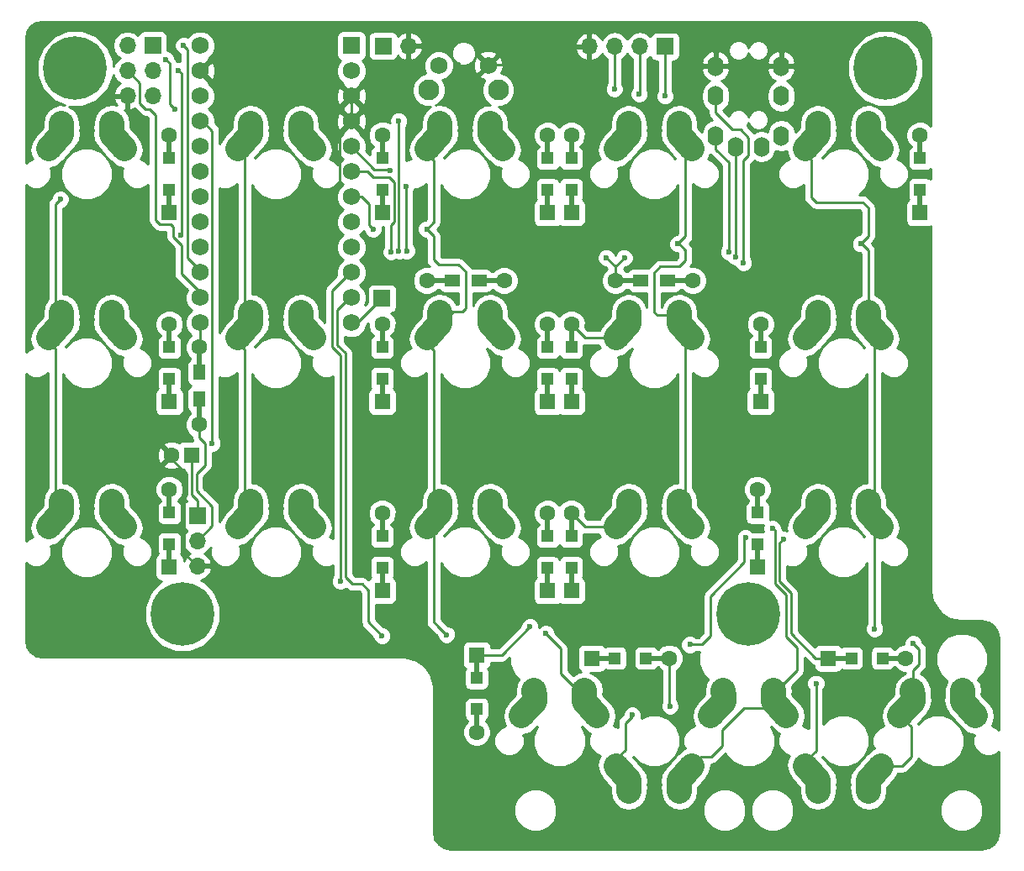
<source format=gbl>
G04 #@! TF.FileFunction,Copper,L2,Bot,Signal*
%FSLAX46Y46*%
G04 Gerber Fmt 4.6, Leading zero omitted, Abs format (unit mm)*
G04 Created by KiCad (PCBNEW 4.0.7) date 03/15/18 20:04:12*
%MOMM*%
%LPD*%
G01*
G04 APERTURE LIST*
%ADD10C,0.100000*%
%ADD11C,2.000000*%
%ADD12C,2.500000*%
%ADD13O,1.600000X2.000000*%
%ADD14C,2.100000*%
%ADD15C,1.750000*%
%ADD16R,1.700000X1.700000*%
%ADD17O,1.700000X1.700000*%
%ADD18R,1.600000X1.600000*%
%ADD19C,1.600000*%
%ADD20R,1.752600X1.752600*%
%ADD21C,1.752600*%
%ADD22R,1.200000X1.500000*%
%ADD23R,0.500000X2.900000*%
%ADD24R,1.500000X1.200000*%
%ADD25R,2.900000X0.500000*%
%ADD26R,1.200000X1.200000*%
%ADD27R,0.500000X2.500000*%
%ADD28R,2.500000X0.500000*%
%ADD29C,6.400000*%
%ADD30C,0.600000*%
%ADD31C,0.250000*%
%ADD32C,0.254000*%
G04 APERTURE END LIST*
D10*
D11*
X135850000Y-128850000D03*
X135890000Y-128270000D03*
X130850000Y-129350000D03*
X129540000Y-130810000D03*
D12*
X137159995Y-130810004D02*
X135850005Y-129349996D01*
X129540005Y-130810004D02*
X130849995Y-129349996D01*
D11*
X135850000Y-129350000D03*
X137160000Y-130810000D03*
D12*
X130810001Y-128270000D02*
X130849999Y-128850000D01*
D11*
X130850000Y-128850000D03*
X130810000Y-128270000D03*
D12*
X135889999Y-128270000D02*
X135850001Y-128850000D01*
D13*
X125100000Y-92500000D03*
X120500000Y-91400000D03*
X120500000Y-84400000D03*
X120500000Y-87400000D03*
X122500000Y-92500000D03*
X127100000Y-91400000D03*
X127100000Y-84400000D03*
X127100000Y-87400000D03*
D14*
X91590000Y-86790000D03*
D15*
X92600000Y-84300000D03*
X97600000Y-84300000D03*
D14*
X98600000Y-86790000D03*
D16*
X115400000Y-82400000D03*
D17*
X112860000Y-82400000D03*
X110320000Y-82400000D03*
X107780000Y-82400000D03*
D16*
X86900000Y-107800000D03*
X68300000Y-129700000D03*
D17*
X68300000Y-132240000D03*
X68300000Y-134780000D03*
D16*
X87000000Y-82350000D03*
D17*
X89540000Y-82350000D03*
D16*
X63800000Y-82300000D03*
D17*
X61260000Y-82300000D03*
X63800000Y-84840000D03*
X61260000Y-84840000D03*
X63800000Y-87380000D03*
X61260000Y-87380000D03*
D18*
X67700000Y-123600000D03*
D19*
X65700000Y-123600000D03*
D20*
X83820000Y-82330000D03*
D21*
X83820000Y-84870000D03*
X83820000Y-87410000D03*
X83820000Y-89950000D03*
X83820000Y-92490000D03*
X83820000Y-95030000D03*
X83820000Y-97570000D03*
X83820000Y-100110000D03*
X83820000Y-102650000D03*
X83820000Y-105190000D03*
X83820000Y-107730000D03*
X68580000Y-110270000D03*
X68580000Y-107730000D03*
X68580000Y-105190000D03*
X68580000Y-102650000D03*
X68580000Y-100110000D03*
X68580000Y-97570000D03*
X68580000Y-95030000D03*
X68580000Y-92490000D03*
X68580000Y-89950000D03*
X68580000Y-87410000D03*
X68580000Y-84870000D03*
X83820000Y-110270000D03*
X68580000Y-82330000D03*
D22*
X68500000Y-117950000D03*
X68500000Y-115250000D03*
D19*
X68500000Y-112700000D03*
X68500000Y-120500000D03*
D23*
X68500000Y-114100000D03*
X68500000Y-119100000D03*
D24*
X112950000Y-106000000D03*
X115650000Y-106000000D03*
D19*
X118200000Y-106000000D03*
X110400000Y-106000000D03*
D25*
X116800000Y-106000000D03*
X111800000Y-106000000D03*
D24*
X93950000Y-106000000D03*
X96650000Y-106000000D03*
D19*
X99200000Y-106000000D03*
X91400000Y-106000000D03*
D25*
X97800000Y-106000000D03*
X92800000Y-106000000D03*
D26*
X141089664Y-96825406D03*
X141089664Y-93675406D03*
D19*
X141089664Y-91350406D03*
D18*
X141089664Y-99150406D03*
D27*
X141089664Y-92550406D03*
X141089664Y-97950406D03*
D26*
X103584375Y-96825000D03*
X103584375Y-93675000D03*
D19*
X103584375Y-91350000D03*
D18*
X103584375Y-99150000D03*
D27*
X103584375Y-92550000D03*
X103584375Y-97950000D03*
D26*
X105965625Y-96825000D03*
X105965625Y-93675000D03*
D19*
X105965625Y-91350000D03*
D18*
X105965625Y-99150000D03*
D27*
X105965625Y-92550000D03*
X105965625Y-97950000D03*
D26*
X86915625Y-96825000D03*
X86915625Y-93675000D03*
D19*
X86915625Y-91350000D03*
D18*
X86915625Y-99150000D03*
D27*
X86915625Y-92550000D03*
X86915625Y-97950000D03*
D26*
X65484375Y-96825000D03*
X65484375Y-93675000D03*
D19*
X65484375Y-91350000D03*
D18*
X65484375Y-99150000D03*
D27*
X65484375Y-92550000D03*
X65484375Y-97950000D03*
D26*
X96440625Y-146062500D03*
X96440625Y-149212500D03*
D19*
X96440625Y-151537500D03*
D18*
X96440625Y-143737500D03*
D27*
X96440625Y-150337500D03*
X96440625Y-144937500D03*
D26*
X110343750Y-144065625D03*
X113493750Y-144065625D03*
D19*
X115818750Y-144065625D03*
D18*
X108018750Y-144065625D03*
D28*
X114618750Y-144065625D03*
X109218750Y-144065625D03*
D26*
X134156250Y-144065625D03*
X137306250Y-144065625D03*
D19*
X139631250Y-144065625D03*
D18*
X131831250Y-144065625D03*
D28*
X138431250Y-144065625D03*
X133031250Y-144065625D03*
D26*
X65484654Y-132544309D03*
X65484654Y-129394309D03*
D19*
X65484654Y-127069309D03*
D18*
X65484654Y-134869309D03*
D27*
X65484654Y-128269309D03*
X65484654Y-133669309D03*
D26*
X86915625Y-134925000D03*
X86915625Y-131775000D03*
D19*
X86915625Y-129450000D03*
D18*
X86915625Y-137250000D03*
D27*
X86915625Y-130650000D03*
X86915625Y-136050000D03*
D26*
X103584375Y-134925000D03*
X103584375Y-131775000D03*
D19*
X103584375Y-129450000D03*
D18*
X103584375Y-137250000D03*
D27*
X103584375Y-130650000D03*
X103584375Y-136050000D03*
D26*
X105965625Y-134925000D03*
X105965625Y-131775000D03*
D19*
X105965625Y-129450000D03*
D18*
X105965625Y-137250000D03*
D27*
X105965625Y-130650000D03*
X105965625Y-136050000D03*
D26*
X124718501Y-132544309D03*
X124718501Y-129394309D03*
D19*
X124718501Y-127069309D03*
D18*
X124718501Y-134869309D03*
D27*
X124718501Y-128269309D03*
X124718501Y-133669309D03*
D26*
X65484375Y-115875000D03*
X65484375Y-112725000D03*
D19*
X65484375Y-110400000D03*
D18*
X65484375Y-118200000D03*
D27*
X65484375Y-111600000D03*
X65484375Y-117000000D03*
D26*
X86915625Y-115875000D03*
X86915625Y-112725000D03*
D19*
X86915625Y-110400000D03*
D18*
X86915625Y-118200000D03*
D27*
X86915625Y-111600000D03*
X86915625Y-117000000D03*
D26*
X103584375Y-115875000D03*
X103584375Y-112725000D03*
D19*
X103584375Y-110400000D03*
D18*
X103584375Y-118200000D03*
D27*
X103584375Y-111600000D03*
X103584375Y-117000000D03*
D26*
X105965625Y-115875000D03*
X105965625Y-112725000D03*
D19*
X105965625Y-110400000D03*
D18*
X105965625Y-118200000D03*
D27*
X105965625Y-111600000D03*
X105965625Y-117000000D03*
D26*
X125016158Y-115875488D03*
X125016158Y-112725488D03*
D19*
X125016158Y-110400488D03*
D18*
X125016158Y-118200488D03*
D27*
X125016158Y-111600488D03*
X125016158Y-117000488D03*
D11*
X59650000Y-90750000D03*
X59690000Y-90170000D03*
X54650000Y-91250000D03*
X53340000Y-92710000D03*
D12*
X60959995Y-92710004D02*
X59650005Y-91249996D01*
X53340005Y-92710004D02*
X54649995Y-91249996D01*
D11*
X59650000Y-91250000D03*
X60960000Y-92710000D03*
D12*
X54610001Y-90170000D02*
X54649999Y-90750000D01*
D11*
X54650000Y-90750000D03*
X54610000Y-90170000D03*
D12*
X59689999Y-90170000D02*
X59650001Y-90750000D01*
D11*
X78700000Y-90750000D03*
X78740000Y-90170000D03*
X73700000Y-91250000D03*
X72390000Y-92710000D03*
D12*
X80009995Y-92710004D02*
X78700005Y-91249996D01*
X72390005Y-92710004D02*
X73699995Y-91249996D01*
D11*
X78700000Y-91250000D03*
X80010000Y-92710000D03*
D12*
X73660001Y-90170000D02*
X73699999Y-90750000D01*
D11*
X73700000Y-90750000D03*
X73660000Y-90170000D03*
D12*
X78739999Y-90170000D02*
X78700001Y-90750000D01*
D11*
X97750000Y-90750000D03*
X97790000Y-90170000D03*
X92750000Y-91250000D03*
X91440000Y-92710000D03*
D12*
X99059995Y-92710004D02*
X97750005Y-91249996D01*
X91440005Y-92710004D02*
X92749995Y-91249996D01*
D11*
X97750000Y-91250000D03*
X99060000Y-92710000D03*
D12*
X92710001Y-90170000D02*
X92749999Y-90750000D01*
D11*
X92750000Y-90750000D03*
X92710000Y-90170000D03*
D12*
X97789999Y-90170000D02*
X97750001Y-90750000D01*
D11*
X135850000Y-90750000D03*
X135890000Y-90170000D03*
X130850000Y-91250000D03*
X129540000Y-92710000D03*
D12*
X137159995Y-92710004D02*
X135850005Y-91249996D01*
X129540005Y-92710004D02*
X130849995Y-91249996D01*
D11*
X135850000Y-91250000D03*
X137160000Y-92710000D03*
D12*
X130810001Y-90170000D02*
X130849999Y-90750000D01*
D11*
X130850000Y-90750000D03*
X130810000Y-90170000D03*
D12*
X135889999Y-90170000D02*
X135850001Y-90750000D01*
D11*
X59650000Y-109800000D03*
X59690000Y-109220000D03*
X54650000Y-110300000D03*
X53340000Y-111760000D03*
D12*
X60959995Y-111760004D02*
X59650005Y-110299996D01*
X53340005Y-111760004D02*
X54649995Y-110299996D01*
D11*
X59650000Y-110300000D03*
X60960000Y-111760000D03*
D12*
X54610001Y-109220000D02*
X54649999Y-109800000D01*
D11*
X54650000Y-109800000D03*
X54610000Y-109220000D03*
D12*
X59689999Y-109220000D02*
X59650001Y-109800000D01*
D11*
X78700000Y-109800000D03*
X78740000Y-109220000D03*
X73700000Y-110300000D03*
X72390000Y-111760000D03*
D12*
X80009995Y-111760004D02*
X78700005Y-110299996D01*
X72390005Y-111760004D02*
X73699995Y-110299996D01*
D11*
X78700000Y-110300000D03*
X80010000Y-111760000D03*
D12*
X73660001Y-109220000D02*
X73699999Y-109800000D01*
D11*
X73700000Y-109800000D03*
X73660000Y-109220000D03*
D12*
X78739999Y-109220000D02*
X78700001Y-109800000D01*
D11*
X97750000Y-109800000D03*
X97790000Y-109220000D03*
X92750000Y-110300000D03*
X91440000Y-111760000D03*
D12*
X99059995Y-111760004D02*
X97750005Y-110299996D01*
X91440005Y-111760004D02*
X92749995Y-110299996D01*
D11*
X97750000Y-110300000D03*
X99060000Y-111760000D03*
D12*
X92710001Y-109220000D02*
X92749999Y-109800000D01*
D11*
X92750000Y-109800000D03*
X92710000Y-109220000D03*
D12*
X97789999Y-109220000D02*
X97750001Y-109800000D01*
D11*
X59650000Y-128850000D03*
X59690000Y-128270000D03*
X54650000Y-129350000D03*
X53340000Y-130810000D03*
D12*
X60959995Y-130810004D02*
X59650005Y-129349996D01*
X53340005Y-130810004D02*
X54649995Y-129349996D01*
D11*
X59650000Y-129350000D03*
X60960000Y-130810000D03*
D12*
X54610001Y-128270000D02*
X54649999Y-128850000D01*
D11*
X54650000Y-128850000D03*
X54610000Y-128270000D03*
D12*
X59689999Y-128270000D02*
X59650001Y-128850000D01*
D11*
X78700000Y-128850000D03*
X78740000Y-128270000D03*
X73700000Y-129350000D03*
X72390000Y-130810000D03*
D12*
X80009995Y-130810004D02*
X78700005Y-129349996D01*
X72390005Y-130810004D02*
X73699995Y-129349996D01*
D11*
X78700000Y-129350000D03*
X80010000Y-130810000D03*
D12*
X73660001Y-128270000D02*
X73699999Y-128850000D01*
D11*
X73700000Y-128850000D03*
X73660000Y-128270000D03*
D12*
X78739999Y-128270000D02*
X78700001Y-128850000D01*
D11*
X97750000Y-128850000D03*
X97790000Y-128270000D03*
X92750000Y-129350000D03*
X91440000Y-130810000D03*
D12*
X99059995Y-130810004D02*
X97750005Y-129349996D01*
X91440005Y-130810004D02*
X92749995Y-129349996D01*
D11*
X97750000Y-129350000D03*
X99060000Y-130810000D03*
D12*
X92710001Y-128270000D02*
X92749999Y-128850000D01*
D11*
X92750000Y-128850000D03*
X92710000Y-128270000D03*
D12*
X97789999Y-128270000D02*
X97750001Y-128850000D01*
D11*
X145375000Y-147900000D03*
X145415000Y-147320000D03*
X140375000Y-148400000D03*
X139065000Y-149860000D03*
D12*
X146684995Y-149860004D02*
X145375005Y-148399996D01*
X139065005Y-149860004D02*
X140374995Y-148399996D01*
D11*
X145375000Y-148400000D03*
X146685000Y-149860000D03*
D12*
X140335001Y-147320000D02*
X140374999Y-147900000D01*
D11*
X140375000Y-147900000D03*
X140335000Y-147320000D03*
D12*
X145414999Y-147320000D02*
X145375001Y-147900000D01*
D11*
X118110000Y-154900000D03*
D12*
X118109993Y-154939998D02*
X116800007Y-156400002D01*
D11*
X110490000Y-154900000D03*
X116800000Y-156400000D03*
X116840000Y-157480000D03*
X116800000Y-156900000D03*
X111760000Y-157480000D03*
X111800000Y-156400000D03*
X111800000Y-156900000D03*
D12*
X116839771Y-157480016D02*
X116800229Y-156899984D01*
X111760229Y-157480016D02*
X111799771Y-156899984D01*
X110490007Y-154939998D02*
X111799993Y-156400002D01*
D11*
X137160000Y-154900000D03*
D12*
X137159993Y-154939998D02*
X135850007Y-156400002D01*
D11*
X129540000Y-154900000D03*
X135850000Y-156400000D03*
X135890000Y-157480000D03*
X135850000Y-156900000D03*
X130810000Y-157480000D03*
X130850000Y-156400000D03*
X130850000Y-156900000D03*
D12*
X135889771Y-157480016D02*
X135850229Y-156899984D01*
X130810229Y-157480016D02*
X130849771Y-156899984D01*
X129540007Y-154939998D02*
X130849993Y-156400002D01*
D29*
X56000000Y-84600000D03*
X137600000Y-84600000D03*
X66800000Y-139600000D03*
X123800000Y-139600000D03*
D11*
X116800000Y-90750000D03*
X116840000Y-90170000D03*
X111800000Y-91250000D03*
X110490000Y-92710000D03*
D12*
X118109995Y-92710004D02*
X116800005Y-91249996D01*
X110490005Y-92710004D02*
X111799995Y-91249996D01*
D11*
X116800000Y-91250000D03*
X118110000Y-92710000D03*
D12*
X111760001Y-90170000D02*
X111799999Y-90750000D01*
D11*
X111800000Y-90750000D03*
X111760000Y-90170000D03*
D12*
X116839999Y-90170000D02*
X116800001Y-90750000D01*
D11*
X116800000Y-109800000D03*
X116840000Y-109220000D03*
X111800000Y-110300000D03*
X110490000Y-111760000D03*
D12*
X118109995Y-111760004D02*
X116800005Y-110299996D01*
X110490005Y-111760004D02*
X111799995Y-110299996D01*
D11*
X116800000Y-110300000D03*
X118110000Y-111760000D03*
D12*
X111760001Y-109220000D02*
X111799999Y-109800000D01*
D11*
X111800000Y-109800000D03*
X111760000Y-109220000D03*
D12*
X116839999Y-109220000D02*
X116800001Y-109800000D01*
D11*
X135850000Y-109800000D03*
X135890000Y-109220000D03*
X130850000Y-110300000D03*
X129540000Y-111760000D03*
D12*
X137159995Y-111760004D02*
X135850005Y-110299996D01*
X129540005Y-111760004D02*
X130849995Y-110299996D01*
D11*
X135850000Y-110300000D03*
X137160000Y-111760000D03*
D12*
X130810001Y-109220000D02*
X130849999Y-109800000D01*
D11*
X130850000Y-109800000D03*
X130810000Y-109220000D03*
D12*
X135889999Y-109220000D02*
X135850001Y-109800000D01*
D11*
X116800000Y-128850000D03*
X116840000Y-128270000D03*
X111800000Y-129350000D03*
X110490000Y-130810000D03*
D12*
X118109995Y-130810004D02*
X116800005Y-129349996D01*
X110490005Y-130810004D02*
X111799995Y-129349996D01*
D11*
X116800000Y-129350000D03*
X118110000Y-130810000D03*
D12*
X111760001Y-128270000D02*
X111799999Y-128850000D01*
D11*
X111800000Y-128850000D03*
X111760000Y-128270000D03*
D12*
X116839999Y-128270000D02*
X116800001Y-128850000D01*
D11*
X107275000Y-147900000D03*
X107315000Y-147320000D03*
X102275000Y-148400000D03*
X100965000Y-149860000D03*
D12*
X108584995Y-149860004D02*
X107275005Y-148399996D01*
X100965005Y-149860004D02*
X102274995Y-148399996D01*
D11*
X107275000Y-148400000D03*
X108585000Y-149860000D03*
D12*
X102235001Y-147320000D02*
X102274999Y-147900000D01*
D11*
X102275000Y-147900000D03*
X102235000Y-147320000D03*
D12*
X107314999Y-147320000D02*
X107275001Y-147900000D01*
D11*
X126325000Y-147900000D03*
X126365000Y-147320000D03*
X121325000Y-148400000D03*
X120015000Y-149860000D03*
D12*
X127634995Y-149860004D02*
X126325005Y-148399996D01*
X120015005Y-149860004D02*
X121324995Y-148399996D01*
D11*
X126325000Y-148400000D03*
X127635000Y-149860000D03*
D12*
X121285001Y-147320000D02*
X121324999Y-147900000D01*
D11*
X121325000Y-147900000D03*
X121285000Y-147320000D03*
D12*
X126364999Y-147320000D02*
X126325001Y-147900000D01*
D30*
X69800000Y-122400000D03*
X65100000Y-83700000D03*
X66000000Y-88700000D03*
X115400000Y-87400000D03*
X88600000Y-89900000D03*
X88600000Y-103000000D03*
X122500000Y-103600000D03*
X71800000Y-88000000D03*
X81550000Y-97650000D03*
X78400000Y-100800000D03*
X71300000Y-100800000D03*
X70900000Y-125500000D03*
X52300000Y-123600000D03*
X107800000Y-90300000D03*
X107800000Y-93800000D03*
X76000000Y-125500000D03*
X71000000Y-135900000D03*
X94600000Y-84200000D03*
X107800000Y-86100000D03*
X88800000Y-86900000D03*
X100900000Y-84700000D03*
X82700000Y-136300000D03*
X86900000Y-141800000D03*
X123500000Y-131900000D03*
X127300000Y-132100000D03*
X117900000Y-142700000D03*
X101800000Y-140900000D03*
X115900000Y-148900000D03*
X112100000Y-149800000D03*
X130600000Y-146600000D03*
X87700000Y-94900000D03*
X89300000Y-96500000D03*
X89400000Y-103000000D03*
X109500000Y-103700000D03*
X111300000Y-103700000D03*
X121800000Y-103100000D03*
X87800000Y-103100000D03*
X123300000Y-104200000D03*
X112800000Y-87200000D03*
X110300000Y-86700000D03*
X66900000Y-82300000D03*
X66600000Y-101400000D03*
X66400000Y-84800000D03*
X54500000Y-97800000D03*
X91400000Y-100800000D03*
X86000000Y-100800000D03*
X103400000Y-141600000D03*
X93400000Y-141700000D03*
X116700000Y-102300000D03*
X126200000Y-131000000D03*
X135100000Y-102300000D03*
X140400000Y-142600000D03*
X136500000Y-141100000D03*
D31*
X68580000Y-89950000D02*
X68850000Y-89950000D01*
X68850000Y-89950000D02*
X69800000Y-90900000D01*
X69800000Y-90900000D02*
X69800000Y-122400000D01*
X67700000Y-123600000D02*
X67700000Y-127600000D01*
X68300000Y-128200000D02*
X68300000Y-129700000D01*
X67700000Y-127600000D02*
X68300000Y-128200000D01*
X65500000Y-84100000D02*
X65100000Y-83700000D01*
X65500000Y-88200000D02*
X65500000Y-84100000D01*
X66000000Y-88700000D02*
X65500000Y-88200000D01*
X115400000Y-82400000D02*
X115400000Y-87400000D01*
X88600000Y-103000000D02*
X88600000Y-89900000D01*
X122500000Y-92500000D02*
X122500000Y-103600000D01*
X71800000Y-88000000D02*
X68670000Y-84870000D01*
X83820000Y-87410000D02*
X83820000Y-89950000D01*
X82600000Y-96600000D02*
X81550000Y-97650000D01*
X81550000Y-97650000D02*
X78400000Y-100800000D01*
X82600000Y-91300000D02*
X82600000Y-96600000D01*
X82600000Y-91300000D02*
X83820000Y-90080000D01*
X107800000Y-86100000D02*
X107800000Y-90300000D01*
X107800000Y-90300000D02*
X107800000Y-93800000D01*
X68580000Y-84870000D02*
X68670000Y-84870000D01*
X68300000Y-134780000D02*
X69880000Y-134780000D01*
X69880000Y-134780000D02*
X71000000Y-135900000D01*
X83820000Y-89950000D02*
X83820000Y-90080000D01*
X65700000Y-123600000D02*
X65700000Y-124000000D01*
X65700000Y-124000000D02*
X67200000Y-125500000D01*
X67200000Y-125500000D02*
X67200000Y-127600000D01*
X67200000Y-127600000D02*
X67000000Y-127800000D01*
X67000000Y-127800000D02*
X67000000Y-133480000D01*
X67000000Y-133480000D02*
X68300000Y-134780000D01*
X89500000Y-86900000D02*
X88800000Y-86900000D01*
X94600000Y-84200000D02*
X93200000Y-82800000D01*
X93200000Y-82800000D02*
X91700000Y-82800000D01*
X91700000Y-82800000D02*
X90000000Y-84500000D01*
X90000000Y-84500000D02*
X90000000Y-86400000D01*
X90000000Y-86400000D02*
X89500000Y-86900000D01*
X107780000Y-82400000D02*
X107780000Y-86080000D01*
X107780000Y-86080000D02*
X107800000Y-86100000D01*
X89540000Y-82350000D02*
X89540000Y-86160000D01*
X89540000Y-86160000D02*
X88800000Y-86900000D01*
X100400000Y-84200000D02*
X97600000Y-84200000D01*
X100900000Y-84700000D02*
X100400000Y-84200000D01*
X86915625Y-110400000D02*
X86600000Y-110400000D01*
X110490000Y-111760000D02*
X107325625Y-111760000D01*
X107325625Y-111760000D02*
X105965625Y-110400000D01*
X82700000Y-120600000D02*
X82700000Y-124200000D01*
X82700000Y-120600000D02*
X82700000Y-113500000D01*
X83710000Y-105190000D02*
X81900000Y-107000000D01*
X81900000Y-107000000D02*
X81900000Y-112700000D01*
X81900000Y-112700000D02*
X82700000Y-113500000D01*
X82700000Y-124200000D02*
X82700000Y-136300000D01*
X83820000Y-105190000D02*
X83710000Y-105190000D01*
X110490000Y-130810000D02*
X107325625Y-130810000D01*
X107325625Y-130810000D02*
X105965625Y-129450000D01*
X85500000Y-140400000D02*
X86900000Y-141800000D01*
X85500000Y-137200000D02*
X85500000Y-140400000D01*
X84900000Y-136600000D02*
X85500000Y-137200000D01*
X83900000Y-136600000D02*
X84900000Y-136600000D01*
X83200000Y-135900000D02*
X83900000Y-136600000D01*
X83200000Y-113300000D02*
X83200000Y-135900000D01*
X82400000Y-112500000D02*
X83200000Y-113300000D01*
X82400000Y-109000000D02*
X82400000Y-112500000D01*
X82400000Y-109000000D02*
X83670000Y-107730000D01*
X83820000Y-107730000D02*
X83670000Y-107730000D01*
X119100000Y-142700000D02*
X117900000Y-142700000D01*
X131831250Y-144065625D02*
X130565625Y-144065625D01*
X120000000Y-141800000D02*
X119100000Y-142700000D01*
X120000000Y-137800000D02*
X120000000Y-141800000D01*
X123400000Y-134400000D02*
X120000000Y-137800000D01*
X123400000Y-132000000D02*
X123400000Y-134400000D01*
X123500000Y-131900000D02*
X123400000Y-132000000D01*
X126950002Y-132449998D02*
X127300000Y-132100000D01*
X126950002Y-136350002D02*
X126950002Y-132449998D01*
X128100000Y-137500000D02*
X126950002Y-136350002D01*
X128100000Y-141600000D02*
X128100000Y-137500000D01*
X130565625Y-144065625D02*
X128100000Y-141600000D01*
X98962500Y-143737500D02*
X101800000Y-140900000D01*
X98962500Y-143737500D02*
X96440625Y-143737500D01*
X115818750Y-144065625D02*
X115818750Y-148818750D01*
X115818750Y-148818750D02*
X115900000Y-148900000D01*
X110490000Y-154900000D02*
X110490000Y-154210000D01*
X110490000Y-154210000D02*
X111400000Y-153300000D01*
X111400000Y-153300000D02*
X111400000Y-150600000D01*
X111400000Y-150600000D02*
X112100000Y-149900000D01*
X112100000Y-149900000D02*
X112100000Y-149800000D01*
X130600000Y-153400000D02*
X129540000Y-154460000D01*
X130600000Y-153400000D02*
X130600000Y-146600000D01*
X129540000Y-154900000D02*
X129540000Y-154460000D01*
X110400000Y-104600000D02*
X109500000Y-103700000D01*
X86130000Y-94800000D02*
X83820000Y-92490000D01*
X87600000Y-94800000D02*
X86130000Y-94800000D01*
X87700000Y-94900000D02*
X87600000Y-94800000D01*
X89300000Y-102900000D02*
X89300000Y-96500000D01*
X89400000Y-103000000D02*
X89300000Y-102900000D01*
X120500000Y-91400000D02*
X120500000Y-92800000D01*
X110400000Y-104600000D02*
X110400000Y-106000000D01*
X111300000Y-103700000D02*
X110400000Y-104600000D01*
X121800000Y-94100000D02*
X121800000Y-103100000D01*
X120500000Y-92800000D02*
X121800000Y-94100000D01*
X87800000Y-103100000D02*
X87800000Y-100400000D01*
X87800000Y-100400000D02*
X88100000Y-100100000D01*
X88100000Y-100100000D02*
X88100000Y-96049998D01*
X88100000Y-96049998D02*
X87650002Y-95600000D01*
X87650002Y-95600000D02*
X86000000Y-95600000D01*
X86000000Y-95600000D02*
X85430000Y-95030000D01*
X85430000Y-95030000D02*
X83820000Y-95030000D01*
X120500000Y-87400000D02*
X120500000Y-89100000D01*
X120500000Y-89100000D02*
X122200000Y-90800000D01*
X122200000Y-90800000D02*
X123000000Y-90800000D01*
X123000000Y-90800000D02*
X123800000Y-91600000D01*
X123800000Y-91600000D02*
X123800000Y-93400000D01*
X123800000Y-93400000D02*
X123300000Y-93900000D01*
X123300000Y-93900000D02*
X123300000Y-104200000D01*
X112860000Y-82400000D02*
X112860000Y-87140000D01*
X112860000Y-87140000D02*
X112800000Y-87200000D01*
X110320000Y-82400000D02*
X110320000Y-86680000D01*
X110320000Y-86680000D02*
X110300000Y-86700000D01*
X68500000Y-120500000D02*
X68500000Y-121800000D01*
X69800000Y-130740000D02*
X68300000Y-132240000D01*
X69800000Y-128800000D02*
X69800000Y-130740000D01*
X68200000Y-127200000D02*
X69800000Y-128800000D01*
X68200000Y-125500000D02*
X68200000Y-127200000D01*
X69100000Y-124600000D02*
X68200000Y-125500000D01*
X69100000Y-122400000D02*
X69100000Y-124600000D01*
X68500000Y-121800000D02*
X69100000Y-122400000D01*
X67300000Y-82700000D02*
X66900000Y-82300000D01*
X67300000Y-103700000D02*
X67300000Y-82700000D01*
X67300000Y-103700000D02*
X68580000Y-104980000D01*
X68580000Y-105190000D02*
X68580000Y-104980000D01*
X66700000Y-85100000D02*
X66400000Y-84800000D01*
X66700000Y-101300000D02*
X66700000Y-85100000D01*
X66600000Y-101400000D02*
X66700000Y-101300000D01*
X68580000Y-107730000D02*
X68580000Y-107180000D01*
X68580000Y-107180000D02*
X66700000Y-105300000D01*
X66700000Y-105300000D02*
X66700000Y-102400000D01*
X66700000Y-102400000D02*
X65900000Y-101600000D01*
X65900000Y-101600000D02*
X65900000Y-100600000D01*
X65900000Y-100600000D02*
X65600000Y-100300000D01*
X65600000Y-100300000D02*
X64500000Y-100300000D01*
X64500000Y-100300000D02*
X64100000Y-99900000D01*
X64100000Y-99900000D02*
X64100000Y-89300000D01*
X64100000Y-89300000D02*
X63500000Y-88700000D01*
X63500000Y-88700000D02*
X63100000Y-88700000D01*
X63100000Y-88700000D02*
X62500000Y-88100000D01*
X62500000Y-88100000D02*
X62500000Y-86080000D01*
X62500000Y-86080000D02*
X61260000Y-84840000D01*
X68580000Y-110270000D02*
X68580000Y-112620000D01*
X68580000Y-112620000D02*
X68500000Y-112700000D01*
X54500000Y-97800000D02*
X54000000Y-98300000D01*
X53340000Y-111760000D02*
X53340000Y-112240000D01*
X53340000Y-112240000D02*
X53995000Y-112895000D01*
X53995000Y-112895000D02*
X53995000Y-130080000D01*
X53995000Y-130080000D02*
X54650000Y-129350000D01*
X53340000Y-92710000D02*
X53340000Y-92635000D01*
X53340000Y-92635000D02*
X54000000Y-93295000D01*
X54000000Y-98300000D02*
X54000000Y-111100000D01*
X54000000Y-111100000D02*
X53340000Y-111760000D01*
X72390000Y-111760000D02*
X72390000Y-112290000D01*
X72390000Y-112290000D02*
X73045000Y-112945000D01*
X73045000Y-112945000D02*
X73045000Y-130080000D01*
X73045000Y-130080000D02*
X73700000Y-129350000D01*
X72390000Y-92710000D02*
X72390000Y-92635000D01*
X72390000Y-92635000D02*
X73045000Y-93290000D01*
X73045000Y-93290000D02*
X73045000Y-111030000D01*
X73045000Y-111030000D02*
X73700000Y-110300000D01*
X91400000Y-100800000D02*
X92100000Y-101500000D01*
X92100000Y-101500000D02*
X92100000Y-101600000D01*
X83820000Y-97570000D02*
X84870000Y-97570000D01*
X91400000Y-100800000D02*
X92100000Y-100100000D01*
X85600000Y-100400000D02*
X86000000Y-100800000D01*
X85600000Y-98300000D02*
X85600000Y-100400000D01*
X84870000Y-97570000D02*
X85600000Y-98300000D01*
X92550000Y-140850000D02*
X92100000Y-140400000D01*
X92100000Y-140400000D02*
X92100000Y-131470000D01*
X92100000Y-131470000D02*
X91440000Y-130810000D01*
X107275000Y-147900000D02*
X107200000Y-147900000D01*
X107200000Y-147900000D02*
X104900000Y-145600000D01*
X104900000Y-145600000D02*
X104900000Y-143100000D01*
X104900000Y-143100000D02*
X103400000Y-141600000D01*
X93400000Y-141700000D02*
X92550000Y-140850000D01*
X92550000Y-140850000D02*
X92500000Y-140800000D01*
X91440000Y-111760000D02*
X91440000Y-112340000D01*
X91440000Y-112340000D02*
X92095000Y-112995000D01*
X92095000Y-112995000D02*
X92095000Y-130080000D01*
X92095000Y-130080000D02*
X92750000Y-129350000D01*
X91440000Y-92710000D02*
X91440000Y-93240000D01*
X91440000Y-93240000D02*
X92100000Y-93900000D01*
X92100000Y-93900000D02*
X92100000Y-100100000D01*
X92100000Y-101600000D02*
X92100000Y-103900000D01*
X94025000Y-109100000D02*
X92095000Y-111030000D01*
X95000000Y-109100000D02*
X94025000Y-109100000D01*
X95300000Y-108800000D02*
X95000000Y-109100000D01*
X95300000Y-107000000D02*
X95300000Y-108800000D01*
X95300000Y-105100000D02*
X95300000Y-107000000D01*
X94600000Y-104400000D02*
X95300000Y-105100000D01*
X92600000Y-104400000D02*
X94600000Y-104400000D01*
X92100000Y-103900000D02*
X92600000Y-104400000D01*
X92095000Y-111030000D02*
X92750000Y-110300000D01*
X116700000Y-102300000D02*
X116800000Y-102300000D01*
X116800000Y-102300000D02*
X117455000Y-102955000D01*
X116700000Y-102300000D02*
X117455000Y-101545000D01*
X117455000Y-101455000D02*
X117455000Y-101545000D01*
X117455000Y-91980000D02*
X117455000Y-101400000D01*
X117455000Y-102955000D02*
X117455000Y-103945000D01*
X117455000Y-103945000D02*
X116800000Y-104600000D01*
X116800000Y-104600000D02*
X114900000Y-104600000D01*
X114900000Y-104600000D02*
X114300000Y-105200000D01*
X114300000Y-105200000D02*
X114300000Y-109000000D01*
X116820000Y-109510000D02*
X114610000Y-109510000D01*
X114300000Y-109200000D02*
X114610000Y-109510000D01*
X114300000Y-109000000D02*
X114300000Y-109200000D01*
X126200000Y-131000000D02*
X126300000Y-131000000D01*
X126325000Y-147675000D02*
X128700000Y-145300000D01*
X128700000Y-143000000D02*
X128700000Y-145300000D01*
X127600000Y-141900000D02*
X128700000Y-143000000D01*
X127600000Y-137700000D02*
X127600000Y-141900000D01*
X126500000Y-136600000D02*
X127600000Y-137700000D01*
X126500000Y-131200000D02*
X126500000Y-136600000D01*
X126300000Y-131000000D02*
X126500000Y-131200000D01*
X126325000Y-147900000D02*
X126325000Y-147675000D01*
X118375000Y-131000000D02*
X117455000Y-130080000D01*
X117455000Y-155670000D02*
X117455000Y-155555000D01*
X117455000Y-155555000D02*
X119010000Y-154000000D01*
X119010000Y-154000000D02*
X120100000Y-154000000D01*
X120100000Y-154000000D02*
X121200000Y-152900000D01*
X121200000Y-152900000D02*
X121200000Y-151300000D01*
X121200000Y-151300000D02*
X123370000Y-149130000D01*
X123370000Y-149130000D02*
X126980000Y-149130000D01*
X117455000Y-111030000D02*
X117455000Y-130080000D01*
X116820000Y-109510000D02*
X116800000Y-109800000D01*
X135100000Y-102300000D02*
X135900000Y-101500000D01*
X130100000Y-97600000D02*
X130100000Y-93800000D01*
X135850000Y-98650000D02*
X135300000Y-98100000D01*
X135300000Y-98100000D02*
X130600000Y-98100000D01*
X130600000Y-98100000D02*
X130100000Y-97600000D01*
X135900000Y-98700000D02*
X135850000Y-98650000D01*
X135900000Y-101500000D02*
X135900000Y-98700000D01*
X135100000Y-102300000D02*
X135200000Y-102300000D01*
X135200000Y-102300000D02*
X135850000Y-102950000D01*
X140375000Y-145325000D02*
X141000000Y-144700000D01*
X141000000Y-144700000D02*
X141000000Y-143200000D01*
X140375000Y-148400000D02*
X140375000Y-145325000D01*
X141000000Y-143200000D02*
X140400000Y-142600000D01*
X136505000Y-141095000D02*
X136505000Y-130080000D01*
X136500000Y-141100000D02*
X136505000Y-141095000D01*
X135850000Y-109800000D02*
X135850000Y-102950000D01*
X137160000Y-154900000D02*
X139300000Y-154900000D01*
X140200000Y-150995000D02*
X139065000Y-149860000D01*
X140200000Y-154000000D02*
X140200000Y-150995000D01*
X139300000Y-154900000D02*
X140200000Y-154000000D01*
X136505000Y-111030000D02*
X136505000Y-130080000D01*
X129540000Y-92710000D02*
X129540000Y-93240000D01*
X129540000Y-93240000D02*
X130100000Y-93800000D01*
X83820000Y-110270000D02*
X84430000Y-110270000D01*
X84430000Y-110270000D02*
X86900000Y-107800000D01*
D32*
G36*
X141128591Y-80026969D02*
X141666272Y-80386236D01*
X142025541Y-80923920D01*
X142165610Y-81628092D01*
X142165610Y-90397062D01*
X141903587Y-90134582D01*
X141376355Y-89915656D01*
X140805477Y-89915158D01*
X140277864Y-90133163D01*
X139873840Y-90536483D01*
X139654914Y-91063715D01*
X139654416Y-91634593D01*
X139872421Y-92162206D01*
X140192224Y-92482567D01*
X140192224Y-92512219D01*
X140038223Y-92611316D01*
X139893233Y-92823516D01*
X139842224Y-93075406D01*
X139842224Y-94275406D01*
X139886502Y-94510723D01*
X140025574Y-94726847D01*
X140237774Y-94871837D01*
X140489664Y-94922846D01*
X141689664Y-94922846D01*
X141924981Y-94878568D01*
X142141105Y-94739496D01*
X142165610Y-94703632D01*
X142165610Y-95792390D01*
X142153754Y-95773965D01*
X141941554Y-95628975D01*
X141689664Y-95577966D01*
X140489664Y-95577966D01*
X140254347Y-95622244D01*
X140038223Y-95761316D01*
X139893233Y-95973516D01*
X139842224Y-96225406D01*
X139842224Y-97425406D01*
X139886502Y-97660723D01*
X139975023Y-97798288D01*
X139838223Y-97886316D01*
X139693233Y-98098516D01*
X139642224Y-98350406D01*
X139642224Y-99950406D01*
X139686502Y-100185723D01*
X139825574Y-100401847D01*
X140037774Y-100546837D01*
X140289664Y-100597846D01*
X141889664Y-100597846D01*
X142124981Y-100553568D01*
X142165610Y-100527424D01*
X142165610Y-137220117D01*
X142179252Y-137288701D01*
X142179252Y-137358631D01*
X142360516Y-138269900D01*
X142466530Y-138525841D01*
X142982721Y-139298377D01*
X143147208Y-139462863D01*
X143178610Y-139494265D01*
X143951146Y-140010457D01*
X144207087Y-140116472D01*
X145118356Y-140297735D01*
X145188286Y-140297735D01*
X145256870Y-140311377D01*
X147270541Y-140311377D01*
X147974714Y-140451446D01*
X148512395Y-140810713D01*
X148871664Y-141348397D01*
X149011733Y-142052569D01*
X149011733Y-151285865D01*
X148825643Y-151099449D01*
X148299125Y-150880820D01*
X148422444Y-150716275D01*
X148604731Y-150003732D01*
X148500465Y-149275670D01*
X148125518Y-148642929D01*
X147278356Y-147698752D01*
X147298465Y-147407165D01*
X147204948Y-146677644D01*
X146938307Y-146212156D01*
X147515373Y-145636096D01*
X147916442Y-144670215D01*
X147917355Y-143624374D01*
X147517972Y-142657793D01*
X146779096Y-141917627D01*
X145813215Y-141516558D01*
X144767374Y-141515645D01*
X143800793Y-141915028D01*
X143060627Y-142653904D01*
X142659558Y-143619785D01*
X142658645Y-144665626D01*
X143058028Y-145632207D01*
X143787881Y-146363335D01*
X143730175Y-146438011D01*
X143537399Y-147147788D01*
X143491535Y-147812835D01*
X143517297Y-148013805D01*
X143455269Y-148256268D01*
X143559535Y-148984331D01*
X143934483Y-149617071D01*
X145026852Y-150834537D01*
X144366096Y-150172627D01*
X143400215Y-149771558D01*
X142354374Y-149770645D01*
X141387793Y-150170028D01*
X140882374Y-150674566D01*
X140875676Y-150664542D01*
X141815518Y-149617071D01*
X142190465Y-148984330D01*
X142294731Y-148256268D01*
X142232703Y-148013805D01*
X142258465Y-147812835D01*
X142212601Y-147147789D01*
X142019825Y-146438012D01*
X141570102Y-145856036D01*
X141155982Y-145618820D01*
X141537401Y-145237401D01*
X141702148Y-144990840D01*
X141724285Y-144879548D01*
X141760000Y-144700000D01*
X141760000Y-143200000D01*
X141702148Y-142909161D01*
X141537401Y-142662599D01*
X141335122Y-142460320D01*
X141335162Y-142414833D01*
X141193117Y-142071057D01*
X140930327Y-141807808D01*
X140586799Y-141665162D01*
X140214833Y-141664838D01*
X139871057Y-141806883D01*
X139607808Y-142069673D01*
X139465162Y-142413201D01*
X139464973Y-142630480D01*
X139347063Y-142630377D01*
X138819450Y-142848382D01*
X138499089Y-143168185D01*
X138469437Y-143168185D01*
X138370340Y-143014184D01*
X138158140Y-142869194D01*
X137906250Y-142818185D01*
X136706250Y-142818185D01*
X136470933Y-142862463D01*
X136254809Y-143001535D01*
X136109819Y-143213735D01*
X136058810Y-143465625D01*
X136058810Y-144665625D01*
X136103088Y-144900942D01*
X136242160Y-145117066D01*
X136454360Y-145262056D01*
X136706250Y-145313065D01*
X137906250Y-145313065D01*
X138141567Y-145268787D01*
X138357691Y-145129715D01*
X138471558Y-144963065D01*
X138499498Y-144963065D01*
X138817327Y-145281449D01*
X139344559Y-145500375D01*
X139615000Y-145500611D01*
X139615000Y-145556477D01*
X139492603Y-145589720D01*
X138910627Y-146039443D01*
X138545052Y-146677645D01*
X138451535Y-147407165D01*
X138471644Y-147698752D01*
X137624483Y-148642929D01*
X137249535Y-149275669D01*
X137145269Y-150003732D01*
X137327556Y-150716275D01*
X137451160Y-150881200D01*
X136926629Y-151097932D01*
X136494449Y-151529357D01*
X136260267Y-152093330D01*
X136259735Y-152703991D01*
X136456221Y-153179525D01*
X136383006Y-153198255D01*
X135794460Y-153639345D01*
X135584951Y-153872847D01*
X135978442Y-152925215D01*
X135979355Y-151879374D01*
X135579972Y-150912793D01*
X134841096Y-150172627D01*
X133875215Y-149771558D01*
X132829374Y-149770645D01*
X131862793Y-150170028D01*
X131360000Y-150671945D01*
X131360000Y-147162463D01*
X131392192Y-147130327D01*
X131534838Y-146786799D01*
X131535162Y-146414833D01*
X131393117Y-146071057D01*
X131130327Y-145807808D01*
X130786799Y-145665162D01*
X130414833Y-145664838D01*
X130071057Y-145806883D01*
X129807808Y-146069673D01*
X129665162Y-146413201D01*
X129664838Y-146785167D01*
X129806883Y-147128943D01*
X129840000Y-147162118D01*
X129840000Y-151163919D01*
X129775643Y-151099449D01*
X129249125Y-150880820D01*
X129372444Y-150716275D01*
X129554731Y-150003732D01*
X129450465Y-149275670D01*
X129075518Y-148642929D01*
X128228356Y-147698752D01*
X128248465Y-147407165D01*
X128182469Y-146892333D01*
X129237401Y-145837401D01*
X129402148Y-145590840D01*
X129460000Y-145300000D01*
X129460000Y-144034802D01*
X130028224Y-144603026D01*
X130274785Y-144767773D01*
X130383810Y-144789460D01*
X130383810Y-144865625D01*
X130428088Y-145100942D01*
X130567160Y-145317066D01*
X130779360Y-145462056D01*
X131031250Y-145513065D01*
X132631250Y-145513065D01*
X132866567Y-145468787D01*
X133082691Y-145329715D01*
X133184758Y-145180335D01*
X133304360Y-145262056D01*
X133556250Y-145313065D01*
X134756250Y-145313065D01*
X134991567Y-145268787D01*
X135207691Y-145129715D01*
X135352681Y-144917515D01*
X135403690Y-144665625D01*
X135403690Y-143465625D01*
X135359412Y-143230308D01*
X135220340Y-143014184D01*
X135008140Y-142869194D01*
X134756250Y-142818185D01*
X133556250Y-142818185D01*
X133320933Y-142862463D01*
X133183368Y-142950984D01*
X133095340Y-142814184D01*
X132883140Y-142669194D01*
X132631250Y-142618185D01*
X131031250Y-142618185D01*
X130795933Y-142662463D01*
X130579809Y-142801535D01*
X130497216Y-142922414D01*
X128860000Y-141285198D01*
X128860000Y-137500000D01*
X128802148Y-137209161D01*
X128637401Y-136962599D01*
X127710002Y-136035200D01*
X127710002Y-134779542D01*
X127963330Y-134884733D01*
X128573991Y-134885265D01*
X129138371Y-134652068D01*
X129570551Y-134220643D01*
X129804733Y-133656670D01*
X129805265Y-133046009D01*
X129669485Y-132717396D01*
X130316992Y-132551747D01*
X130905537Y-132110657D01*
X131115050Y-131877151D01*
X130721558Y-132824785D01*
X130720645Y-133870626D01*
X131120028Y-134837207D01*
X131858904Y-135577373D01*
X132824785Y-135978442D01*
X133870626Y-135979355D01*
X134837207Y-135579972D01*
X135577373Y-134841096D01*
X135745000Y-134437406D01*
X135745000Y-140532546D01*
X135707808Y-140569673D01*
X135565162Y-140913201D01*
X135564838Y-141285167D01*
X135706883Y-141628943D01*
X135969673Y-141892192D01*
X136313201Y-142034838D01*
X136685167Y-142035162D01*
X137028943Y-141893117D01*
X137292192Y-141630327D01*
X137434838Y-141286799D01*
X137435162Y-140914833D01*
X137293117Y-140571057D01*
X137265000Y-140542891D01*
X137265000Y-134355679D01*
X137559357Y-134650551D01*
X138123330Y-134884733D01*
X138733991Y-134885265D01*
X139298371Y-134652068D01*
X139730551Y-134220643D01*
X139964733Y-133656670D01*
X139965265Y-133046009D01*
X139732068Y-132481629D01*
X139300643Y-132049449D01*
X138774125Y-131830820D01*
X138897444Y-131666275D01*
X139079731Y-130953732D01*
X138975465Y-130225670D01*
X138600518Y-129592929D01*
X137753356Y-128648752D01*
X137773465Y-128357165D01*
X137679948Y-127627644D01*
X137314373Y-126989443D01*
X137265000Y-126951290D01*
X137265000Y-115305679D01*
X137559357Y-115600551D01*
X138123330Y-115834733D01*
X138733991Y-115835265D01*
X139298371Y-115602068D01*
X139730551Y-115170643D01*
X139964733Y-114606670D01*
X139965265Y-113996009D01*
X139732068Y-113431629D01*
X139300643Y-112999449D01*
X138774125Y-112780820D01*
X138897444Y-112616275D01*
X139079731Y-111903732D01*
X138975465Y-111175670D01*
X138600518Y-110542929D01*
X137753356Y-109598752D01*
X137773465Y-109307165D01*
X137679948Y-108577644D01*
X137314373Y-107939443D01*
X136732397Y-107489720D01*
X136610000Y-107456477D01*
X136610000Y-102950000D01*
X136552148Y-102659161D01*
X136387401Y-102412599D01*
X136224802Y-102250000D01*
X136437401Y-102037401D01*
X136602148Y-101790839D01*
X136660000Y-101500000D01*
X136660000Y-98700000D01*
X136602148Y-98409161D01*
X136437401Y-98162599D01*
X135837401Y-97562599D01*
X135590839Y-97397852D01*
X135300000Y-97340000D01*
X134977423Y-97340000D01*
X135577373Y-96741096D01*
X135978442Y-95775215D01*
X135979355Y-94729374D01*
X135586719Y-93779123D01*
X135794463Y-94010657D01*
X136383008Y-94451747D01*
X137030598Y-94617417D01*
X136895267Y-94943330D01*
X136894735Y-95553991D01*
X137127932Y-96118371D01*
X137559357Y-96550551D01*
X138123330Y-96784733D01*
X138733991Y-96785265D01*
X139298371Y-96552068D01*
X139730551Y-96120643D01*
X139964733Y-95556670D01*
X139965265Y-94946009D01*
X139732068Y-94381629D01*
X139300643Y-93949449D01*
X138774125Y-93730820D01*
X138897444Y-93566275D01*
X139079731Y-92853732D01*
X138975465Y-92125670D01*
X138600518Y-91492929D01*
X137753356Y-90548752D01*
X137773465Y-90257165D01*
X137679948Y-89527644D01*
X137314373Y-88889443D01*
X136732397Y-88439720D01*
X136022620Y-88246943D01*
X135293100Y-88340461D01*
X134654898Y-88706035D01*
X134205175Y-89288011D01*
X134012399Y-89997788D01*
X133966535Y-90662835D01*
X133992297Y-90863805D01*
X133930269Y-91106268D01*
X134034535Y-91834331D01*
X134409483Y-92467071D01*
X135501852Y-93684537D01*
X134841096Y-93022627D01*
X133875215Y-92621558D01*
X132829374Y-92620645D01*
X131862793Y-93020028D01*
X131206940Y-93674738D01*
X132290518Y-92467071D01*
X132665465Y-91834330D01*
X132769731Y-91106268D01*
X132707703Y-90863805D01*
X132733465Y-90662835D01*
X132687601Y-89997789D01*
X132494825Y-89288012D01*
X132045102Y-88706036D01*
X131406900Y-88340461D01*
X130677380Y-88246944D01*
X129967603Y-88439720D01*
X129385627Y-88889443D01*
X129020052Y-89527645D01*
X128926535Y-90257165D01*
X128946644Y-90548752D01*
X128508879Y-91036649D01*
X128425767Y-90618817D01*
X128114698Y-90153270D01*
X127649151Y-89842201D01*
X127100000Y-89732968D01*
X126550849Y-89842201D01*
X126085302Y-90153270D01*
X125774233Y-90618817D01*
X125702780Y-90978035D01*
X125649151Y-90942201D01*
X125100000Y-90832968D01*
X124550849Y-90942201D01*
X124347667Y-91077963D01*
X124337401Y-91062599D01*
X123669377Y-90394575D01*
X123676919Y-90387046D01*
X123800108Y-90090373D01*
X123922058Y-90385515D01*
X124212954Y-90676919D01*
X124593223Y-90834820D01*
X125004971Y-90835179D01*
X125385515Y-90677942D01*
X125676919Y-90387046D01*
X125834820Y-90006777D01*
X125835179Y-89595029D01*
X125677942Y-89214485D01*
X125387046Y-88923081D01*
X125006777Y-88765180D01*
X124595029Y-88764821D01*
X124214485Y-88922058D01*
X123923081Y-89212954D01*
X123799892Y-89509627D01*
X123677942Y-89214485D01*
X123387046Y-88923081D01*
X123006777Y-88765180D01*
X122595029Y-88764821D01*
X122214485Y-88922058D01*
X121923081Y-89212954D01*
X121854036Y-89379234D01*
X121279012Y-88804210D01*
X121514698Y-88646730D01*
X121825767Y-88181183D01*
X121935000Y-87632032D01*
X121935000Y-87167968D01*
X125665000Y-87167968D01*
X125665000Y-87632032D01*
X125774233Y-88181183D01*
X126085302Y-88646730D01*
X126550849Y-88957799D01*
X127100000Y-89067032D01*
X127649151Y-88957799D01*
X128114698Y-88646730D01*
X128425767Y-88181183D01*
X128535000Y-87632032D01*
X128535000Y-87167968D01*
X128425767Y-86618817D01*
X128114698Y-86153270D01*
X127703343Y-85878411D01*
X128004424Y-85720637D01*
X128305800Y-85359482D01*
X133764336Y-85359482D01*
X134346950Y-86769515D01*
X135424811Y-87849259D01*
X136833825Y-88434333D01*
X138359482Y-88435664D01*
X139769515Y-87853050D01*
X140849259Y-86775189D01*
X141434333Y-85366175D01*
X141435664Y-83840518D01*
X140853050Y-82430485D01*
X139775189Y-81350741D01*
X138366175Y-80765667D01*
X136840518Y-80764336D01*
X135430485Y-81346950D01*
X134350741Y-82424811D01*
X133765667Y-83833825D01*
X133764336Y-85359482D01*
X128305800Y-85359482D01*
X128364428Y-85289226D01*
X128531934Y-84752886D01*
X128379471Y-84527000D01*
X127227000Y-84527000D01*
X127227000Y-84547000D01*
X126973000Y-84547000D01*
X126973000Y-84527000D01*
X125820529Y-84527000D01*
X125668066Y-84752886D01*
X125835572Y-85289226D01*
X126195576Y-85720637D01*
X126496657Y-85878411D01*
X126085302Y-86153270D01*
X125774233Y-86618817D01*
X125665000Y-87167968D01*
X121935000Y-87167968D01*
X121825767Y-86618817D01*
X121514698Y-86153270D01*
X121103343Y-85878411D01*
X121404424Y-85720637D01*
X121764428Y-85289226D01*
X121931934Y-84752886D01*
X121779471Y-84527000D01*
X120627000Y-84527000D01*
X120627000Y-84547000D01*
X120373000Y-84547000D01*
X120373000Y-84527000D01*
X119220529Y-84527000D01*
X119068066Y-84752886D01*
X119235572Y-85289226D01*
X119595576Y-85720637D01*
X119896657Y-85878411D01*
X119485302Y-86153270D01*
X119174233Y-86618817D01*
X119065000Y-87167968D01*
X119065000Y-87632032D01*
X119174233Y-88181183D01*
X119485302Y-88646730D01*
X119740000Y-88816914D01*
X119740000Y-89100000D01*
X119797852Y-89390839D01*
X119962599Y-89637401D01*
X120131471Y-89806273D01*
X119950849Y-89842201D01*
X119485302Y-90153270D01*
X119174233Y-90618817D01*
X119100194Y-90991035D01*
X118703356Y-90548752D01*
X118723465Y-90257165D01*
X118629948Y-89527644D01*
X118264373Y-88889443D01*
X117682397Y-88439720D01*
X116972620Y-88246943D01*
X116243100Y-88340461D01*
X115604898Y-88706035D01*
X115155175Y-89288011D01*
X114962399Y-89997788D01*
X114916535Y-90662835D01*
X114942297Y-90863805D01*
X114880269Y-91106268D01*
X114984535Y-91834331D01*
X115359483Y-92467071D01*
X116451852Y-93684537D01*
X115791096Y-93022627D01*
X114825215Y-92621558D01*
X113779374Y-92620645D01*
X112812793Y-93020028D01*
X112156940Y-93674738D01*
X113240518Y-92467071D01*
X113615465Y-91834330D01*
X113719731Y-91106268D01*
X113657703Y-90863805D01*
X113683465Y-90662835D01*
X113637601Y-89997789D01*
X113444825Y-89288012D01*
X112995102Y-88706036D01*
X112356900Y-88340461D01*
X111627380Y-88246944D01*
X110917603Y-88439720D01*
X110335627Y-88889443D01*
X109970052Y-89527645D01*
X109876535Y-90257165D01*
X109896644Y-90548752D01*
X109049483Y-91492929D01*
X108674535Y-92125669D01*
X108570269Y-92853732D01*
X108752556Y-93566275D01*
X108876160Y-93731200D01*
X108351629Y-93947932D01*
X107919449Y-94379357D01*
X107685267Y-94943330D01*
X107684735Y-95553991D01*
X107917932Y-96118371D01*
X108349357Y-96550551D01*
X108913330Y-96784733D01*
X109523991Y-96785265D01*
X110088371Y-96552068D01*
X110520551Y-96120643D01*
X110754733Y-95556670D01*
X110755265Y-94946009D01*
X110619485Y-94617396D01*
X111266992Y-94451747D01*
X111855537Y-94010657D01*
X112065050Y-93777151D01*
X111671558Y-94724785D01*
X111670645Y-95770626D01*
X112070028Y-96737207D01*
X112808904Y-97477373D01*
X113774785Y-97878442D01*
X114820626Y-97879355D01*
X115787207Y-97479972D01*
X116527373Y-96741096D01*
X116695000Y-96337406D01*
X116695000Y-101230198D01*
X116560320Y-101364878D01*
X116514833Y-101364838D01*
X116171057Y-101506883D01*
X115907808Y-101769673D01*
X115765162Y-102113201D01*
X115764838Y-102485167D01*
X115906883Y-102828943D01*
X116169673Y-103092192D01*
X116513201Y-103234838D01*
X116660164Y-103234966D01*
X116695000Y-103269802D01*
X116695000Y-103630198D01*
X116485198Y-103840000D01*
X114900000Y-103840000D01*
X114609161Y-103897852D01*
X114362599Y-104062599D01*
X113762599Y-104662599D01*
X113702192Y-104753004D01*
X113700000Y-104752560D01*
X112200000Y-104752560D01*
X111964683Y-104796838D01*
X111748559Y-104935910D01*
X111634692Y-105102560D01*
X111531752Y-105102560D01*
X111252241Y-104822561D01*
X111439680Y-104635122D01*
X111485167Y-104635162D01*
X111828943Y-104493117D01*
X112092192Y-104230327D01*
X112234838Y-103886799D01*
X112235162Y-103514833D01*
X112093117Y-103171057D01*
X111830327Y-102907808D01*
X111486799Y-102765162D01*
X111114833Y-102764838D01*
X110771057Y-102906883D01*
X110507808Y-103169673D01*
X110399911Y-103429518D01*
X110293117Y-103171057D01*
X110030327Y-102907808D01*
X109686799Y-102765162D01*
X109314833Y-102764838D01*
X108971057Y-102906883D01*
X108707808Y-103169673D01*
X108565162Y-103513201D01*
X108564838Y-103885167D01*
X108706883Y-104228943D01*
X108969673Y-104492192D01*
X109313201Y-104634838D01*
X109360077Y-104634879D01*
X109548043Y-104822845D01*
X109184176Y-105186077D01*
X108965250Y-105713309D01*
X108964752Y-106284187D01*
X109182757Y-106811800D01*
X109586077Y-107215824D01*
X110113309Y-107434750D01*
X110684187Y-107435248D01*
X111211800Y-107217243D01*
X111532161Y-106897440D01*
X111636813Y-106897440D01*
X111735910Y-107051441D01*
X111948110Y-107196431D01*
X112200000Y-107247440D01*
X113540000Y-107247440D01*
X113540000Y-108688433D01*
X113444825Y-108338012D01*
X112995102Y-107756036D01*
X112356900Y-107390461D01*
X111627380Y-107296944D01*
X110917603Y-107489720D01*
X110335627Y-107939443D01*
X109970052Y-108577645D01*
X109876535Y-109307165D01*
X109896644Y-109598752D01*
X109049483Y-110542929D01*
X108778633Y-111000000D01*
X107640427Y-111000000D01*
X107378881Y-110738454D01*
X107400375Y-110686691D01*
X107400873Y-110115813D01*
X107182868Y-109588200D01*
X106779548Y-109184176D01*
X106252316Y-108965250D01*
X105681438Y-108964752D01*
X105153825Y-109182757D01*
X104774693Y-109561228D01*
X104398298Y-109184176D01*
X103871066Y-108965250D01*
X103300188Y-108964752D01*
X102772575Y-109182757D01*
X102368551Y-109586077D01*
X102149625Y-110113309D01*
X102149127Y-110684187D01*
X102367132Y-111211800D01*
X102686935Y-111532161D01*
X102686935Y-111561813D01*
X102532934Y-111660910D01*
X102387944Y-111873110D01*
X102336935Y-112125000D01*
X102336935Y-113325000D01*
X102381213Y-113560317D01*
X102520285Y-113776441D01*
X102732485Y-113921431D01*
X102984375Y-113972440D01*
X104184375Y-113972440D01*
X104419692Y-113928162D01*
X104635816Y-113789090D01*
X104776852Y-113582677D01*
X104901535Y-113776441D01*
X105113735Y-113921431D01*
X105365625Y-113972440D01*
X106565625Y-113972440D01*
X106800942Y-113928162D01*
X107017066Y-113789090D01*
X107162056Y-113576890D01*
X107213065Y-113325000D01*
X107213065Y-112497610D01*
X107325625Y-112520000D01*
X108727926Y-112520000D01*
X108752556Y-112616275D01*
X108876160Y-112781200D01*
X108351629Y-112997932D01*
X107919449Y-113429357D01*
X107685267Y-113993330D01*
X107684735Y-114603991D01*
X107917932Y-115168371D01*
X108349357Y-115600551D01*
X108913330Y-115834733D01*
X109523991Y-115835265D01*
X110088371Y-115602068D01*
X110520551Y-115170643D01*
X110754733Y-114606670D01*
X110755265Y-113996009D01*
X110619485Y-113667396D01*
X111266992Y-113501747D01*
X111855537Y-113060657D01*
X112065050Y-112827151D01*
X111671558Y-113774785D01*
X111670645Y-114820626D01*
X112070028Y-115787207D01*
X112808904Y-116527373D01*
X113774785Y-116928442D01*
X114820626Y-116929355D01*
X115787207Y-116529972D01*
X116527373Y-115791096D01*
X116695000Y-115387406D01*
X116695000Y-126382531D01*
X116243100Y-126440461D01*
X115604898Y-126806035D01*
X115155175Y-127388011D01*
X114962399Y-128097788D01*
X114916535Y-128762835D01*
X114942297Y-128963805D01*
X114880269Y-129206268D01*
X114984535Y-129934331D01*
X115359483Y-130567071D01*
X116451852Y-131784537D01*
X115791096Y-131122627D01*
X114825215Y-130721558D01*
X113779374Y-130720645D01*
X112812793Y-131120028D01*
X112156940Y-131774738D01*
X113240518Y-130567071D01*
X113615465Y-129934330D01*
X113719731Y-129206268D01*
X113657703Y-128963805D01*
X113683465Y-128762835D01*
X113637601Y-128097789D01*
X113444825Y-127388012D01*
X112995102Y-126806036D01*
X112356900Y-126440461D01*
X111627380Y-126346944D01*
X110917603Y-126539720D01*
X110335627Y-126989443D01*
X109970052Y-127627645D01*
X109876535Y-128357165D01*
X109896644Y-128648752D01*
X109049483Y-129592929D01*
X108778633Y-130050000D01*
X107640427Y-130050000D01*
X107378881Y-129788454D01*
X107400375Y-129736691D01*
X107400873Y-129165813D01*
X107182868Y-128638200D01*
X106779548Y-128234176D01*
X106252316Y-128015250D01*
X105681438Y-128014752D01*
X105153825Y-128232757D01*
X104774693Y-128611228D01*
X104398298Y-128234176D01*
X103871066Y-128015250D01*
X103300188Y-128014752D01*
X102772575Y-128232757D01*
X102368551Y-128636077D01*
X102149625Y-129163309D01*
X102149127Y-129734187D01*
X102367132Y-130261800D01*
X102686935Y-130582161D01*
X102686935Y-130611813D01*
X102532934Y-130710910D01*
X102387944Y-130923110D01*
X102336935Y-131175000D01*
X102336935Y-132375000D01*
X102381213Y-132610317D01*
X102520285Y-132826441D01*
X102732485Y-132971431D01*
X102984375Y-133022440D01*
X104184375Y-133022440D01*
X104419692Y-132978162D01*
X104635816Y-132839090D01*
X104776852Y-132632677D01*
X104901535Y-132826441D01*
X105113735Y-132971431D01*
X105365625Y-133022440D01*
X106565625Y-133022440D01*
X106800942Y-132978162D01*
X107017066Y-132839090D01*
X107162056Y-132626890D01*
X107213065Y-132375000D01*
X107213065Y-131547610D01*
X107325625Y-131570000D01*
X108727926Y-131570000D01*
X108752556Y-131666275D01*
X108876160Y-131831200D01*
X108351629Y-132047932D01*
X107919449Y-132479357D01*
X107685267Y-133043330D01*
X107684735Y-133653991D01*
X107917932Y-134218371D01*
X108349357Y-134650551D01*
X108913330Y-134884733D01*
X109523991Y-134885265D01*
X110088371Y-134652068D01*
X110520551Y-134220643D01*
X110754733Y-133656670D01*
X110755265Y-133046009D01*
X110619485Y-132717396D01*
X111266992Y-132551747D01*
X111855537Y-132110657D01*
X112065050Y-131877151D01*
X111671558Y-132824785D01*
X111670645Y-133870626D01*
X112070028Y-134837207D01*
X112808904Y-135577373D01*
X113774785Y-135978442D01*
X114820626Y-135979355D01*
X115787207Y-135579972D01*
X116527373Y-134841096D01*
X116928442Y-133875215D01*
X116929355Y-132829374D01*
X116536719Y-131879123D01*
X116744463Y-132110657D01*
X117333008Y-132551747D01*
X117980598Y-132717417D01*
X117845267Y-133043330D01*
X117844735Y-133653991D01*
X118077932Y-134218371D01*
X118509357Y-134650551D01*
X119073330Y-134884733D01*
X119683991Y-134885265D01*
X120248371Y-134652068D01*
X120680551Y-134220643D01*
X120914733Y-133656670D01*
X120915265Y-133046009D01*
X120682068Y-132481629D01*
X120250643Y-132049449D01*
X119724125Y-131830820D01*
X119847444Y-131666275D01*
X120029731Y-130953732D01*
X119925465Y-130225670D01*
X119550518Y-129592929D01*
X118703356Y-128648752D01*
X118723465Y-128357165D01*
X118629948Y-127627644D01*
X118264373Y-126989443D01*
X118215000Y-126951290D01*
X118215000Y-117400488D01*
X123568718Y-117400488D01*
X123568718Y-119000488D01*
X123612996Y-119235805D01*
X123752068Y-119451929D01*
X123964268Y-119596919D01*
X124216158Y-119647928D01*
X125816158Y-119647928D01*
X126051475Y-119603650D01*
X126267599Y-119464578D01*
X126412589Y-119252378D01*
X126463598Y-119000488D01*
X126463598Y-117400488D01*
X126419320Y-117165171D01*
X126280248Y-116949047D01*
X126130868Y-116846980D01*
X126212589Y-116727378D01*
X126263598Y-116475488D01*
X126263598Y-115275488D01*
X126219320Y-115040171D01*
X126080248Y-114824047D01*
X125868048Y-114679057D01*
X125616158Y-114628048D01*
X124416158Y-114628048D01*
X124180841Y-114672326D01*
X123964717Y-114811398D01*
X123819727Y-115023598D01*
X123768718Y-115275488D01*
X123768718Y-116475488D01*
X123812996Y-116710805D01*
X123901517Y-116848370D01*
X123764717Y-116936398D01*
X123619727Y-117148598D01*
X123568718Y-117400488D01*
X118215000Y-117400488D01*
X118215000Y-115305679D01*
X118509357Y-115600551D01*
X119073330Y-115834733D01*
X119683991Y-115835265D01*
X120248371Y-115602068D01*
X120680551Y-115170643D01*
X120914733Y-114606670D01*
X120915265Y-113996009D01*
X120682068Y-113431629D01*
X120250643Y-112999449D01*
X119724125Y-112780820D01*
X119847444Y-112616275D01*
X120029731Y-111903732D01*
X119925465Y-111175670D01*
X119634514Y-110684675D01*
X123580910Y-110684675D01*
X123798915Y-111212288D01*
X124118718Y-111532649D01*
X124118718Y-111562301D01*
X123964717Y-111661398D01*
X123819727Y-111873598D01*
X123768718Y-112125488D01*
X123768718Y-113325488D01*
X123812996Y-113560805D01*
X123952068Y-113776929D01*
X124164268Y-113921919D01*
X124416158Y-113972928D01*
X125616158Y-113972928D01*
X125851475Y-113928650D01*
X126067599Y-113789578D01*
X126212589Y-113577378D01*
X126263598Y-113325488D01*
X126263598Y-112125488D01*
X126219320Y-111890171D01*
X126080248Y-111674047D01*
X125913598Y-111560180D01*
X125913598Y-111532240D01*
X126231982Y-111214411D01*
X126450908Y-110687179D01*
X126451406Y-110116301D01*
X126233401Y-109588688D01*
X125830081Y-109184664D01*
X125302849Y-108965738D01*
X124731971Y-108965240D01*
X124204358Y-109183245D01*
X123800334Y-109586565D01*
X123581408Y-110113797D01*
X123580910Y-110684675D01*
X119634514Y-110684675D01*
X119550518Y-110542929D01*
X118703356Y-109598752D01*
X118723465Y-109307165D01*
X118629948Y-108577644D01*
X118264373Y-107939443D01*
X117682397Y-107489720D01*
X116972620Y-107296943D01*
X116243100Y-107390461D01*
X115604898Y-107756035D01*
X115155175Y-108338011D01*
X115060000Y-108688433D01*
X115060000Y-107247440D01*
X116400000Y-107247440D01*
X116635317Y-107203162D01*
X116851441Y-107064090D01*
X116965308Y-106897440D01*
X117068248Y-106897440D01*
X117386077Y-107215824D01*
X117913309Y-107434750D01*
X118484187Y-107435248D01*
X119011800Y-107217243D01*
X119415824Y-106813923D01*
X119634750Y-106286691D01*
X119635248Y-105715813D01*
X119417243Y-105188200D01*
X119013923Y-104784176D01*
X118486691Y-104565250D01*
X117915813Y-104564752D01*
X117905992Y-104568810D01*
X117992401Y-104482401D01*
X118157148Y-104235839D01*
X118215000Y-103945000D01*
X118215000Y-102955000D01*
X118157148Y-102664161D01*
X117992401Y-102417599D01*
X117824802Y-102250000D01*
X117992401Y-102082401D01*
X118157148Y-101835840D01*
X118215000Y-101545000D01*
X118215000Y-101455000D01*
X118209530Y-101427500D01*
X118215000Y-101400000D01*
X118215000Y-96255679D01*
X118509357Y-96550551D01*
X119073330Y-96784733D01*
X119683991Y-96785265D01*
X120248371Y-96552068D01*
X120680551Y-96120643D01*
X120914733Y-95556670D01*
X120915265Y-94946009D01*
X120682068Y-94381629D01*
X120250643Y-93949449D01*
X119724125Y-93730820D01*
X119847444Y-93566275D01*
X119921667Y-93276142D01*
X119962599Y-93337401D01*
X121040000Y-94414802D01*
X121040000Y-102537537D01*
X121007808Y-102569673D01*
X120865162Y-102913201D01*
X120864838Y-103285167D01*
X121006883Y-103628943D01*
X121269673Y-103892192D01*
X121613201Y-104034838D01*
X121668019Y-104034886D01*
X121706883Y-104128943D01*
X121969673Y-104392192D01*
X122313201Y-104534838D01*
X122426722Y-104534937D01*
X122506883Y-104728943D01*
X122769673Y-104992192D01*
X123113201Y-105134838D01*
X123485167Y-105135162D01*
X123828943Y-104993117D01*
X124092192Y-104730327D01*
X124234838Y-104386799D01*
X124235162Y-104014833D01*
X124093117Y-103671057D01*
X124060000Y-103637882D01*
X124060000Y-94214802D01*
X124337401Y-93937401D01*
X124347667Y-93922037D01*
X124550849Y-94057799D01*
X125100000Y-94167032D01*
X125649151Y-94057799D01*
X126114698Y-93746730D01*
X126425767Y-93281183D01*
X126497220Y-92921965D01*
X126550849Y-92957799D01*
X127100000Y-93067032D01*
X127647001Y-92958227D01*
X127802556Y-93566275D01*
X127926160Y-93731200D01*
X127401629Y-93947932D01*
X126969449Y-94379357D01*
X126735267Y-94943330D01*
X126734735Y-95553991D01*
X126967932Y-96118371D01*
X127399357Y-96550551D01*
X127963330Y-96784733D01*
X128573991Y-96785265D01*
X129138371Y-96552068D01*
X129340000Y-96350791D01*
X129340000Y-97600000D01*
X129397852Y-97890839D01*
X129562599Y-98137401D01*
X130062599Y-98637401D01*
X130309161Y-98802148D01*
X130600000Y-98860000D01*
X134985198Y-98860000D01*
X135140000Y-99014802D01*
X135140000Y-101185198D01*
X134960320Y-101364878D01*
X134914833Y-101364838D01*
X134571057Y-101506883D01*
X134307808Y-101769673D01*
X134165162Y-102113201D01*
X134164838Y-102485167D01*
X134306883Y-102828943D01*
X134569673Y-103092192D01*
X134913201Y-103234838D01*
X135060164Y-103234966D01*
X135090000Y-103264802D01*
X135090000Y-107506800D01*
X134654898Y-107756035D01*
X134205175Y-108338011D01*
X134012399Y-109047788D01*
X133966535Y-109712835D01*
X133992297Y-109913805D01*
X133930269Y-110156268D01*
X134034535Y-110884331D01*
X134409483Y-111517071D01*
X135501852Y-112734537D01*
X134841096Y-112072627D01*
X133875215Y-111671558D01*
X132829374Y-111670645D01*
X131862793Y-112070028D01*
X131206940Y-112724738D01*
X132290518Y-111517071D01*
X132665465Y-110884330D01*
X132769731Y-110156268D01*
X132707703Y-109913805D01*
X132733465Y-109712835D01*
X132687601Y-109047789D01*
X132494825Y-108338012D01*
X132045102Y-107756036D01*
X131406900Y-107390461D01*
X130677380Y-107296944D01*
X129967603Y-107489720D01*
X129385627Y-107939443D01*
X129020052Y-108577645D01*
X128926535Y-109307165D01*
X128946644Y-109598752D01*
X128099483Y-110542929D01*
X127724535Y-111175669D01*
X127620269Y-111903732D01*
X127802556Y-112616275D01*
X127926160Y-112781200D01*
X127401629Y-112997932D01*
X126969449Y-113429357D01*
X126735267Y-113993330D01*
X126734735Y-114603991D01*
X126967932Y-115168371D01*
X127399357Y-115600551D01*
X127963330Y-115834733D01*
X128573991Y-115835265D01*
X129138371Y-115602068D01*
X129570551Y-115170643D01*
X129804733Y-114606670D01*
X129805265Y-113996009D01*
X129669485Y-113667396D01*
X130316992Y-113501747D01*
X130905537Y-113060657D01*
X131115050Y-112827151D01*
X130721558Y-113774785D01*
X130720645Y-114820626D01*
X131120028Y-115787207D01*
X131858904Y-116527373D01*
X132824785Y-116928442D01*
X133870626Y-116929355D01*
X134837207Y-116529972D01*
X135577373Y-115791096D01*
X135745000Y-115387406D01*
X135745000Y-126382531D01*
X135293100Y-126440461D01*
X134654898Y-126806035D01*
X134205175Y-127388011D01*
X134012399Y-128097788D01*
X133966535Y-128762835D01*
X133992297Y-128963805D01*
X133930269Y-129206268D01*
X134034535Y-129934331D01*
X134409483Y-130567071D01*
X135501852Y-131784537D01*
X134841096Y-131122627D01*
X133875215Y-130721558D01*
X132829374Y-130720645D01*
X131862793Y-131120028D01*
X131206940Y-131774738D01*
X132290518Y-130567071D01*
X132665465Y-129934330D01*
X132769731Y-129206268D01*
X132707703Y-128963805D01*
X132733465Y-128762835D01*
X132687601Y-128097789D01*
X132494825Y-127388012D01*
X132045102Y-126806036D01*
X131406900Y-126440461D01*
X130677380Y-126346944D01*
X129967603Y-126539720D01*
X129385627Y-126989443D01*
X129020052Y-127627645D01*
X128926535Y-128357165D01*
X128946644Y-128648752D01*
X128099483Y-129592929D01*
X127724535Y-130225669D01*
X127620269Y-130953732D01*
X127696651Y-131252300D01*
X127486799Y-131165162D01*
X127253030Y-131164958D01*
X127202148Y-130909161D01*
X127128748Y-130799310D01*
X126993117Y-130471057D01*
X126730327Y-130207808D01*
X126386799Y-130065162D01*
X126014833Y-130064838D01*
X125945890Y-130093325D01*
X125965941Y-129994309D01*
X125965941Y-128794309D01*
X125921663Y-128558992D01*
X125782591Y-128342868D01*
X125615941Y-128229001D01*
X125615941Y-128201061D01*
X125934325Y-127883232D01*
X126153251Y-127356000D01*
X126153749Y-126785122D01*
X125935744Y-126257509D01*
X125532424Y-125853485D01*
X125005192Y-125634559D01*
X124434314Y-125634061D01*
X123906701Y-125852066D01*
X123502677Y-126255386D01*
X123283751Y-126782618D01*
X123283253Y-127353496D01*
X123501258Y-127881109D01*
X123821061Y-128201470D01*
X123821061Y-128231122D01*
X123667060Y-128330219D01*
X123522070Y-128542419D01*
X123471061Y-128794309D01*
X123471061Y-129994309D01*
X123515339Y-130229626D01*
X123654411Y-130445750D01*
X123866611Y-130590740D01*
X124118501Y-130641749D01*
X125318501Y-130641749D01*
X125337869Y-130638105D01*
X125265162Y-130813201D01*
X125264838Y-131185167D01*
X125310992Y-131296869D01*
X124219058Y-131296869D01*
X124030327Y-131107808D01*
X123686799Y-130965162D01*
X123314833Y-130964838D01*
X122971057Y-131106883D01*
X122707808Y-131369673D01*
X122565162Y-131713201D01*
X122564838Y-132085167D01*
X122640000Y-132267073D01*
X122640000Y-134085198D01*
X119462599Y-137262599D01*
X119297852Y-137509161D01*
X119240000Y-137800000D01*
X119240000Y-141485198D01*
X118785198Y-141940000D01*
X118462463Y-141940000D01*
X118430327Y-141907808D01*
X118086799Y-141765162D01*
X117714833Y-141764838D01*
X117371057Y-141906883D01*
X117107808Y-142169673D01*
X116965162Y-142513201D01*
X116964838Y-142885167D01*
X117106883Y-143228943D01*
X117369673Y-143492192D01*
X117713201Y-143634838D01*
X118085167Y-143635162D01*
X118428943Y-143493117D01*
X118462118Y-143460000D01*
X118849907Y-143460000D01*
X118783558Y-143619785D01*
X118782645Y-144665626D01*
X119182028Y-145632207D01*
X119761428Y-146212619D01*
X119495052Y-146677645D01*
X119401535Y-147407165D01*
X119421644Y-147698752D01*
X118574483Y-148642929D01*
X118199535Y-149275669D01*
X118095269Y-150003732D01*
X118277556Y-150716275D01*
X118401160Y-150881200D01*
X117876629Y-151097932D01*
X117444449Y-151529357D01*
X117210267Y-152093330D01*
X117209735Y-152703991D01*
X117406221Y-153179525D01*
X117333006Y-153198255D01*
X116744460Y-153639345D01*
X116534951Y-153872847D01*
X116928442Y-152925215D01*
X116929355Y-151879374D01*
X116529972Y-150912793D01*
X115791096Y-150172627D01*
X114825215Y-149771558D01*
X113779374Y-149770645D01*
X112988984Y-150097227D01*
X113034838Y-149986799D01*
X113035162Y-149614833D01*
X112893117Y-149271057D01*
X112630327Y-149007808D01*
X112286799Y-148865162D01*
X111914833Y-148864838D01*
X111571057Y-149006883D01*
X111307808Y-149269673D01*
X111165162Y-149613201D01*
X111165034Y-149760164D01*
X110862599Y-150062599D01*
X110697852Y-150309161D01*
X110640000Y-150600000D01*
X110640000Y-151063887D01*
X110199125Y-150880820D01*
X110322444Y-150716275D01*
X110504731Y-150003732D01*
X110400465Y-149275670D01*
X110025518Y-148642929D01*
X109178356Y-147698752D01*
X109198465Y-147407165D01*
X109104948Y-146677644D01*
X108739373Y-146039443D01*
X108157397Y-145589720D01*
X107875164Y-145513065D01*
X108818750Y-145513065D01*
X109054067Y-145468787D01*
X109270191Y-145329715D01*
X109372258Y-145180335D01*
X109491860Y-145262056D01*
X109743750Y-145313065D01*
X110943750Y-145313065D01*
X111179067Y-145268787D01*
X111395191Y-145129715D01*
X111540181Y-144917515D01*
X111591190Y-144665625D01*
X111591190Y-143465625D01*
X112246310Y-143465625D01*
X112246310Y-144665625D01*
X112290588Y-144900942D01*
X112429660Y-145117066D01*
X112641860Y-145262056D01*
X112893750Y-145313065D01*
X114093750Y-145313065D01*
X114329067Y-145268787D01*
X114545191Y-145129715D01*
X114659058Y-144963065D01*
X114686998Y-144963065D01*
X115004827Y-145281449D01*
X115058750Y-145303840D01*
X115058750Y-148487817D01*
X114965162Y-148713201D01*
X114964838Y-149085167D01*
X115106883Y-149428943D01*
X115369673Y-149692192D01*
X115713201Y-149834838D01*
X116085167Y-149835162D01*
X116428943Y-149693117D01*
X116692192Y-149430327D01*
X116834838Y-149086799D01*
X116835162Y-148714833D01*
X116693117Y-148371057D01*
X116578750Y-148256490D01*
X116578750Y-145304271D01*
X116630550Y-145282868D01*
X117034574Y-144879548D01*
X117253500Y-144352316D01*
X117253998Y-143781438D01*
X117035993Y-143253825D01*
X116632673Y-142849801D01*
X116105441Y-142630875D01*
X115534563Y-142630377D01*
X115006950Y-142848382D01*
X114686589Y-143168185D01*
X114656937Y-143168185D01*
X114557840Y-143014184D01*
X114345640Y-142869194D01*
X114093750Y-142818185D01*
X112893750Y-142818185D01*
X112658433Y-142862463D01*
X112442309Y-143001535D01*
X112297319Y-143213735D01*
X112246310Y-143465625D01*
X111591190Y-143465625D01*
X111546912Y-143230308D01*
X111407840Y-143014184D01*
X111195640Y-142869194D01*
X110943750Y-142818185D01*
X109743750Y-142818185D01*
X109508433Y-142862463D01*
X109370868Y-142950984D01*
X109282840Y-142814184D01*
X109070640Y-142669194D01*
X108818750Y-142618185D01*
X107218750Y-142618185D01*
X106983433Y-142662463D01*
X106767309Y-142801535D01*
X106622319Y-143013735D01*
X106571310Y-143265625D01*
X106571310Y-144865625D01*
X106615588Y-145100942D01*
X106754660Y-145317066D01*
X106962567Y-145459123D01*
X106718100Y-145490461D01*
X106175865Y-145801063D01*
X105660000Y-145285198D01*
X105660000Y-143100000D01*
X105602148Y-142809160D01*
X105437401Y-142562599D01*
X104335122Y-141460320D01*
X104335162Y-141414833D01*
X104193117Y-141071057D01*
X103930327Y-140807808D01*
X103586799Y-140665162D01*
X103214833Y-140664838D01*
X102871057Y-140806883D01*
X102734963Y-140942739D01*
X102735162Y-140714833D01*
X102593117Y-140371057D01*
X102330327Y-140107808D01*
X101986799Y-139965162D01*
X101614833Y-139964838D01*
X101271057Y-140106883D01*
X101007808Y-140369673D01*
X100865162Y-140713201D01*
X100865121Y-140760077D01*
X98647698Y-142977500D01*
X97888065Y-142977500D01*
X97888065Y-142937500D01*
X97843787Y-142702183D01*
X97704715Y-142486059D01*
X97492515Y-142341069D01*
X97240625Y-142290060D01*
X95640625Y-142290060D01*
X95405308Y-142334338D01*
X95189184Y-142473410D01*
X95044194Y-142685610D01*
X94993185Y-142937500D01*
X94993185Y-144537500D01*
X95037463Y-144772817D01*
X95176535Y-144988941D01*
X95325915Y-145091008D01*
X95244194Y-145210610D01*
X95193185Y-145462500D01*
X95193185Y-146662500D01*
X95237463Y-146897817D01*
X95376535Y-147113941D01*
X95588735Y-147258931D01*
X95840625Y-147309940D01*
X97040625Y-147309940D01*
X97275942Y-147265662D01*
X97492066Y-147126590D01*
X97637056Y-146914390D01*
X97688065Y-146662500D01*
X97688065Y-145462500D01*
X97643787Y-145227183D01*
X97555266Y-145089618D01*
X97692066Y-145001590D01*
X97837056Y-144789390D01*
X97888065Y-144537500D01*
X97888065Y-144497500D01*
X98962500Y-144497500D01*
X99253339Y-144439648D01*
X99499901Y-144274901D01*
X99733190Y-144041612D01*
X99732645Y-144665626D01*
X100132028Y-145632207D01*
X100711428Y-146212619D01*
X100445052Y-146677645D01*
X100351535Y-147407165D01*
X100371644Y-147698752D01*
X99524483Y-148642929D01*
X99149535Y-149275669D01*
X99045269Y-150003732D01*
X99227556Y-150716275D01*
X99351160Y-150881200D01*
X98826629Y-151097932D01*
X98394449Y-151529357D01*
X98160267Y-152093330D01*
X98159735Y-152703991D01*
X98392932Y-153268371D01*
X98824357Y-153700551D01*
X99388330Y-153934733D01*
X99998991Y-153935265D01*
X100563371Y-153702068D01*
X100995551Y-153270643D01*
X101229733Y-152706670D01*
X101230265Y-152096009D01*
X101094485Y-151767396D01*
X101741992Y-151601747D01*
X102330537Y-151160657D01*
X102540050Y-150927151D01*
X102146558Y-151874785D01*
X102145645Y-152920626D01*
X102545028Y-153887207D01*
X103283904Y-154627373D01*
X104249785Y-155028442D01*
X105295626Y-155029355D01*
X106262207Y-154629972D01*
X107002373Y-153891096D01*
X107403442Y-152925215D01*
X107404355Y-151879374D01*
X107011719Y-150929123D01*
X107219463Y-151160657D01*
X107808008Y-151601747D01*
X107881575Y-151620567D01*
X107685267Y-152093330D01*
X107684735Y-152703991D01*
X107917932Y-153268371D01*
X108349357Y-153700551D01*
X108875878Y-153919181D01*
X108752558Y-154083727D01*
X108570271Y-154796270D01*
X108674537Y-155524332D01*
X109049484Y-156157073D01*
X109896673Y-157101281D01*
X109876695Y-157394334D01*
X109970787Y-158123781D01*
X110336865Y-158761695D01*
X110919195Y-159210959D01*
X111629123Y-159403176D01*
X112358570Y-159309084D01*
X112996484Y-158943006D01*
X113445748Y-158360676D01*
X113637965Y-157650748D01*
X113683305Y-156985665D01*
X113657617Y-156786520D01*
X113719729Y-156543730D01*
X113615463Y-155815668D01*
X113240516Y-155182927D01*
X112148159Y-153965474D01*
X112808904Y-154627373D01*
X113774785Y-155028442D01*
X114820626Y-155029355D01*
X115787207Y-154629972D01*
X116443051Y-153975271D01*
X115359484Y-155182927D01*
X114984537Y-155815668D01*
X114880271Y-156543730D01*
X114942383Y-156786520D01*
X114916695Y-156985666D01*
X114962035Y-157650748D01*
X115154252Y-158360677D01*
X115603516Y-158943007D01*
X116241430Y-159309084D01*
X116970877Y-159403176D01*
X117680805Y-159210959D01*
X118263135Y-158761695D01*
X118629213Y-158123781D01*
X118723305Y-157394335D01*
X118703327Y-157101281D01*
X119550516Y-156157073D01*
X119925463Y-155524332D01*
X120029729Y-154796270D01*
X120020450Y-154760000D01*
X120100000Y-154760000D01*
X120390839Y-154702148D01*
X120637401Y-154537401D01*
X121505140Y-153669662D01*
X121595028Y-153887207D01*
X122333904Y-154627373D01*
X123299785Y-155028442D01*
X124345626Y-155029355D01*
X125312207Y-154629972D01*
X126052373Y-153891096D01*
X126453442Y-152925215D01*
X126454355Y-151879374D01*
X126061719Y-150929123D01*
X126269463Y-151160657D01*
X126858008Y-151601747D01*
X126931575Y-151620567D01*
X126735267Y-152093330D01*
X126734735Y-152703991D01*
X126967932Y-153268371D01*
X127399357Y-153700551D01*
X127925878Y-153919181D01*
X127802558Y-154083727D01*
X127620271Y-154796270D01*
X127724537Y-155524332D01*
X128099484Y-156157073D01*
X128946673Y-157101281D01*
X128926695Y-157394334D01*
X129020787Y-158123781D01*
X129386865Y-158761695D01*
X129969195Y-159210959D01*
X130679123Y-159403176D01*
X131408570Y-159309084D01*
X132046484Y-158943006D01*
X132495748Y-158360676D01*
X132687965Y-157650748D01*
X132733305Y-156985665D01*
X132707617Y-156786520D01*
X132769729Y-156543730D01*
X132665463Y-155815668D01*
X132290516Y-155182927D01*
X131198159Y-153965474D01*
X131858904Y-154627373D01*
X132824785Y-155028442D01*
X133870626Y-155029355D01*
X134837207Y-154629972D01*
X135493051Y-153975271D01*
X134409484Y-155182927D01*
X134034537Y-155815668D01*
X133930271Y-156543730D01*
X133992383Y-156786520D01*
X133966695Y-156985666D01*
X134012035Y-157650748D01*
X134204252Y-158360677D01*
X134653516Y-158943007D01*
X135291430Y-159309084D01*
X136020877Y-159403176D01*
X136730805Y-159210959D01*
X137313135Y-158761695D01*
X137679213Y-158123781D01*
X137773305Y-157394335D01*
X137753327Y-157101281D01*
X138600516Y-156157073D01*
X138895069Y-155660000D01*
X139300000Y-155660000D01*
X139590839Y-155602148D01*
X139837401Y-155437401D01*
X140737401Y-154537401D01*
X140902148Y-154290840D01*
X140926375Y-154169045D01*
X141383904Y-154627373D01*
X142349785Y-155028442D01*
X143395626Y-155029355D01*
X144362207Y-154629972D01*
X145102373Y-153891096D01*
X145503442Y-152925215D01*
X145504355Y-151879374D01*
X145111719Y-150929123D01*
X145319463Y-151160657D01*
X145908008Y-151601747D01*
X146555598Y-151767417D01*
X146420267Y-152093330D01*
X146419735Y-152703991D01*
X146652932Y-153268371D01*
X147084357Y-153700551D01*
X147648330Y-153934733D01*
X148258991Y-153935265D01*
X148823371Y-153702068D01*
X149011733Y-153514035D01*
X149011733Y-161558106D01*
X148871664Y-162262273D01*
X148512396Y-162799958D01*
X147974714Y-163159225D01*
X147270541Y-163299294D01*
X93832046Y-163299294D01*
X93127879Y-163159225D01*
X92590194Y-162799957D01*
X92230927Y-162262275D01*
X92090859Y-161558107D01*
X92090859Y-159812567D01*
X100202626Y-159812567D01*
X100530622Y-160606377D01*
X101137428Y-161214244D01*
X101930664Y-161543624D01*
X102789567Y-161544374D01*
X103583377Y-161216378D01*
X104191244Y-160609572D01*
X104520624Y-159816336D01*
X104520627Y-159812567D01*
X119252626Y-159812567D01*
X119580622Y-160606377D01*
X120187428Y-161214244D01*
X120980664Y-161543624D01*
X121839567Y-161544374D01*
X122633377Y-161216378D01*
X123241244Y-160609572D01*
X123570624Y-159816336D01*
X123570627Y-159812567D01*
X124078626Y-159812567D01*
X124406622Y-160606377D01*
X125013428Y-161214244D01*
X125806664Y-161543624D01*
X126665567Y-161544374D01*
X127459377Y-161216378D01*
X128067244Y-160609572D01*
X128396624Y-159816336D01*
X128396627Y-159812567D01*
X143128626Y-159812567D01*
X143456622Y-160606377D01*
X144063428Y-161214244D01*
X144856664Y-161543624D01*
X145715567Y-161544374D01*
X146509377Y-161216378D01*
X147117244Y-160609572D01*
X147446624Y-159816336D01*
X147447374Y-158957433D01*
X147119378Y-158163623D01*
X146512572Y-157555756D01*
X145719336Y-157226376D01*
X144860433Y-157225626D01*
X144066623Y-157553622D01*
X143458756Y-158160428D01*
X143129376Y-158953664D01*
X143128626Y-159812567D01*
X128396627Y-159812567D01*
X128397374Y-158957433D01*
X128069378Y-158163623D01*
X127462572Y-157555756D01*
X126669336Y-157226376D01*
X125810433Y-157225626D01*
X125016623Y-157553622D01*
X124408756Y-158160428D01*
X124079376Y-158953664D01*
X124078626Y-159812567D01*
X123570627Y-159812567D01*
X123571374Y-158957433D01*
X123243378Y-158163623D01*
X122636572Y-157555756D01*
X121843336Y-157226376D01*
X120984433Y-157225626D01*
X120190623Y-157553622D01*
X119582756Y-158160428D01*
X119253376Y-158953664D01*
X119252626Y-159812567D01*
X104520627Y-159812567D01*
X104521374Y-158957433D01*
X104193378Y-158163623D01*
X103586572Y-157555756D01*
X102793336Y-157226376D01*
X101934433Y-157225626D01*
X101140623Y-157553622D01*
X100532756Y-158160428D01*
X100203376Y-158953664D01*
X100202626Y-159812567D01*
X92090859Y-159812567D01*
X92090859Y-151821687D01*
X95005377Y-151821687D01*
X95223382Y-152349300D01*
X95626702Y-152753324D01*
X96153934Y-152972250D01*
X96724812Y-152972748D01*
X97252425Y-152754743D01*
X97656449Y-152351423D01*
X97875375Y-151824191D01*
X97875873Y-151253313D01*
X97657868Y-150725700D01*
X97338065Y-150405339D01*
X97338065Y-150375687D01*
X97492066Y-150276590D01*
X97637056Y-150064390D01*
X97688065Y-149812500D01*
X97688065Y-148612500D01*
X97643787Y-148377183D01*
X97504715Y-148161059D01*
X97292515Y-148016069D01*
X97040625Y-147965060D01*
X95840625Y-147965060D01*
X95605308Y-148009338D01*
X95389184Y-148148410D01*
X95244194Y-148360610D01*
X95193185Y-148612500D01*
X95193185Y-149812500D01*
X95237463Y-150047817D01*
X95376535Y-150263941D01*
X95543185Y-150377808D01*
X95543185Y-150405748D01*
X95224801Y-150723577D01*
X95005875Y-151250809D01*
X95005377Y-151821687D01*
X92090859Y-151821687D01*
X92090859Y-147042815D01*
X92077216Y-146974226D01*
X92077216Y-146904301D01*
X91895953Y-145993032D01*
X91789938Y-145737091D01*
X91273746Y-144964555D01*
X91183938Y-144874747D01*
X91077858Y-144768666D01*
X90305322Y-144252475D01*
X90049381Y-144146461D01*
X89138112Y-143965197D01*
X89068182Y-143965197D01*
X88999598Y-143951555D01*
X52755308Y-143951555D01*
X52051141Y-143811487D01*
X51513457Y-143452218D01*
X51154190Y-142914537D01*
X51014121Y-142210364D01*
X51014121Y-134464991D01*
X51199357Y-134650551D01*
X51763330Y-134884733D01*
X52373991Y-134885265D01*
X52938371Y-134652068D01*
X53370551Y-134220643D01*
X53604733Y-133656670D01*
X53605265Y-133046009D01*
X53469485Y-132717396D01*
X54116992Y-132551747D01*
X54705537Y-132110657D01*
X54915050Y-131877151D01*
X54521558Y-132824785D01*
X54520645Y-133870626D01*
X54920028Y-134837207D01*
X55658904Y-135577373D01*
X56624785Y-135978442D01*
X57670626Y-135979355D01*
X58637207Y-135579972D01*
X59377373Y-134841096D01*
X59778442Y-133875215D01*
X59779355Y-132829374D01*
X59386719Y-131879123D01*
X59594463Y-132110657D01*
X60183008Y-132551747D01*
X60830598Y-132717417D01*
X60695267Y-133043330D01*
X60694735Y-133653991D01*
X60927932Y-134218371D01*
X61359357Y-134650551D01*
X61923330Y-134884733D01*
X62533991Y-134885265D01*
X63098371Y-134652068D01*
X63530551Y-134220643D01*
X63764733Y-133656670D01*
X63765265Y-133046009D01*
X63532068Y-132481629D01*
X63100643Y-132049449D01*
X62574125Y-131830820D01*
X62697444Y-131666275D01*
X62879731Y-130953732D01*
X62775465Y-130225670D01*
X62400518Y-129592929D01*
X61553356Y-128648752D01*
X61573465Y-128357165D01*
X61479948Y-127627644D01*
X61322911Y-127353496D01*
X64049406Y-127353496D01*
X64267411Y-127881109D01*
X64587214Y-128201470D01*
X64587214Y-128231122D01*
X64433213Y-128330219D01*
X64288223Y-128542419D01*
X64237214Y-128794309D01*
X64237214Y-129994309D01*
X64281492Y-130229626D01*
X64420564Y-130445750D01*
X64632764Y-130590740D01*
X64884654Y-130641749D01*
X66084654Y-130641749D01*
X66319971Y-130597471D01*
X66536095Y-130458399D01*
X66681085Y-130246199D01*
X66732094Y-129994309D01*
X66732094Y-128794309D01*
X66687816Y-128558992D01*
X66548744Y-128342868D01*
X66382094Y-128229001D01*
X66382094Y-128201061D01*
X66700478Y-127883232D01*
X66919404Y-127356000D01*
X66919902Y-126785122D01*
X66701897Y-126257509D01*
X66298577Y-125853485D01*
X65771345Y-125634559D01*
X65200467Y-125634061D01*
X64672854Y-125852066D01*
X64268830Y-126255386D01*
X64049904Y-126782618D01*
X64049406Y-127353496D01*
X61322911Y-127353496D01*
X61114373Y-126989443D01*
X60532397Y-126539720D01*
X59822620Y-126346943D01*
X59093100Y-126440461D01*
X58454898Y-126806035D01*
X58005175Y-127388011D01*
X57812399Y-128097788D01*
X57766535Y-128762835D01*
X57792297Y-128963805D01*
X57730269Y-129206268D01*
X57834535Y-129934331D01*
X58209483Y-130567071D01*
X59301852Y-131784537D01*
X58641096Y-131122627D01*
X57675215Y-130721558D01*
X56629374Y-130720645D01*
X55662793Y-131120028D01*
X55006940Y-131774738D01*
X56090518Y-130567071D01*
X56465465Y-129934330D01*
X56569731Y-129206268D01*
X56507703Y-128963805D01*
X56533465Y-128762835D01*
X56487601Y-128097789D01*
X56294825Y-127388012D01*
X55845102Y-126806036D01*
X55206900Y-126440461D01*
X54755000Y-126382532D01*
X54755000Y-123383223D01*
X64253035Y-123383223D01*
X64280222Y-123953454D01*
X64446136Y-124354005D01*
X64692255Y-124428139D01*
X65520395Y-123600000D01*
X64692255Y-122771861D01*
X64446136Y-122845995D01*
X64253035Y-123383223D01*
X54755000Y-123383223D01*
X54755000Y-117400000D01*
X64036935Y-117400000D01*
X64036935Y-119000000D01*
X64081213Y-119235317D01*
X64220285Y-119451441D01*
X64432485Y-119596431D01*
X64684375Y-119647440D01*
X66284375Y-119647440D01*
X66519692Y-119603162D01*
X66735816Y-119464090D01*
X66880806Y-119251890D01*
X66931815Y-119000000D01*
X66931815Y-117400000D01*
X66887537Y-117164683D01*
X66748465Y-116948559D01*
X66599085Y-116846492D01*
X66680806Y-116726890D01*
X66731815Y-116475000D01*
X66731815Y-115275000D01*
X66687537Y-115039683D01*
X66548465Y-114823559D01*
X66336265Y-114678569D01*
X66084375Y-114627560D01*
X64884375Y-114627560D01*
X64649058Y-114671838D01*
X64432934Y-114810910D01*
X64287944Y-115023110D01*
X64236935Y-115275000D01*
X64236935Y-116475000D01*
X64281213Y-116710317D01*
X64369734Y-116847882D01*
X64232934Y-116935910D01*
X64087944Y-117148110D01*
X64036935Y-117400000D01*
X54755000Y-117400000D01*
X54755000Y-115387809D01*
X54920028Y-115787207D01*
X55658904Y-116527373D01*
X56624785Y-116928442D01*
X57670626Y-116929355D01*
X58637207Y-116529972D01*
X59377373Y-115791096D01*
X59778442Y-114825215D01*
X59779355Y-113779374D01*
X59386719Y-112829123D01*
X59594463Y-113060657D01*
X60183008Y-113501747D01*
X60830598Y-113667417D01*
X60695267Y-113993330D01*
X60694735Y-114603991D01*
X60927932Y-115168371D01*
X61359357Y-115600551D01*
X61923330Y-115834733D01*
X62533991Y-115835265D01*
X63098371Y-115602068D01*
X63530551Y-115170643D01*
X63764733Y-114606670D01*
X63765265Y-113996009D01*
X63532068Y-113431629D01*
X63100643Y-112999449D01*
X62574125Y-112780820D01*
X62697444Y-112616275D01*
X62879731Y-111903732D01*
X62775465Y-111175670D01*
X62484225Y-110684187D01*
X64049127Y-110684187D01*
X64267132Y-111211800D01*
X64586935Y-111532161D01*
X64586935Y-111561813D01*
X64432934Y-111660910D01*
X64287944Y-111873110D01*
X64236935Y-112125000D01*
X64236935Y-113325000D01*
X64281213Y-113560317D01*
X64420285Y-113776441D01*
X64632485Y-113921431D01*
X64884375Y-113972440D01*
X66084375Y-113972440D01*
X66319692Y-113928162D01*
X66535816Y-113789090D01*
X66680806Y-113576890D01*
X66731815Y-113325000D01*
X66731815Y-112125000D01*
X66687537Y-111889683D01*
X66548465Y-111673559D01*
X66381815Y-111559692D01*
X66381815Y-111531752D01*
X66700199Y-111213923D01*
X66919125Y-110686691D01*
X66919623Y-110115813D01*
X66701618Y-109588200D01*
X66298298Y-109184176D01*
X65771066Y-108965250D01*
X65200188Y-108964752D01*
X64672575Y-109182757D01*
X64268551Y-109586077D01*
X64049625Y-110113309D01*
X64049127Y-110684187D01*
X62484225Y-110684187D01*
X62400518Y-110542929D01*
X61553356Y-109598752D01*
X61573465Y-109307165D01*
X61479948Y-108577644D01*
X61114373Y-107939443D01*
X60532397Y-107489720D01*
X59822620Y-107296943D01*
X59093100Y-107390461D01*
X58454898Y-107756035D01*
X58005175Y-108338011D01*
X57812399Y-109047788D01*
X57766535Y-109712835D01*
X57792297Y-109913805D01*
X57730269Y-110156268D01*
X57834535Y-110884331D01*
X58209483Y-111517071D01*
X59301852Y-112734537D01*
X58641096Y-112072627D01*
X57675215Y-111671558D01*
X56629374Y-111670645D01*
X55662793Y-112070028D01*
X55006940Y-112724738D01*
X56090518Y-111517071D01*
X56465465Y-110884330D01*
X56569731Y-110156268D01*
X56507703Y-109913805D01*
X56533465Y-109712835D01*
X56487601Y-109047789D01*
X56294825Y-108338012D01*
X55845102Y-107756036D01*
X55206900Y-107390461D01*
X54760000Y-107333173D01*
X54760000Y-98704242D01*
X55028943Y-98593117D01*
X55292192Y-98330327D01*
X55434838Y-97986799D01*
X55435162Y-97614833D01*
X55293117Y-97271057D01*
X55030327Y-97007808D01*
X54686799Y-96865162D01*
X54314833Y-96864838D01*
X53971057Y-97006883D01*
X53707808Y-97269673D01*
X53565162Y-97613201D01*
X53565121Y-97660077D01*
X53462599Y-97762599D01*
X53297852Y-98009161D01*
X53240000Y-98300000D01*
X53240000Y-107897426D01*
X53185627Y-107939443D01*
X52820052Y-108577645D01*
X52726535Y-109307165D01*
X52746644Y-109598752D01*
X51899483Y-110542929D01*
X51524535Y-111175669D01*
X51420269Y-111903732D01*
X51602556Y-112616275D01*
X51726160Y-112781200D01*
X51201629Y-112997932D01*
X51014121Y-113185112D01*
X51014121Y-96364991D01*
X51199357Y-96550551D01*
X51763330Y-96784733D01*
X52373991Y-96785265D01*
X52938371Y-96552068D01*
X53370551Y-96120643D01*
X53604733Y-95556670D01*
X53605265Y-94946009D01*
X53469485Y-94617396D01*
X54116992Y-94451747D01*
X54705537Y-94010657D01*
X54915050Y-93777151D01*
X54521558Y-94724785D01*
X54520645Y-95770626D01*
X54920028Y-96737207D01*
X55658904Y-97477373D01*
X56624785Y-97878442D01*
X57670626Y-97879355D01*
X58637207Y-97479972D01*
X59377373Y-96741096D01*
X59778442Y-95775215D01*
X59779355Y-94729374D01*
X59386719Y-93779123D01*
X59594463Y-94010657D01*
X60183008Y-94451747D01*
X60830598Y-94617417D01*
X60695267Y-94943330D01*
X60694735Y-95553991D01*
X60927932Y-96118371D01*
X61359357Y-96550551D01*
X61923330Y-96784733D01*
X62533991Y-96785265D01*
X63098371Y-96552068D01*
X63340000Y-96310861D01*
X63340000Y-99900000D01*
X63397852Y-100190839D01*
X63562599Y-100437401D01*
X63962599Y-100837401D01*
X64209160Y-101002148D01*
X64244417Y-101009161D01*
X64500000Y-101060000D01*
X65140000Y-101060000D01*
X65140000Y-101600000D01*
X65197852Y-101890839D01*
X65362599Y-102137401D01*
X65940000Y-102714802D01*
X65940000Y-105300000D01*
X65997852Y-105590839D01*
X66162599Y-105837401D01*
X67269739Y-106944542D01*
X67068963Y-107428065D01*
X67068438Y-108029297D01*
X67298035Y-108584964D01*
X67712698Y-109000351D01*
X67299529Y-109412800D01*
X67068963Y-109968065D01*
X67068438Y-110569297D01*
X67298035Y-111124964D01*
X67671673Y-111499255D01*
X67284176Y-111886077D01*
X67065250Y-112413309D01*
X67064752Y-112984187D01*
X67282757Y-113511800D01*
X67602560Y-113832161D01*
X67602560Y-113936813D01*
X67448559Y-114035910D01*
X67303569Y-114248110D01*
X67252560Y-114500000D01*
X67252560Y-116000000D01*
X67296838Y-116235317D01*
X67435910Y-116451441D01*
X67648110Y-116596431D01*
X67661197Y-116599081D01*
X67448559Y-116735910D01*
X67303569Y-116948110D01*
X67252560Y-117200000D01*
X67252560Y-118700000D01*
X67296838Y-118935317D01*
X67435910Y-119151441D01*
X67602560Y-119265308D01*
X67602560Y-119368248D01*
X67284176Y-119686077D01*
X67065250Y-120213309D01*
X67064752Y-120784187D01*
X67282757Y-121311800D01*
X67686077Y-121715824D01*
X67740000Y-121738215D01*
X67740000Y-121800000D01*
X67797852Y-122090839D01*
X67839093Y-122152560D01*
X66900000Y-122152560D01*
X66664683Y-122196838D01*
X66448559Y-122335910D01*
X66444023Y-122342548D01*
X65916777Y-122153035D01*
X65346546Y-122180222D01*
X64945995Y-122346136D01*
X64871861Y-122592255D01*
X65700000Y-123420395D01*
X65714142Y-123406252D01*
X65893748Y-123585858D01*
X65879605Y-123600000D01*
X65893748Y-123614143D01*
X65714142Y-123793748D01*
X65700000Y-123779605D01*
X64871861Y-124607745D01*
X64945995Y-124853864D01*
X65483223Y-125046965D01*
X66053454Y-125019778D01*
X66444947Y-124857616D01*
X66648110Y-124996431D01*
X66900000Y-125047440D01*
X66940000Y-125047440D01*
X66940000Y-127600000D01*
X66997852Y-127890839D01*
X67162599Y-128137401D01*
X67262953Y-128237755D01*
X67214683Y-128246838D01*
X66998559Y-128385910D01*
X66853569Y-128598110D01*
X66802560Y-128850000D01*
X66802560Y-130550000D01*
X66846838Y-130785317D01*
X66985910Y-131001441D01*
X67198110Y-131146431D01*
X67265541Y-131160086D01*
X67220853Y-131189946D01*
X66898946Y-131671715D01*
X66785907Y-132240000D01*
X66898946Y-132808285D01*
X67220853Y-133290054D01*
X67561553Y-133517702D01*
X67418642Y-133584817D01*
X67028355Y-134013076D01*
X66932094Y-134245485D01*
X66932094Y-134069309D01*
X66887816Y-133833992D01*
X66748744Y-133617868D01*
X66599364Y-133515801D01*
X66681085Y-133396199D01*
X66732094Y-133144309D01*
X66732094Y-131944309D01*
X66687816Y-131708992D01*
X66548744Y-131492868D01*
X66336544Y-131347878D01*
X66084654Y-131296869D01*
X64884654Y-131296869D01*
X64649337Y-131341147D01*
X64433213Y-131480219D01*
X64288223Y-131692419D01*
X64237214Y-131944309D01*
X64237214Y-133144309D01*
X64281492Y-133379626D01*
X64370013Y-133517191D01*
X64233213Y-133605219D01*
X64088223Y-133817419D01*
X64037214Y-134069309D01*
X64037214Y-135669309D01*
X64081492Y-135904626D01*
X64220564Y-136120750D01*
X64432764Y-136265740D01*
X64684654Y-136316749D01*
X64703577Y-136316749D01*
X64630485Y-136346950D01*
X63550741Y-137424811D01*
X62965667Y-138833825D01*
X62964336Y-140359482D01*
X63546950Y-141769515D01*
X64624811Y-142849259D01*
X66033825Y-143434333D01*
X67559482Y-143435664D01*
X68969515Y-142853050D01*
X70049259Y-141775189D01*
X70634333Y-140366175D01*
X70635664Y-138840518D01*
X70053050Y-137430485D01*
X68975189Y-136350741D01*
X68660185Y-136219940D01*
X69181358Y-135975183D01*
X69571645Y-135546924D01*
X69741476Y-135136890D01*
X69620155Y-134907000D01*
X68427000Y-134907000D01*
X68427000Y-134927000D01*
X68173000Y-134927000D01*
X68173000Y-134907000D01*
X68153000Y-134907000D01*
X68153000Y-134653000D01*
X68173000Y-134653000D01*
X68173000Y-134633000D01*
X68427000Y-134633000D01*
X68427000Y-134653000D01*
X69620155Y-134653000D01*
X69741476Y-134423110D01*
X69571645Y-134013076D01*
X69181358Y-133584817D01*
X69038447Y-133517702D01*
X69379147Y-133290054D01*
X69653008Y-132880190D01*
X69585267Y-133043330D01*
X69584735Y-133653991D01*
X69817932Y-134218371D01*
X70249357Y-134650551D01*
X70813330Y-134884733D01*
X71423991Y-134885265D01*
X71988371Y-134652068D01*
X72420551Y-134220643D01*
X72654733Y-133656670D01*
X72655265Y-133046009D01*
X72519485Y-132717396D01*
X73166992Y-132551747D01*
X73755537Y-132110657D01*
X73965050Y-131877151D01*
X73571558Y-132824785D01*
X73570645Y-133870626D01*
X73970028Y-134837207D01*
X74708904Y-135577373D01*
X75674785Y-135978442D01*
X76720626Y-135979355D01*
X77687207Y-135579972D01*
X78427373Y-134841096D01*
X78828442Y-133875215D01*
X78829355Y-132829374D01*
X78436719Y-131879123D01*
X78644463Y-132110657D01*
X79233008Y-132551747D01*
X79880598Y-132717417D01*
X79745267Y-133043330D01*
X79744735Y-133653991D01*
X79977932Y-134218371D01*
X80409357Y-134650551D01*
X80973330Y-134884733D01*
X81583991Y-134885265D01*
X81940000Y-134738165D01*
X81940000Y-135737537D01*
X81907808Y-135769673D01*
X81765162Y-136113201D01*
X81764838Y-136485167D01*
X81906883Y-136828943D01*
X82169673Y-137092192D01*
X82513201Y-137234838D01*
X82885167Y-137235162D01*
X83228943Y-137093117D01*
X83273668Y-137048470D01*
X83362598Y-137137401D01*
X83508424Y-137234838D01*
X83609161Y-137302148D01*
X83900000Y-137360000D01*
X84585198Y-137360000D01*
X84740000Y-137514802D01*
X84740000Y-140400000D01*
X84797852Y-140690839D01*
X84962599Y-140937401D01*
X85964878Y-141939680D01*
X85964838Y-141985167D01*
X86106883Y-142328943D01*
X86369673Y-142592192D01*
X86713201Y-142734838D01*
X87085167Y-142735162D01*
X87428943Y-142593117D01*
X87692192Y-142330327D01*
X87834838Y-141986799D01*
X87835162Y-141614833D01*
X87693117Y-141271057D01*
X87430327Y-141007808D01*
X87086799Y-140865162D01*
X87039923Y-140865121D01*
X86260000Y-140085198D01*
X86260000Y-138697440D01*
X87715625Y-138697440D01*
X87950942Y-138653162D01*
X88167066Y-138514090D01*
X88312056Y-138301890D01*
X88363065Y-138050000D01*
X88363065Y-136450000D01*
X88318787Y-136214683D01*
X88179715Y-135998559D01*
X88030335Y-135896492D01*
X88112056Y-135776890D01*
X88163065Y-135525000D01*
X88163065Y-134325000D01*
X88118787Y-134089683D01*
X87979715Y-133873559D01*
X87767515Y-133728569D01*
X87515625Y-133677560D01*
X86315625Y-133677560D01*
X86080308Y-133721838D01*
X85864184Y-133860910D01*
X85719194Y-134073110D01*
X85668185Y-134325000D01*
X85668185Y-135525000D01*
X85712463Y-135760317D01*
X85800984Y-135897882D01*
X85664184Y-135985910D01*
X85540999Y-136166197D01*
X85437401Y-136062599D01*
X85190839Y-135897852D01*
X84900000Y-135840000D01*
X84214803Y-135840000D01*
X83960000Y-135585198D01*
X83960000Y-129734187D01*
X85480377Y-129734187D01*
X85698382Y-130261800D01*
X86018185Y-130582161D01*
X86018185Y-130611813D01*
X85864184Y-130710910D01*
X85719194Y-130923110D01*
X85668185Y-131175000D01*
X85668185Y-132375000D01*
X85712463Y-132610317D01*
X85851535Y-132826441D01*
X86063735Y-132971431D01*
X86315625Y-133022440D01*
X87515625Y-133022440D01*
X87750942Y-132978162D01*
X87967066Y-132839090D01*
X88112056Y-132626890D01*
X88163065Y-132375000D01*
X88163065Y-131175000D01*
X88118787Y-130939683D01*
X87979715Y-130723559D01*
X87813065Y-130609692D01*
X87813065Y-130581752D01*
X88131449Y-130263923D01*
X88350375Y-129736691D01*
X88350873Y-129165813D01*
X88132868Y-128638200D01*
X87729548Y-128234176D01*
X87202316Y-128015250D01*
X86631438Y-128014752D01*
X86103825Y-128232757D01*
X85699801Y-128636077D01*
X85480875Y-129163309D01*
X85480377Y-129734187D01*
X83960000Y-129734187D01*
X83960000Y-117400000D01*
X85468185Y-117400000D01*
X85468185Y-119000000D01*
X85512463Y-119235317D01*
X85651535Y-119451441D01*
X85863735Y-119596431D01*
X86115625Y-119647440D01*
X87715625Y-119647440D01*
X87950942Y-119603162D01*
X88167066Y-119464090D01*
X88312056Y-119251890D01*
X88363065Y-119000000D01*
X88363065Y-117400000D01*
X88318787Y-117164683D01*
X88179715Y-116948559D01*
X88030335Y-116846492D01*
X88112056Y-116726890D01*
X88163065Y-116475000D01*
X88163065Y-115275000D01*
X88118787Y-115039683D01*
X87979715Y-114823559D01*
X87767515Y-114678569D01*
X87515625Y-114627560D01*
X86315625Y-114627560D01*
X86080308Y-114671838D01*
X85864184Y-114810910D01*
X85719194Y-115023110D01*
X85668185Y-115275000D01*
X85668185Y-116475000D01*
X85712463Y-116710317D01*
X85800984Y-116847882D01*
X85664184Y-116935910D01*
X85519194Y-117148110D01*
X85468185Y-117400000D01*
X83960000Y-117400000D01*
X83960000Y-113300000D01*
X83902148Y-113009161D01*
X83737401Y-112762599D01*
X83160000Y-112185198D01*
X83160000Y-111632356D01*
X83518065Y-111781037D01*
X84119297Y-111781562D01*
X84674964Y-111551965D01*
X85100471Y-111127200D01*
X85331037Y-110571935D01*
X85331149Y-110443653D01*
X85480717Y-110294085D01*
X85480377Y-110684187D01*
X85698382Y-111211800D01*
X86018185Y-111532161D01*
X86018185Y-111561813D01*
X85864184Y-111660910D01*
X85719194Y-111873110D01*
X85668185Y-112125000D01*
X85668185Y-113325000D01*
X85712463Y-113560317D01*
X85851535Y-113776441D01*
X86063735Y-113921431D01*
X86315625Y-113972440D01*
X87515625Y-113972440D01*
X87750942Y-113928162D01*
X87967066Y-113789090D01*
X88112056Y-113576890D01*
X88163065Y-113325000D01*
X88163065Y-112125000D01*
X88118787Y-111889683D01*
X87979715Y-111673559D01*
X87813065Y-111559692D01*
X87813065Y-111531752D01*
X88131449Y-111213923D01*
X88350375Y-110686691D01*
X88350873Y-110115813D01*
X88132868Y-109588200D01*
X87827969Y-109282769D01*
X87985317Y-109253162D01*
X88201441Y-109114090D01*
X88346431Y-108901890D01*
X88397440Y-108650000D01*
X88397440Y-106950000D01*
X88353162Y-106714683D01*
X88214090Y-106498559D01*
X88001890Y-106353569D01*
X87750000Y-106302560D01*
X86050000Y-106302560D01*
X85814683Y-106346838D01*
X85598559Y-106485910D01*
X85453569Y-106698110D01*
X85402560Y-106950000D01*
X85402560Y-108222637D01*
X85144833Y-108480365D01*
X85331037Y-108031935D01*
X85331562Y-107430703D01*
X85101965Y-106875036D01*
X84687302Y-106459649D01*
X85100471Y-106047200D01*
X85331037Y-105491935D01*
X85331562Y-104890703D01*
X85101965Y-104335036D01*
X84687302Y-103919649D01*
X85100471Y-103507200D01*
X85331037Y-102951935D01*
X85331562Y-102350703D01*
X85101965Y-101795036D01*
X84687302Y-101379649D01*
X85069988Y-100997630D01*
X85206883Y-101328943D01*
X85469673Y-101592192D01*
X85813201Y-101734838D01*
X86185167Y-101735162D01*
X86528943Y-101593117D01*
X86792192Y-101330327D01*
X86934838Y-100986799D01*
X86935162Y-100614833D01*
X86927975Y-100597440D01*
X87040000Y-100597440D01*
X87040000Y-102537537D01*
X87007808Y-102569673D01*
X86865162Y-102913201D01*
X86864838Y-103285167D01*
X87006883Y-103628943D01*
X87269673Y-103892192D01*
X87613201Y-104034838D01*
X87985167Y-104035162D01*
X88320815Y-103896476D01*
X88413201Y-103934838D01*
X88785167Y-103935162D01*
X89000104Y-103846352D01*
X89213201Y-103934838D01*
X89585167Y-103935162D01*
X89928943Y-103793117D01*
X90192192Y-103530327D01*
X90334838Y-103186799D01*
X90335162Y-102814833D01*
X90193117Y-102471057D01*
X90060000Y-102337707D01*
X90060000Y-97062463D01*
X90092192Y-97030327D01*
X90194052Y-96785021D01*
X90473991Y-96785265D01*
X91038371Y-96552068D01*
X91340000Y-96250966D01*
X91340000Y-99785197D01*
X91260320Y-99864878D01*
X91214833Y-99864838D01*
X90871057Y-100006883D01*
X90607808Y-100269673D01*
X90465162Y-100613201D01*
X90464838Y-100985167D01*
X90606883Y-101328943D01*
X90869673Y-101592192D01*
X91213201Y-101734838D01*
X91260076Y-101734879D01*
X91340000Y-101814803D01*
X91340000Y-103900000D01*
X91397852Y-104190839D01*
X91562599Y-104437401D01*
X91693116Y-104567918D01*
X91686691Y-104565250D01*
X91115813Y-104564752D01*
X90588200Y-104782757D01*
X90184176Y-105186077D01*
X89965250Y-105713309D01*
X89964752Y-106284187D01*
X90182757Y-106811800D01*
X90586077Y-107215824D01*
X91113309Y-107434750D01*
X91684187Y-107435248D01*
X92211800Y-107217243D01*
X92532161Y-106897440D01*
X92636813Y-106897440D01*
X92735910Y-107051441D01*
X92948110Y-107196431D01*
X93200000Y-107247440D01*
X94540000Y-107247440D01*
X94540000Y-108340000D01*
X94395365Y-108340000D01*
X94394825Y-108338012D01*
X93945102Y-107756036D01*
X93306900Y-107390461D01*
X92577380Y-107296944D01*
X91867603Y-107489720D01*
X91285627Y-107939443D01*
X90920052Y-108577645D01*
X90826535Y-109307165D01*
X90846644Y-109598752D01*
X89999483Y-110542929D01*
X89624535Y-111175669D01*
X89520269Y-111903732D01*
X89702556Y-112616275D01*
X89826160Y-112781200D01*
X89301629Y-112997932D01*
X88869449Y-113429357D01*
X88635267Y-113993330D01*
X88634735Y-114603991D01*
X88867932Y-115168371D01*
X89299357Y-115600551D01*
X89863330Y-115834733D01*
X90473991Y-115835265D01*
X91038371Y-115602068D01*
X91335000Y-115305957D01*
X91335000Y-126951290D01*
X91285627Y-126989443D01*
X90920052Y-127627645D01*
X90826535Y-128357165D01*
X90846644Y-128648752D01*
X89999483Y-129592929D01*
X89624535Y-130225669D01*
X89520269Y-130953732D01*
X89702556Y-131666275D01*
X89826160Y-131831200D01*
X89301629Y-132047932D01*
X88869449Y-132479357D01*
X88635267Y-133043330D01*
X88634735Y-133653991D01*
X88867932Y-134218371D01*
X89299357Y-134650551D01*
X89863330Y-134884733D01*
X90473991Y-134885265D01*
X91038371Y-134652068D01*
X91340000Y-134350966D01*
X91340000Y-140400000D01*
X91397852Y-140690839D01*
X91562599Y-140937401D01*
X92464878Y-141839680D01*
X92464838Y-141885167D01*
X92606883Y-142228943D01*
X92869673Y-142492192D01*
X93213201Y-142634838D01*
X93585167Y-142635162D01*
X93928943Y-142493117D01*
X94192192Y-142230327D01*
X94334838Y-141886799D01*
X94335162Y-141514833D01*
X94193117Y-141171057D01*
X93930327Y-140907808D01*
X93586799Y-140765162D01*
X93539923Y-140765121D01*
X92860000Y-140085198D01*
X92860000Y-136450000D01*
X102136935Y-136450000D01*
X102136935Y-138050000D01*
X102181213Y-138285317D01*
X102320285Y-138501441D01*
X102532485Y-138646431D01*
X102784375Y-138697440D01*
X104384375Y-138697440D01*
X104619692Y-138653162D01*
X104776196Y-138552455D01*
X104913735Y-138646431D01*
X105165625Y-138697440D01*
X106765625Y-138697440D01*
X107000942Y-138653162D01*
X107217066Y-138514090D01*
X107362056Y-138301890D01*
X107413065Y-138050000D01*
X107413065Y-136450000D01*
X107368787Y-136214683D01*
X107229715Y-135998559D01*
X107080335Y-135896492D01*
X107162056Y-135776890D01*
X107213065Y-135525000D01*
X107213065Y-134325000D01*
X107168787Y-134089683D01*
X107029715Y-133873559D01*
X106817515Y-133728569D01*
X106565625Y-133677560D01*
X105365625Y-133677560D01*
X105130308Y-133721838D01*
X104914184Y-133860910D01*
X104773148Y-134067323D01*
X104648465Y-133873559D01*
X104436265Y-133728569D01*
X104184375Y-133677560D01*
X102984375Y-133677560D01*
X102749058Y-133721838D01*
X102532934Y-133860910D01*
X102387944Y-134073110D01*
X102336935Y-134325000D01*
X102336935Y-135525000D01*
X102381213Y-135760317D01*
X102469734Y-135897882D01*
X102332934Y-135985910D01*
X102187944Y-136198110D01*
X102136935Y-136450000D01*
X92860000Y-136450000D01*
X92860000Y-134449910D01*
X93020028Y-134837207D01*
X93758904Y-135577373D01*
X94724785Y-135978442D01*
X95770626Y-135979355D01*
X96737207Y-135579972D01*
X97477373Y-134841096D01*
X97878442Y-133875215D01*
X97879355Y-132829374D01*
X97486719Y-131879123D01*
X97694463Y-132110657D01*
X98283008Y-132551747D01*
X98930598Y-132717417D01*
X98795267Y-133043330D01*
X98794735Y-133653991D01*
X99027932Y-134218371D01*
X99459357Y-134650551D01*
X100023330Y-134884733D01*
X100633991Y-134885265D01*
X101198371Y-134652068D01*
X101630551Y-134220643D01*
X101864733Y-133656670D01*
X101865265Y-133046009D01*
X101632068Y-132481629D01*
X101200643Y-132049449D01*
X100674125Y-131830820D01*
X100797444Y-131666275D01*
X100979731Y-130953732D01*
X100875465Y-130225670D01*
X100500518Y-129592929D01*
X99653356Y-128648752D01*
X99673465Y-128357165D01*
X99579948Y-127627644D01*
X99214373Y-126989443D01*
X98632397Y-126539720D01*
X97922620Y-126346943D01*
X97193100Y-126440461D01*
X96554898Y-126806035D01*
X96105175Y-127388011D01*
X95912399Y-128097788D01*
X95866535Y-128762835D01*
X95892297Y-128963805D01*
X95830269Y-129206268D01*
X95934535Y-129934331D01*
X96309483Y-130567071D01*
X97401852Y-131784537D01*
X96741096Y-131122627D01*
X95775215Y-130721558D01*
X94729374Y-130720645D01*
X93762793Y-131120028D01*
X93106940Y-131774738D01*
X94190518Y-130567071D01*
X94565465Y-129934330D01*
X94669731Y-129206268D01*
X94607703Y-128963805D01*
X94633465Y-128762835D01*
X94587601Y-128097789D01*
X94394825Y-127388012D01*
X93945102Y-126806036D01*
X93306900Y-126440461D01*
X92855000Y-126382532D01*
X92855000Y-117400000D01*
X102136935Y-117400000D01*
X102136935Y-119000000D01*
X102181213Y-119235317D01*
X102320285Y-119451441D01*
X102532485Y-119596431D01*
X102784375Y-119647440D01*
X104384375Y-119647440D01*
X104619692Y-119603162D01*
X104776196Y-119502455D01*
X104913735Y-119596431D01*
X105165625Y-119647440D01*
X106765625Y-119647440D01*
X107000942Y-119603162D01*
X107217066Y-119464090D01*
X107362056Y-119251890D01*
X107413065Y-119000000D01*
X107413065Y-117400000D01*
X107368787Y-117164683D01*
X107229715Y-116948559D01*
X107080335Y-116846492D01*
X107162056Y-116726890D01*
X107213065Y-116475000D01*
X107213065Y-115275000D01*
X107168787Y-115039683D01*
X107029715Y-114823559D01*
X106817515Y-114678569D01*
X106565625Y-114627560D01*
X105365625Y-114627560D01*
X105130308Y-114671838D01*
X104914184Y-114810910D01*
X104773148Y-115017323D01*
X104648465Y-114823559D01*
X104436265Y-114678569D01*
X104184375Y-114627560D01*
X102984375Y-114627560D01*
X102749058Y-114671838D01*
X102532934Y-114810910D01*
X102387944Y-115023110D01*
X102336935Y-115275000D01*
X102336935Y-116475000D01*
X102381213Y-116710317D01*
X102469734Y-116847882D01*
X102332934Y-116935910D01*
X102187944Y-117148110D01*
X102136935Y-117400000D01*
X92855000Y-117400000D01*
X92855000Y-115387809D01*
X93020028Y-115787207D01*
X93758904Y-116527373D01*
X94724785Y-116928442D01*
X95770626Y-116929355D01*
X96737207Y-116529972D01*
X97477373Y-115791096D01*
X97878442Y-114825215D01*
X97879355Y-113779374D01*
X97486719Y-112829123D01*
X97694463Y-113060657D01*
X98283008Y-113501747D01*
X98930598Y-113667417D01*
X98795267Y-113993330D01*
X98794735Y-114603991D01*
X99027932Y-115168371D01*
X99459357Y-115600551D01*
X100023330Y-115834733D01*
X100633991Y-115835265D01*
X101198371Y-115602068D01*
X101630551Y-115170643D01*
X101864733Y-114606670D01*
X101865265Y-113996009D01*
X101632068Y-113431629D01*
X101200643Y-112999449D01*
X100674125Y-112780820D01*
X100797444Y-112616275D01*
X100979731Y-111903732D01*
X100875465Y-111175670D01*
X100500518Y-110542929D01*
X99653356Y-109598752D01*
X99673465Y-109307165D01*
X99579948Y-108577644D01*
X99214373Y-107939443D01*
X98632397Y-107489720D01*
X97922620Y-107296943D01*
X97193100Y-107390461D01*
X96554898Y-107756035D01*
X96105175Y-108338011D01*
X96060000Y-108504340D01*
X96060000Y-107247440D01*
X97400000Y-107247440D01*
X97635317Y-107203162D01*
X97851441Y-107064090D01*
X97965308Y-106897440D01*
X98068248Y-106897440D01*
X98386077Y-107215824D01*
X98913309Y-107434750D01*
X99484187Y-107435248D01*
X100011800Y-107217243D01*
X100415824Y-106813923D01*
X100634750Y-106286691D01*
X100635248Y-105715813D01*
X100417243Y-105188200D01*
X100013923Y-104784176D01*
X99486691Y-104565250D01*
X98915813Y-104564752D01*
X98388200Y-104782757D01*
X98067839Y-105102560D01*
X97963187Y-105102560D01*
X97864090Y-104948559D01*
X97651890Y-104803569D01*
X97400000Y-104752560D01*
X95964329Y-104752560D01*
X95885886Y-104635162D01*
X95837401Y-104562598D01*
X95137401Y-103862599D01*
X94890839Y-103697852D01*
X94600000Y-103640000D01*
X92914802Y-103640000D01*
X92860000Y-103585198D01*
X92860000Y-101500000D01*
X92802148Y-101209161D01*
X92735330Y-101109161D01*
X92637401Y-100962598D01*
X92474803Y-100800000D01*
X92637401Y-100637402D01*
X92789815Y-100409297D01*
X92802148Y-100390839D01*
X92860000Y-100100000D01*
X92860000Y-98350000D01*
X102136935Y-98350000D01*
X102136935Y-99950000D01*
X102181213Y-100185317D01*
X102320285Y-100401441D01*
X102532485Y-100546431D01*
X102784375Y-100597440D01*
X104384375Y-100597440D01*
X104619692Y-100553162D01*
X104776196Y-100452455D01*
X104913735Y-100546431D01*
X105165625Y-100597440D01*
X106765625Y-100597440D01*
X107000942Y-100553162D01*
X107217066Y-100414090D01*
X107362056Y-100201890D01*
X107413065Y-99950000D01*
X107413065Y-98350000D01*
X107368787Y-98114683D01*
X107229715Y-97898559D01*
X107080335Y-97796492D01*
X107162056Y-97676890D01*
X107213065Y-97425000D01*
X107213065Y-96225000D01*
X107168787Y-95989683D01*
X107029715Y-95773559D01*
X106817515Y-95628569D01*
X106565625Y-95577560D01*
X105365625Y-95577560D01*
X105130308Y-95621838D01*
X104914184Y-95760910D01*
X104773148Y-95967323D01*
X104648465Y-95773559D01*
X104436265Y-95628569D01*
X104184375Y-95577560D01*
X102984375Y-95577560D01*
X102749058Y-95621838D01*
X102532934Y-95760910D01*
X102387944Y-95973110D01*
X102336935Y-96225000D01*
X102336935Y-97425000D01*
X102381213Y-97660317D01*
X102469734Y-97797882D01*
X102332934Y-97885910D01*
X102187944Y-98098110D01*
X102136935Y-98350000D01*
X92860000Y-98350000D01*
X92860000Y-96349910D01*
X93020028Y-96737207D01*
X93758904Y-97477373D01*
X94724785Y-97878442D01*
X95770626Y-97879355D01*
X96737207Y-97479972D01*
X97477373Y-96741096D01*
X97878442Y-95775215D01*
X97879355Y-94729374D01*
X97486719Y-93779123D01*
X97694463Y-94010657D01*
X98283008Y-94451747D01*
X98930598Y-94617417D01*
X98795267Y-94943330D01*
X98794735Y-95553991D01*
X99027932Y-96118371D01*
X99459357Y-96550551D01*
X100023330Y-96784733D01*
X100633991Y-96785265D01*
X101198371Y-96552068D01*
X101630551Y-96120643D01*
X101864733Y-95556670D01*
X101865265Y-94946009D01*
X101632068Y-94381629D01*
X101200643Y-93949449D01*
X100674125Y-93730820D01*
X100797444Y-93566275D01*
X100979731Y-92853732D01*
X100875465Y-92125670D01*
X100584225Y-91634187D01*
X102149127Y-91634187D01*
X102367132Y-92161800D01*
X102686935Y-92482161D01*
X102686935Y-92511813D01*
X102532934Y-92610910D01*
X102387944Y-92823110D01*
X102336935Y-93075000D01*
X102336935Y-94275000D01*
X102381213Y-94510317D01*
X102520285Y-94726441D01*
X102732485Y-94871431D01*
X102984375Y-94922440D01*
X104184375Y-94922440D01*
X104419692Y-94878162D01*
X104635816Y-94739090D01*
X104776852Y-94532677D01*
X104901535Y-94726441D01*
X105113735Y-94871431D01*
X105365625Y-94922440D01*
X106565625Y-94922440D01*
X106800942Y-94878162D01*
X107017066Y-94739090D01*
X107162056Y-94526890D01*
X107213065Y-94275000D01*
X107213065Y-93075000D01*
X107168787Y-92839683D01*
X107029715Y-92623559D01*
X106863065Y-92509692D01*
X106863065Y-92481752D01*
X107181449Y-92163923D01*
X107400375Y-91636691D01*
X107400873Y-91065813D01*
X107182868Y-90538200D01*
X106779548Y-90134176D01*
X106252316Y-89915250D01*
X105681438Y-89914752D01*
X105153825Y-90132757D01*
X104774693Y-90511228D01*
X104398298Y-90134176D01*
X103871066Y-89915250D01*
X103300188Y-89914752D01*
X102772575Y-90132757D01*
X102368551Y-90536077D01*
X102149625Y-91063309D01*
X102149127Y-91634187D01*
X100584225Y-91634187D01*
X100500518Y-91492929D01*
X99653356Y-90548752D01*
X99673465Y-90257165D01*
X99579948Y-89527644D01*
X99214373Y-88889443D01*
X98678141Y-88475069D01*
X98933697Y-88475292D01*
X99553229Y-88219306D01*
X100027640Y-87745722D01*
X100284707Y-87126638D01*
X100285292Y-86456303D01*
X100029306Y-85836771D01*
X99555722Y-85362360D01*
X98936638Y-85105293D01*
X98897239Y-85105259D01*
X98915953Y-85099116D01*
X99121590Y-84534694D01*
X99095579Y-83934542D01*
X98915953Y-83500884D01*
X98662060Y-83417545D01*
X97779605Y-84300000D01*
X97793748Y-84314143D01*
X97614143Y-84493748D01*
X97600000Y-84479605D01*
X96717545Y-85362060D01*
X96800884Y-85615953D01*
X97233262Y-85773482D01*
X97172360Y-85834278D01*
X96915293Y-86453362D01*
X96914708Y-87123697D01*
X97170694Y-87743229D01*
X97644278Y-88217640D01*
X97763859Y-88267295D01*
X97193100Y-88340461D01*
X96554898Y-88706035D01*
X96105175Y-89288011D01*
X95912399Y-89997788D01*
X95866535Y-90662835D01*
X95892297Y-90863805D01*
X95830269Y-91106268D01*
X95934535Y-91834331D01*
X96309483Y-92467071D01*
X97401852Y-93684537D01*
X96741096Y-93022627D01*
X95775215Y-92621558D01*
X94729374Y-92620645D01*
X93762793Y-93020028D01*
X93106940Y-93674738D01*
X94190518Y-92467071D01*
X94565465Y-91834330D01*
X94669731Y-91106268D01*
X94607703Y-90863805D01*
X94633465Y-90662835D01*
X94587601Y-89997789D01*
X94394825Y-89288012D01*
X93945102Y-88706036D01*
X93306900Y-88340461D01*
X92577380Y-88246944D01*
X92282526Y-88327027D01*
X92543229Y-88219306D01*
X93017640Y-87745722D01*
X93274707Y-87126638D01*
X93275292Y-86456303D01*
X93019306Y-85836771D01*
X92965451Y-85782822D01*
X93454229Y-85580862D01*
X93879370Y-85156463D01*
X94109738Y-84601675D01*
X94110262Y-84000960D01*
X93880862Y-83445771D01*
X93769865Y-83334579D01*
X93864786Y-83334579D01*
X94052408Y-83788657D01*
X94399515Y-84136371D01*
X94853266Y-84324785D01*
X95344579Y-84325214D01*
X95798657Y-84137592D01*
X95871069Y-84065306D01*
X96078410Y-84065306D01*
X96104421Y-84665458D01*
X96284047Y-85099116D01*
X96537940Y-85182455D01*
X97420395Y-84300000D01*
X96537940Y-83417545D01*
X96284047Y-83500884D01*
X96078410Y-84065306D01*
X95871069Y-84065306D01*
X96146371Y-83790485D01*
X96334785Y-83336734D01*
X96334871Y-83237940D01*
X96717545Y-83237940D01*
X97600000Y-84120395D01*
X98482455Y-83237940D01*
X98399116Y-82984047D01*
X97834694Y-82778410D01*
X97234542Y-82804421D01*
X96800884Y-82984047D01*
X96717545Y-83237940D01*
X96334871Y-83237940D01*
X96335214Y-82845421D01*
X96298635Y-82756892D01*
X106338514Y-82756892D01*
X106584817Y-83281358D01*
X107013076Y-83671645D01*
X107423110Y-83841476D01*
X107653000Y-83720155D01*
X107653000Y-82527000D01*
X106459181Y-82527000D01*
X106338514Y-82756892D01*
X96298635Y-82756892D01*
X96147592Y-82391343D01*
X95800485Y-82043629D01*
X95799231Y-82043108D01*
X106338514Y-82043108D01*
X106459181Y-82273000D01*
X107653000Y-82273000D01*
X107653000Y-81079845D01*
X107907000Y-81079845D01*
X107907000Y-82273000D01*
X107927000Y-82273000D01*
X107927000Y-82527000D01*
X107907000Y-82527000D01*
X107907000Y-83720155D01*
X108136890Y-83841476D01*
X108546924Y-83671645D01*
X108975183Y-83281358D01*
X109042298Y-83138447D01*
X109269946Y-83479147D01*
X109560000Y-83672954D01*
X109560000Y-86117572D01*
X109507808Y-86169673D01*
X109365162Y-86513201D01*
X109364838Y-86885167D01*
X109506883Y-87228943D01*
X109769673Y-87492192D01*
X110113201Y-87634838D01*
X110485167Y-87635162D01*
X110828943Y-87493117D01*
X111092192Y-87230327D01*
X111234838Y-86886799D01*
X111235162Y-86514833D01*
X111093117Y-86171057D01*
X111080000Y-86157917D01*
X111080000Y-83672954D01*
X111370054Y-83479147D01*
X111590000Y-83149974D01*
X111809946Y-83479147D01*
X112100000Y-83672954D01*
X112100000Y-86577642D01*
X112007808Y-86669673D01*
X111865162Y-87013201D01*
X111864838Y-87385167D01*
X112006883Y-87728943D01*
X112269673Y-87992192D01*
X112613201Y-88134838D01*
X112985167Y-88135162D01*
X113328943Y-87993117D01*
X113592192Y-87730327D01*
X113734838Y-87386799D01*
X113735162Y-87014833D01*
X113620000Y-86736119D01*
X113620000Y-83672954D01*
X113910054Y-83479147D01*
X113937850Y-83437548D01*
X113946838Y-83485317D01*
X114085910Y-83701441D01*
X114298110Y-83846431D01*
X114550000Y-83897440D01*
X114640000Y-83897440D01*
X114640000Y-86837537D01*
X114607808Y-86869673D01*
X114465162Y-87213201D01*
X114464838Y-87585167D01*
X114606883Y-87928943D01*
X114869673Y-88192192D01*
X115213201Y-88334838D01*
X115585167Y-88335162D01*
X115928943Y-88193117D01*
X116192192Y-87930327D01*
X116334838Y-87586799D01*
X116335162Y-87214833D01*
X116193117Y-86871057D01*
X116160000Y-86837882D01*
X116160000Y-84047114D01*
X119068066Y-84047114D01*
X119220529Y-84273000D01*
X120373000Y-84273000D01*
X120373000Y-82930085D01*
X120627000Y-82930085D01*
X120627000Y-84273000D01*
X121779471Y-84273000D01*
X121931934Y-84047114D01*
X125668066Y-84047114D01*
X125820529Y-84273000D01*
X126973000Y-84273000D01*
X126973000Y-82930085D01*
X127227000Y-82930085D01*
X127227000Y-84273000D01*
X128379471Y-84273000D01*
X128531934Y-84047114D01*
X128364428Y-83510774D01*
X128004424Y-83079363D01*
X127506730Y-82818558D01*
X127449039Y-82808096D01*
X127227000Y-82930085D01*
X126973000Y-82930085D01*
X126750961Y-82808096D01*
X126693270Y-82818558D01*
X126195576Y-83079363D01*
X125835572Y-83510774D01*
X125668066Y-84047114D01*
X121931934Y-84047114D01*
X121764428Y-83510774D01*
X121404424Y-83079363D01*
X121262462Y-83004971D01*
X121764821Y-83004971D01*
X121922058Y-83385515D01*
X122212954Y-83676919D01*
X122593223Y-83834820D01*
X123004971Y-83835179D01*
X123385515Y-83677942D01*
X123676919Y-83387046D01*
X123800108Y-83090373D01*
X123922058Y-83385515D01*
X124212954Y-83676919D01*
X124593223Y-83834820D01*
X125004971Y-83835179D01*
X125385515Y-83677942D01*
X125676919Y-83387046D01*
X125834820Y-83006777D01*
X125835179Y-82595029D01*
X125677942Y-82214485D01*
X125387046Y-81923081D01*
X125006777Y-81765180D01*
X124595029Y-81764821D01*
X124214485Y-81922058D01*
X123923081Y-82212954D01*
X123799892Y-82509627D01*
X123677942Y-82214485D01*
X123387046Y-81923081D01*
X123006777Y-81765180D01*
X122595029Y-81764821D01*
X122214485Y-81922058D01*
X121923081Y-82212954D01*
X121765180Y-82593223D01*
X121764821Y-83004971D01*
X121262462Y-83004971D01*
X120906730Y-82818558D01*
X120849039Y-82808096D01*
X120627000Y-82930085D01*
X120373000Y-82930085D01*
X120150961Y-82808096D01*
X120093270Y-82818558D01*
X119595576Y-83079363D01*
X119235572Y-83510774D01*
X119068066Y-84047114D01*
X116160000Y-84047114D01*
X116160000Y-83897440D01*
X116250000Y-83897440D01*
X116485317Y-83853162D01*
X116701441Y-83714090D01*
X116846431Y-83501890D01*
X116897440Y-83250000D01*
X116897440Y-81550000D01*
X116853162Y-81314683D01*
X116714090Y-81098559D01*
X116501890Y-80953569D01*
X116250000Y-80902560D01*
X114550000Y-80902560D01*
X114314683Y-80946838D01*
X114098559Y-81085910D01*
X113953569Y-81298110D01*
X113939914Y-81365541D01*
X113910054Y-81320853D01*
X113428285Y-80998946D01*
X112860000Y-80885907D01*
X112291715Y-80998946D01*
X111809946Y-81320853D01*
X111590000Y-81650026D01*
X111370054Y-81320853D01*
X110888285Y-80998946D01*
X110320000Y-80885907D01*
X109751715Y-80998946D01*
X109269946Y-81320853D01*
X109042298Y-81661553D01*
X108975183Y-81518642D01*
X108546924Y-81128355D01*
X108136890Y-80958524D01*
X107907000Y-81079845D01*
X107653000Y-81079845D01*
X107423110Y-80958524D01*
X107013076Y-81128355D01*
X106584817Y-81518642D01*
X106338514Y-82043108D01*
X95799231Y-82043108D01*
X95346734Y-81855215D01*
X94855421Y-81854786D01*
X94401343Y-82042408D01*
X94053629Y-82389515D01*
X93865215Y-82843266D01*
X93864786Y-83334579D01*
X93769865Y-83334579D01*
X93456463Y-83020630D01*
X92901675Y-82790262D01*
X92300960Y-82789738D01*
X91745771Y-83019138D01*
X91320630Y-83443537D01*
X91090262Y-83998325D01*
X91089738Y-84599040D01*
X91298692Y-85104745D01*
X91256303Y-85104708D01*
X90636771Y-85360694D01*
X90162360Y-85834278D01*
X89905293Y-86453362D01*
X89904708Y-87123697D01*
X90160694Y-87743229D01*
X90634278Y-88217640D01*
X91253362Y-88474707D01*
X91821685Y-88475203D01*
X91285627Y-88889443D01*
X90920052Y-89527645D01*
X90826535Y-90257165D01*
X90846644Y-90548752D01*
X89999483Y-91492929D01*
X89624535Y-92125669D01*
X89520269Y-92853732D01*
X89702556Y-93566275D01*
X89826160Y-93731200D01*
X89360000Y-93923814D01*
X89360000Y-90462463D01*
X89392192Y-90430327D01*
X89534838Y-90086799D01*
X89535162Y-89714833D01*
X89393117Y-89371057D01*
X89130327Y-89107808D01*
X88786799Y-88965162D01*
X88414833Y-88964838D01*
X88071057Y-89106883D01*
X87807808Y-89369673D01*
X87665162Y-89713201D01*
X87664838Y-90085167D01*
X87675880Y-90111891D01*
X87202316Y-89915250D01*
X86631438Y-89914752D01*
X86103825Y-90132757D01*
X85699801Y-90536077D01*
X85480875Y-91063309D01*
X85480377Y-91634187D01*
X85698382Y-92161800D01*
X86018185Y-92482161D01*
X86018185Y-92511813D01*
X85864184Y-92610910D01*
X85719194Y-92823110D01*
X85668185Y-93075000D01*
X85668185Y-93263383D01*
X85291633Y-92886831D01*
X85331037Y-92791935D01*
X85331562Y-92190703D01*
X85101965Y-91635036D01*
X84677200Y-91209529D01*
X84643408Y-91195497D01*
X84703396Y-91013001D01*
X83820000Y-90129605D01*
X82936604Y-91013001D01*
X82996447Y-91195056D01*
X82965036Y-91208035D01*
X82539529Y-91632800D01*
X82308963Y-92188065D01*
X82308438Y-92789297D01*
X82538035Y-93344964D01*
X82952698Y-93760351D01*
X82539529Y-94172800D01*
X82490786Y-94290187D01*
X82150643Y-93949449D01*
X81624125Y-93730820D01*
X81747444Y-93566275D01*
X81929731Y-92853732D01*
X81825465Y-92125670D01*
X81450518Y-91492929D01*
X80603356Y-90548752D01*
X80623465Y-90257165D01*
X80553965Y-89714997D01*
X82297118Y-89714997D01*
X82323109Y-90315668D01*
X82502973Y-90749896D01*
X82756999Y-90833396D01*
X83640395Y-89950000D01*
X83999605Y-89950000D01*
X84883001Y-90833396D01*
X85137027Y-90749896D01*
X85342882Y-90185003D01*
X85316891Y-89584332D01*
X85137027Y-89150104D01*
X84883001Y-89066604D01*
X83999605Y-89950000D01*
X83640395Y-89950000D01*
X82756999Y-89066604D01*
X82502973Y-89150104D01*
X82297118Y-89714997D01*
X80553965Y-89714997D01*
X80529948Y-89527644D01*
X80164373Y-88889443D01*
X79625466Y-88473001D01*
X82936604Y-88473001D01*
X83004646Y-88680000D01*
X82936604Y-88886999D01*
X83820000Y-89770395D01*
X84703396Y-88886999D01*
X84635354Y-88680000D01*
X84703396Y-88473001D01*
X83820000Y-87589605D01*
X82936604Y-88473001D01*
X79625466Y-88473001D01*
X79582397Y-88439720D01*
X78872620Y-88246943D01*
X78143100Y-88340461D01*
X77504898Y-88706035D01*
X77055175Y-89288011D01*
X76862399Y-89997788D01*
X76816535Y-90662835D01*
X76842297Y-90863805D01*
X76780269Y-91106268D01*
X76884535Y-91834331D01*
X77259483Y-92467071D01*
X78351852Y-93684537D01*
X77691096Y-93022627D01*
X76725215Y-92621558D01*
X75679374Y-92620645D01*
X74712793Y-93020028D01*
X74056940Y-93674738D01*
X75140518Y-92467071D01*
X75515465Y-91834330D01*
X75619731Y-91106268D01*
X75557703Y-90863805D01*
X75583465Y-90662835D01*
X75537601Y-89997789D01*
X75344825Y-89288012D01*
X74895102Y-88706036D01*
X74256900Y-88340461D01*
X73527380Y-88246944D01*
X72817603Y-88439720D01*
X72235627Y-88889443D01*
X71870052Y-89527645D01*
X71776535Y-90257165D01*
X71796644Y-90548752D01*
X70949483Y-91492929D01*
X70574535Y-92125669D01*
X70560000Y-92227163D01*
X70560000Y-90900000D01*
X70502148Y-90609161D01*
X70337401Y-90362599D01*
X70091155Y-90116353D01*
X70091562Y-89650703D01*
X69861965Y-89095036D01*
X69447302Y-88679649D01*
X69860471Y-88267200D01*
X70091037Y-87711935D01*
X70091505Y-87174997D01*
X82297118Y-87174997D01*
X82323109Y-87775668D01*
X82502973Y-88209896D01*
X82756999Y-88293396D01*
X83640395Y-87410000D01*
X83999605Y-87410000D01*
X84883001Y-88293396D01*
X85137027Y-88209896D01*
X85342882Y-87645003D01*
X85316891Y-87044332D01*
X85137027Y-86610104D01*
X84883001Y-86526604D01*
X83999605Y-87410000D01*
X83640395Y-87410000D01*
X82756999Y-86526604D01*
X82502973Y-86610104D01*
X82297118Y-87174997D01*
X70091505Y-87174997D01*
X70091562Y-87110703D01*
X69861965Y-86555036D01*
X69437200Y-86129529D01*
X69403408Y-86115497D01*
X69463396Y-85933001D01*
X68580000Y-85049605D01*
X68565858Y-85063748D01*
X68386253Y-84884143D01*
X68400395Y-84870000D01*
X68759605Y-84870000D01*
X69643001Y-85753396D01*
X69897027Y-85669896D01*
X70102882Y-85105003D01*
X70076891Y-84504332D01*
X69897027Y-84070104D01*
X69643001Y-83986604D01*
X68759605Y-84870000D01*
X68400395Y-84870000D01*
X68386253Y-84855858D01*
X68565858Y-84676253D01*
X68580000Y-84690395D01*
X69463396Y-83806999D01*
X69403553Y-83624944D01*
X69434964Y-83611965D01*
X69860471Y-83187200D01*
X70091037Y-82631935D01*
X70091562Y-82030703D01*
X69861965Y-81475036D01*
X69840667Y-81453700D01*
X82296260Y-81453700D01*
X82296260Y-83206300D01*
X82340538Y-83441617D01*
X82479610Y-83657741D01*
X82691810Y-83802731D01*
X82740157Y-83812522D01*
X82539529Y-84012800D01*
X82308963Y-84568065D01*
X82308438Y-85169297D01*
X82538035Y-85724964D01*
X82962800Y-86150471D01*
X82996592Y-86164503D01*
X82936604Y-86346999D01*
X83820000Y-87230395D01*
X84703396Y-86346999D01*
X84643553Y-86164944D01*
X84674964Y-86151965D01*
X85100471Y-85727200D01*
X85331037Y-85171935D01*
X85331562Y-84570703D01*
X85101965Y-84015036D01*
X84902263Y-83814985D01*
X84931617Y-83809462D01*
X85147741Y-83670390D01*
X85292731Y-83458190D01*
X85343740Y-83206300D01*
X85343740Y-81500000D01*
X85502560Y-81500000D01*
X85502560Y-83200000D01*
X85546838Y-83435317D01*
X85685910Y-83651441D01*
X85898110Y-83796431D01*
X86150000Y-83847440D01*
X87850000Y-83847440D01*
X88085317Y-83803162D01*
X88301441Y-83664090D01*
X88446431Y-83451890D01*
X88468301Y-83343893D01*
X88773076Y-83621645D01*
X89183110Y-83791476D01*
X89413000Y-83670155D01*
X89413000Y-82477000D01*
X89667000Y-82477000D01*
X89667000Y-83670155D01*
X89896890Y-83791476D01*
X90306924Y-83621645D01*
X90735183Y-83231358D01*
X90981486Y-82706892D01*
X90860819Y-82477000D01*
X89667000Y-82477000D01*
X89413000Y-82477000D01*
X89393000Y-82477000D01*
X89393000Y-82223000D01*
X89413000Y-82223000D01*
X89413000Y-81029845D01*
X89667000Y-81029845D01*
X89667000Y-82223000D01*
X90860819Y-82223000D01*
X90981486Y-81993108D01*
X90735183Y-81468642D01*
X90306924Y-81078355D01*
X89896890Y-80908524D01*
X89667000Y-81029845D01*
X89413000Y-81029845D01*
X89183110Y-80908524D01*
X88773076Y-81078355D01*
X88470063Y-81354501D01*
X88453162Y-81264683D01*
X88314090Y-81048559D01*
X88101890Y-80903569D01*
X87850000Y-80852560D01*
X86150000Y-80852560D01*
X85914683Y-80896838D01*
X85698559Y-81035910D01*
X85553569Y-81248110D01*
X85502560Y-81500000D01*
X85343740Y-81500000D01*
X85343740Y-81453700D01*
X85299462Y-81218383D01*
X85160390Y-81002259D01*
X84948190Y-80857269D01*
X84696300Y-80806260D01*
X82943700Y-80806260D01*
X82708383Y-80850538D01*
X82492259Y-80989610D01*
X82347269Y-81201810D01*
X82296260Y-81453700D01*
X69840667Y-81453700D01*
X69437200Y-81049529D01*
X68881935Y-80818963D01*
X68280703Y-80818438D01*
X67725036Y-81048035D01*
X67313186Y-81459167D01*
X67086799Y-81365162D01*
X66714833Y-81364838D01*
X66371057Y-81506883D01*
X66107808Y-81769673D01*
X65965162Y-82113201D01*
X65964838Y-82485167D01*
X66106883Y-82828943D01*
X66369673Y-83092192D01*
X66540000Y-83162918D01*
X66540000Y-83865121D01*
X66214833Y-83864838D01*
X66213345Y-83865453D01*
X66202148Y-83809161D01*
X66202148Y-83809160D01*
X66037401Y-83562599D01*
X66035122Y-83560320D01*
X66035162Y-83514833D01*
X65893117Y-83171057D01*
X65630327Y-82907808D01*
X65297440Y-82769581D01*
X65297440Y-81450000D01*
X65253162Y-81214683D01*
X65114090Y-80998559D01*
X64901890Y-80853569D01*
X64650000Y-80802560D01*
X62950000Y-80802560D01*
X62714683Y-80846838D01*
X62498559Y-80985910D01*
X62353569Y-81198110D01*
X62342159Y-81254454D01*
X62339147Y-81249946D01*
X61857378Y-80928039D01*
X61289093Y-80815000D01*
X61230907Y-80815000D01*
X60662622Y-80928039D01*
X60180853Y-81249946D01*
X59858946Y-81731715D01*
X59745907Y-82300000D01*
X59858946Y-82868285D01*
X60180853Y-83350054D01*
X60510026Y-83570000D01*
X60180853Y-83789946D01*
X59858946Y-84271715D01*
X59835184Y-84391177D01*
X59835664Y-83840518D01*
X59253050Y-82430485D01*
X58175189Y-81350741D01*
X56766175Y-80765667D01*
X55240518Y-80764336D01*
X53830485Y-81346950D01*
X52750741Y-82424811D01*
X52165667Y-83833825D01*
X52164336Y-85359482D01*
X52746950Y-86769515D01*
X53824811Y-87849259D01*
X54918822Y-88303532D01*
X54477380Y-88246944D01*
X53767603Y-88439720D01*
X53185627Y-88889443D01*
X52820052Y-89527645D01*
X52726535Y-90257165D01*
X52746644Y-90548752D01*
X51899483Y-91492929D01*
X51524535Y-92125669D01*
X51420269Y-92853732D01*
X51602556Y-93566275D01*
X51726160Y-93731200D01*
X51201629Y-93947932D01*
X51014121Y-94135112D01*
X51014121Y-81628091D01*
X51154190Y-80923918D01*
X51513457Y-80386237D01*
X52051141Y-80026968D01*
X52755308Y-79886900D01*
X140424418Y-79886900D01*
X141128591Y-80026969D01*
X141128591Y-80026969D01*
G37*
X141128591Y-80026969D02*
X141666272Y-80386236D01*
X142025541Y-80923920D01*
X142165610Y-81628092D01*
X142165610Y-90397062D01*
X141903587Y-90134582D01*
X141376355Y-89915656D01*
X140805477Y-89915158D01*
X140277864Y-90133163D01*
X139873840Y-90536483D01*
X139654914Y-91063715D01*
X139654416Y-91634593D01*
X139872421Y-92162206D01*
X140192224Y-92482567D01*
X140192224Y-92512219D01*
X140038223Y-92611316D01*
X139893233Y-92823516D01*
X139842224Y-93075406D01*
X139842224Y-94275406D01*
X139886502Y-94510723D01*
X140025574Y-94726847D01*
X140237774Y-94871837D01*
X140489664Y-94922846D01*
X141689664Y-94922846D01*
X141924981Y-94878568D01*
X142141105Y-94739496D01*
X142165610Y-94703632D01*
X142165610Y-95792390D01*
X142153754Y-95773965D01*
X141941554Y-95628975D01*
X141689664Y-95577966D01*
X140489664Y-95577966D01*
X140254347Y-95622244D01*
X140038223Y-95761316D01*
X139893233Y-95973516D01*
X139842224Y-96225406D01*
X139842224Y-97425406D01*
X139886502Y-97660723D01*
X139975023Y-97798288D01*
X139838223Y-97886316D01*
X139693233Y-98098516D01*
X139642224Y-98350406D01*
X139642224Y-99950406D01*
X139686502Y-100185723D01*
X139825574Y-100401847D01*
X140037774Y-100546837D01*
X140289664Y-100597846D01*
X141889664Y-100597846D01*
X142124981Y-100553568D01*
X142165610Y-100527424D01*
X142165610Y-137220117D01*
X142179252Y-137288701D01*
X142179252Y-137358631D01*
X142360516Y-138269900D01*
X142466530Y-138525841D01*
X142982721Y-139298377D01*
X143147208Y-139462863D01*
X143178610Y-139494265D01*
X143951146Y-140010457D01*
X144207087Y-140116472D01*
X145118356Y-140297735D01*
X145188286Y-140297735D01*
X145256870Y-140311377D01*
X147270541Y-140311377D01*
X147974714Y-140451446D01*
X148512395Y-140810713D01*
X148871664Y-141348397D01*
X149011733Y-142052569D01*
X149011733Y-151285865D01*
X148825643Y-151099449D01*
X148299125Y-150880820D01*
X148422444Y-150716275D01*
X148604731Y-150003732D01*
X148500465Y-149275670D01*
X148125518Y-148642929D01*
X147278356Y-147698752D01*
X147298465Y-147407165D01*
X147204948Y-146677644D01*
X146938307Y-146212156D01*
X147515373Y-145636096D01*
X147916442Y-144670215D01*
X147917355Y-143624374D01*
X147517972Y-142657793D01*
X146779096Y-141917627D01*
X145813215Y-141516558D01*
X144767374Y-141515645D01*
X143800793Y-141915028D01*
X143060627Y-142653904D01*
X142659558Y-143619785D01*
X142658645Y-144665626D01*
X143058028Y-145632207D01*
X143787881Y-146363335D01*
X143730175Y-146438011D01*
X143537399Y-147147788D01*
X143491535Y-147812835D01*
X143517297Y-148013805D01*
X143455269Y-148256268D01*
X143559535Y-148984331D01*
X143934483Y-149617071D01*
X145026852Y-150834537D01*
X144366096Y-150172627D01*
X143400215Y-149771558D01*
X142354374Y-149770645D01*
X141387793Y-150170028D01*
X140882374Y-150674566D01*
X140875676Y-150664542D01*
X141815518Y-149617071D01*
X142190465Y-148984330D01*
X142294731Y-148256268D01*
X142232703Y-148013805D01*
X142258465Y-147812835D01*
X142212601Y-147147789D01*
X142019825Y-146438012D01*
X141570102Y-145856036D01*
X141155982Y-145618820D01*
X141537401Y-145237401D01*
X141702148Y-144990840D01*
X141724285Y-144879548D01*
X141760000Y-144700000D01*
X141760000Y-143200000D01*
X141702148Y-142909161D01*
X141537401Y-142662599D01*
X141335122Y-142460320D01*
X141335162Y-142414833D01*
X141193117Y-142071057D01*
X140930327Y-141807808D01*
X140586799Y-141665162D01*
X140214833Y-141664838D01*
X139871057Y-141806883D01*
X139607808Y-142069673D01*
X139465162Y-142413201D01*
X139464973Y-142630480D01*
X139347063Y-142630377D01*
X138819450Y-142848382D01*
X138499089Y-143168185D01*
X138469437Y-143168185D01*
X138370340Y-143014184D01*
X138158140Y-142869194D01*
X137906250Y-142818185D01*
X136706250Y-142818185D01*
X136470933Y-142862463D01*
X136254809Y-143001535D01*
X136109819Y-143213735D01*
X136058810Y-143465625D01*
X136058810Y-144665625D01*
X136103088Y-144900942D01*
X136242160Y-145117066D01*
X136454360Y-145262056D01*
X136706250Y-145313065D01*
X137906250Y-145313065D01*
X138141567Y-145268787D01*
X138357691Y-145129715D01*
X138471558Y-144963065D01*
X138499498Y-144963065D01*
X138817327Y-145281449D01*
X139344559Y-145500375D01*
X139615000Y-145500611D01*
X139615000Y-145556477D01*
X139492603Y-145589720D01*
X138910627Y-146039443D01*
X138545052Y-146677645D01*
X138451535Y-147407165D01*
X138471644Y-147698752D01*
X137624483Y-148642929D01*
X137249535Y-149275669D01*
X137145269Y-150003732D01*
X137327556Y-150716275D01*
X137451160Y-150881200D01*
X136926629Y-151097932D01*
X136494449Y-151529357D01*
X136260267Y-152093330D01*
X136259735Y-152703991D01*
X136456221Y-153179525D01*
X136383006Y-153198255D01*
X135794460Y-153639345D01*
X135584951Y-153872847D01*
X135978442Y-152925215D01*
X135979355Y-151879374D01*
X135579972Y-150912793D01*
X134841096Y-150172627D01*
X133875215Y-149771558D01*
X132829374Y-149770645D01*
X131862793Y-150170028D01*
X131360000Y-150671945D01*
X131360000Y-147162463D01*
X131392192Y-147130327D01*
X131534838Y-146786799D01*
X131535162Y-146414833D01*
X131393117Y-146071057D01*
X131130327Y-145807808D01*
X130786799Y-145665162D01*
X130414833Y-145664838D01*
X130071057Y-145806883D01*
X129807808Y-146069673D01*
X129665162Y-146413201D01*
X129664838Y-146785167D01*
X129806883Y-147128943D01*
X129840000Y-147162118D01*
X129840000Y-151163919D01*
X129775643Y-151099449D01*
X129249125Y-150880820D01*
X129372444Y-150716275D01*
X129554731Y-150003732D01*
X129450465Y-149275670D01*
X129075518Y-148642929D01*
X128228356Y-147698752D01*
X128248465Y-147407165D01*
X128182469Y-146892333D01*
X129237401Y-145837401D01*
X129402148Y-145590840D01*
X129460000Y-145300000D01*
X129460000Y-144034802D01*
X130028224Y-144603026D01*
X130274785Y-144767773D01*
X130383810Y-144789460D01*
X130383810Y-144865625D01*
X130428088Y-145100942D01*
X130567160Y-145317066D01*
X130779360Y-145462056D01*
X131031250Y-145513065D01*
X132631250Y-145513065D01*
X132866567Y-145468787D01*
X133082691Y-145329715D01*
X133184758Y-145180335D01*
X133304360Y-145262056D01*
X133556250Y-145313065D01*
X134756250Y-145313065D01*
X134991567Y-145268787D01*
X135207691Y-145129715D01*
X135352681Y-144917515D01*
X135403690Y-144665625D01*
X135403690Y-143465625D01*
X135359412Y-143230308D01*
X135220340Y-143014184D01*
X135008140Y-142869194D01*
X134756250Y-142818185D01*
X133556250Y-142818185D01*
X133320933Y-142862463D01*
X133183368Y-142950984D01*
X133095340Y-142814184D01*
X132883140Y-142669194D01*
X132631250Y-142618185D01*
X131031250Y-142618185D01*
X130795933Y-142662463D01*
X130579809Y-142801535D01*
X130497216Y-142922414D01*
X128860000Y-141285198D01*
X128860000Y-137500000D01*
X128802148Y-137209161D01*
X128637401Y-136962599D01*
X127710002Y-136035200D01*
X127710002Y-134779542D01*
X127963330Y-134884733D01*
X128573991Y-134885265D01*
X129138371Y-134652068D01*
X129570551Y-134220643D01*
X129804733Y-133656670D01*
X129805265Y-133046009D01*
X129669485Y-132717396D01*
X130316992Y-132551747D01*
X130905537Y-132110657D01*
X131115050Y-131877151D01*
X130721558Y-132824785D01*
X130720645Y-133870626D01*
X131120028Y-134837207D01*
X131858904Y-135577373D01*
X132824785Y-135978442D01*
X133870626Y-135979355D01*
X134837207Y-135579972D01*
X135577373Y-134841096D01*
X135745000Y-134437406D01*
X135745000Y-140532546D01*
X135707808Y-140569673D01*
X135565162Y-140913201D01*
X135564838Y-141285167D01*
X135706883Y-141628943D01*
X135969673Y-141892192D01*
X136313201Y-142034838D01*
X136685167Y-142035162D01*
X137028943Y-141893117D01*
X137292192Y-141630327D01*
X137434838Y-141286799D01*
X137435162Y-140914833D01*
X137293117Y-140571057D01*
X137265000Y-140542891D01*
X137265000Y-134355679D01*
X137559357Y-134650551D01*
X138123330Y-134884733D01*
X138733991Y-134885265D01*
X139298371Y-134652068D01*
X139730551Y-134220643D01*
X139964733Y-133656670D01*
X139965265Y-133046009D01*
X139732068Y-132481629D01*
X139300643Y-132049449D01*
X138774125Y-131830820D01*
X138897444Y-131666275D01*
X139079731Y-130953732D01*
X138975465Y-130225670D01*
X138600518Y-129592929D01*
X137753356Y-128648752D01*
X137773465Y-128357165D01*
X137679948Y-127627644D01*
X137314373Y-126989443D01*
X137265000Y-126951290D01*
X137265000Y-115305679D01*
X137559357Y-115600551D01*
X138123330Y-115834733D01*
X138733991Y-115835265D01*
X139298371Y-115602068D01*
X139730551Y-115170643D01*
X139964733Y-114606670D01*
X139965265Y-113996009D01*
X139732068Y-113431629D01*
X139300643Y-112999449D01*
X138774125Y-112780820D01*
X138897444Y-112616275D01*
X139079731Y-111903732D01*
X138975465Y-111175670D01*
X138600518Y-110542929D01*
X137753356Y-109598752D01*
X137773465Y-109307165D01*
X137679948Y-108577644D01*
X137314373Y-107939443D01*
X136732397Y-107489720D01*
X136610000Y-107456477D01*
X136610000Y-102950000D01*
X136552148Y-102659161D01*
X136387401Y-102412599D01*
X136224802Y-102250000D01*
X136437401Y-102037401D01*
X136602148Y-101790839D01*
X136660000Y-101500000D01*
X136660000Y-98700000D01*
X136602148Y-98409161D01*
X136437401Y-98162599D01*
X135837401Y-97562599D01*
X135590839Y-97397852D01*
X135300000Y-97340000D01*
X134977423Y-97340000D01*
X135577373Y-96741096D01*
X135978442Y-95775215D01*
X135979355Y-94729374D01*
X135586719Y-93779123D01*
X135794463Y-94010657D01*
X136383008Y-94451747D01*
X137030598Y-94617417D01*
X136895267Y-94943330D01*
X136894735Y-95553991D01*
X137127932Y-96118371D01*
X137559357Y-96550551D01*
X138123330Y-96784733D01*
X138733991Y-96785265D01*
X139298371Y-96552068D01*
X139730551Y-96120643D01*
X139964733Y-95556670D01*
X139965265Y-94946009D01*
X139732068Y-94381629D01*
X139300643Y-93949449D01*
X138774125Y-93730820D01*
X138897444Y-93566275D01*
X139079731Y-92853732D01*
X138975465Y-92125670D01*
X138600518Y-91492929D01*
X137753356Y-90548752D01*
X137773465Y-90257165D01*
X137679948Y-89527644D01*
X137314373Y-88889443D01*
X136732397Y-88439720D01*
X136022620Y-88246943D01*
X135293100Y-88340461D01*
X134654898Y-88706035D01*
X134205175Y-89288011D01*
X134012399Y-89997788D01*
X133966535Y-90662835D01*
X133992297Y-90863805D01*
X133930269Y-91106268D01*
X134034535Y-91834331D01*
X134409483Y-92467071D01*
X135501852Y-93684537D01*
X134841096Y-93022627D01*
X133875215Y-92621558D01*
X132829374Y-92620645D01*
X131862793Y-93020028D01*
X131206940Y-93674738D01*
X132290518Y-92467071D01*
X132665465Y-91834330D01*
X132769731Y-91106268D01*
X132707703Y-90863805D01*
X132733465Y-90662835D01*
X132687601Y-89997789D01*
X132494825Y-89288012D01*
X132045102Y-88706036D01*
X131406900Y-88340461D01*
X130677380Y-88246944D01*
X129967603Y-88439720D01*
X129385627Y-88889443D01*
X129020052Y-89527645D01*
X128926535Y-90257165D01*
X128946644Y-90548752D01*
X128508879Y-91036649D01*
X128425767Y-90618817D01*
X128114698Y-90153270D01*
X127649151Y-89842201D01*
X127100000Y-89732968D01*
X126550849Y-89842201D01*
X126085302Y-90153270D01*
X125774233Y-90618817D01*
X125702780Y-90978035D01*
X125649151Y-90942201D01*
X125100000Y-90832968D01*
X124550849Y-90942201D01*
X124347667Y-91077963D01*
X124337401Y-91062599D01*
X123669377Y-90394575D01*
X123676919Y-90387046D01*
X123800108Y-90090373D01*
X123922058Y-90385515D01*
X124212954Y-90676919D01*
X124593223Y-90834820D01*
X125004971Y-90835179D01*
X125385515Y-90677942D01*
X125676919Y-90387046D01*
X125834820Y-90006777D01*
X125835179Y-89595029D01*
X125677942Y-89214485D01*
X125387046Y-88923081D01*
X125006777Y-88765180D01*
X124595029Y-88764821D01*
X124214485Y-88922058D01*
X123923081Y-89212954D01*
X123799892Y-89509627D01*
X123677942Y-89214485D01*
X123387046Y-88923081D01*
X123006777Y-88765180D01*
X122595029Y-88764821D01*
X122214485Y-88922058D01*
X121923081Y-89212954D01*
X121854036Y-89379234D01*
X121279012Y-88804210D01*
X121514698Y-88646730D01*
X121825767Y-88181183D01*
X121935000Y-87632032D01*
X121935000Y-87167968D01*
X125665000Y-87167968D01*
X125665000Y-87632032D01*
X125774233Y-88181183D01*
X126085302Y-88646730D01*
X126550849Y-88957799D01*
X127100000Y-89067032D01*
X127649151Y-88957799D01*
X128114698Y-88646730D01*
X128425767Y-88181183D01*
X128535000Y-87632032D01*
X128535000Y-87167968D01*
X128425767Y-86618817D01*
X128114698Y-86153270D01*
X127703343Y-85878411D01*
X128004424Y-85720637D01*
X128305800Y-85359482D01*
X133764336Y-85359482D01*
X134346950Y-86769515D01*
X135424811Y-87849259D01*
X136833825Y-88434333D01*
X138359482Y-88435664D01*
X139769515Y-87853050D01*
X140849259Y-86775189D01*
X141434333Y-85366175D01*
X141435664Y-83840518D01*
X140853050Y-82430485D01*
X139775189Y-81350741D01*
X138366175Y-80765667D01*
X136840518Y-80764336D01*
X135430485Y-81346950D01*
X134350741Y-82424811D01*
X133765667Y-83833825D01*
X133764336Y-85359482D01*
X128305800Y-85359482D01*
X128364428Y-85289226D01*
X128531934Y-84752886D01*
X128379471Y-84527000D01*
X127227000Y-84527000D01*
X127227000Y-84547000D01*
X126973000Y-84547000D01*
X126973000Y-84527000D01*
X125820529Y-84527000D01*
X125668066Y-84752886D01*
X125835572Y-85289226D01*
X126195576Y-85720637D01*
X126496657Y-85878411D01*
X126085302Y-86153270D01*
X125774233Y-86618817D01*
X125665000Y-87167968D01*
X121935000Y-87167968D01*
X121825767Y-86618817D01*
X121514698Y-86153270D01*
X121103343Y-85878411D01*
X121404424Y-85720637D01*
X121764428Y-85289226D01*
X121931934Y-84752886D01*
X121779471Y-84527000D01*
X120627000Y-84527000D01*
X120627000Y-84547000D01*
X120373000Y-84547000D01*
X120373000Y-84527000D01*
X119220529Y-84527000D01*
X119068066Y-84752886D01*
X119235572Y-85289226D01*
X119595576Y-85720637D01*
X119896657Y-85878411D01*
X119485302Y-86153270D01*
X119174233Y-86618817D01*
X119065000Y-87167968D01*
X119065000Y-87632032D01*
X119174233Y-88181183D01*
X119485302Y-88646730D01*
X119740000Y-88816914D01*
X119740000Y-89100000D01*
X119797852Y-89390839D01*
X119962599Y-89637401D01*
X120131471Y-89806273D01*
X119950849Y-89842201D01*
X119485302Y-90153270D01*
X119174233Y-90618817D01*
X119100194Y-90991035D01*
X118703356Y-90548752D01*
X118723465Y-90257165D01*
X118629948Y-89527644D01*
X118264373Y-88889443D01*
X117682397Y-88439720D01*
X116972620Y-88246943D01*
X116243100Y-88340461D01*
X115604898Y-88706035D01*
X115155175Y-89288011D01*
X114962399Y-89997788D01*
X114916535Y-90662835D01*
X114942297Y-90863805D01*
X114880269Y-91106268D01*
X114984535Y-91834331D01*
X115359483Y-92467071D01*
X116451852Y-93684537D01*
X115791096Y-93022627D01*
X114825215Y-92621558D01*
X113779374Y-92620645D01*
X112812793Y-93020028D01*
X112156940Y-93674738D01*
X113240518Y-92467071D01*
X113615465Y-91834330D01*
X113719731Y-91106268D01*
X113657703Y-90863805D01*
X113683465Y-90662835D01*
X113637601Y-89997789D01*
X113444825Y-89288012D01*
X112995102Y-88706036D01*
X112356900Y-88340461D01*
X111627380Y-88246944D01*
X110917603Y-88439720D01*
X110335627Y-88889443D01*
X109970052Y-89527645D01*
X109876535Y-90257165D01*
X109896644Y-90548752D01*
X109049483Y-91492929D01*
X108674535Y-92125669D01*
X108570269Y-92853732D01*
X108752556Y-93566275D01*
X108876160Y-93731200D01*
X108351629Y-93947932D01*
X107919449Y-94379357D01*
X107685267Y-94943330D01*
X107684735Y-95553991D01*
X107917932Y-96118371D01*
X108349357Y-96550551D01*
X108913330Y-96784733D01*
X109523991Y-96785265D01*
X110088371Y-96552068D01*
X110520551Y-96120643D01*
X110754733Y-95556670D01*
X110755265Y-94946009D01*
X110619485Y-94617396D01*
X111266992Y-94451747D01*
X111855537Y-94010657D01*
X112065050Y-93777151D01*
X111671558Y-94724785D01*
X111670645Y-95770626D01*
X112070028Y-96737207D01*
X112808904Y-97477373D01*
X113774785Y-97878442D01*
X114820626Y-97879355D01*
X115787207Y-97479972D01*
X116527373Y-96741096D01*
X116695000Y-96337406D01*
X116695000Y-101230198D01*
X116560320Y-101364878D01*
X116514833Y-101364838D01*
X116171057Y-101506883D01*
X115907808Y-101769673D01*
X115765162Y-102113201D01*
X115764838Y-102485167D01*
X115906883Y-102828943D01*
X116169673Y-103092192D01*
X116513201Y-103234838D01*
X116660164Y-103234966D01*
X116695000Y-103269802D01*
X116695000Y-103630198D01*
X116485198Y-103840000D01*
X114900000Y-103840000D01*
X114609161Y-103897852D01*
X114362599Y-104062599D01*
X113762599Y-104662599D01*
X113702192Y-104753004D01*
X113700000Y-104752560D01*
X112200000Y-104752560D01*
X111964683Y-104796838D01*
X111748559Y-104935910D01*
X111634692Y-105102560D01*
X111531752Y-105102560D01*
X111252241Y-104822561D01*
X111439680Y-104635122D01*
X111485167Y-104635162D01*
X111828943Y-104493117D01*
X112092192Y-104230327D01*
X112234838Y-103886799D01*
X112235162Y-103514833D01*
X112093117Y-103171057D01*
X111830327Y-102907808D01*
X111486799Y-102765162D01*
X111114833Y-102764838D01*
X110771057Y-102906883D01*
X110507808Y-103169673D01*
X110399911Y-103429518D01*
X110293117Y-103171057D01*
X110030327Y-102907808D01*
X109686799Y-102765162D01*
X109314833Y-102764838D01*
X108971057Y-102906883D01*
X108707808Y-103169673D01*
X108565162Y-103513201D01*
X108564838Y-103885167D01*
X108706883Y-104228943D01*
X108969673Y-104492192D01*
X109313201Y-104634838D01*
X109360077Y-104634879D01*
X109548043Y-104822845D01*
X109184176Y-105186077D01*
X108965250Y-105713309D01*
X108964752Y-106284187D01*
X109182757Y-106811800D01*
X109586077Y-107215824D01*
X110113309Y-107434750D01*
X110684187Y-107435248D01*
X111211800Y-107217243D01*
X111532161Y-106897440D01*
X111636813Y-106897440D01*
X111735910Y-107051441D01*
X111948110Y-107196431D01*
X112200000Y-107247440D01*
X113540000Y-107247440D01*
X113540000Y-108688433D01*
X113444825Y-108338012D01*
X112995102Y-107756036D01*
X112356900Y-107390461D01*
X111627380Y-107296944D01*
X110917603Y-107489720D01*
X110335627Y-107939443D01*
X109970052Y-108577645D01*
X109876535Y-109307165D01*
X109896644Y-109598752D01*
X109049483Y-110542929D01*
X108778633Y-111000000D01*
X107640427Y-111000000D01*
X107378881Y-110738454D01*
X107400375Y-110686691D01*
X107400873Y-110115813D01*
X107182868Y-109588200D01*
X106779548Y-109184176D01*
X106252316Y-108965250D01*
X105681438Y-108964752D01*
X105153825Y-109182757D01*
X104774693Y-109561228D01*
X104398298Y-109184176D01*
X103871066Y-108965250D01*
X103300188Y-108964752D01*
X102772575Y-109182757D01*
X102368551Y-109586077D01*
X102149625Y-110113309D01*
X102149127Y-110684187D01*
X102367132Y-111211800D01*
X102686935Y-111532161D01*
X102686935Y-111561813D01*
X102532934Y-111660910D01*
X102387944Y-111873110D01*
X102336935Y-112125000D01*
X102336935Y-113325000D01*
X102381213Y-113560317D01*
X102520285Y-113776441D01*
X102732485Y-113921431D01*
X102984375Y-113972440D01*
X104184375Y-113972440D01*
X104419692Y-113928162D01*
X104635816Y-113789090D01*
X104776852Y-113582677D01*
X104901535Y-113776441D01*
X105113735Y-113921431D01*
X105365625Y-113972440D01*
X106565625Y-113972440D01*
X106800942Y-113928162D01*
X107017066Y-113789090D01*
X107162056Y-113576890D01*
X107213065Y-113325000D01*
X107213065Y-112497610D01*
X107325625Y-112520000D01*
X108727926Y-112520000D01*
X108752556Y-112616275D01*
X108876160Y-112781200D01*
X108351629Y-112997932D01*
X107919449Y-113429357D01*
X107685267Y-113993330D01*
X107684735Y-114603991D01*
X107917932Y-115168371D01*
X108349357Y-115600551D01*
X108913330Y-115834733D01*
X109523991Y-115835265D01*
X110088371Y-115602068D01*
X110520551Y-115170643D01*
X110754733Y-114606670D01*
X110755265Y-113996009D01*
X110619485Y-113667396D01*
X111266992Y-113501747D01*
X111855537Y-113060657D01*
X112065050Y-112827151D01*
X111671558Y-113774785D01*
X111670645Y-114820626D01*
X112070028Y-115787207D01*
X112808904Y-116527373D01*
X113774785Y-116928442D01*
X114820626Y-116929355D01*
X115787207Y-116529972D01*
X116527373Y-115791096D01*
X116695000Y-115387406D01*
X116695000Y-126382531D01*
X116243100Y-126440461D01*
X115604898Y-126806035D01*
X115155175Y-127388011D01*
X114962399Y-128097788D01*
X114916535Y-128762835D01*
X114942297Y-128963805D01*
X114880269Y-129206268D01*
X114984535Y-129934331D01*
X115359483Y-130567071D01*
X116451852Y-131784537D01*
X115791096Y-131122627D01*
X114825215Y-130721558D01*
X113779374Y-130720645D01*
X112812793Y-131120028D01*
X112156940Y-131774738D01*
X113240518Y-130567071D01*
X113615465Y-129934330D01*
X113719731Y-129206268D01*
X113657703Y-128963805D01*
X113683465Y-128762835D01*
X113637601Y-128097789D01*
X113444825Y-127388012D01*
X112995102Y-126806036D01*
X112356900Y-126440461D01*
X111627380Y-126346944D01*
X110917603Y-126539720D01*
X110335627Y-126989443D01*
X109970052Y-127627645D01*
X109876535Y-128357165D01*
X109896644Y-128648752D01*
X109049483Y-129592929D01*
X108778633Y-130050000D01*
X107640427Y-130050000D01*
X107378881Y-129788454D01*
X107400375Y-129736691D01*
X107400873Y-129165813D01*
X107182868Y-128638200D01*
X106779548Y-128234176D01*
X106252316Y-128015250D01*
X105681438Y-128014752D01*
X105153825Y-128232757D01*
X104774693Y-128611228D01*
X104398298Y-128234176D01*
X103871066Y-128015250D01*
X103300188Y-128014752D01*
X102772575Y-128232757D01*
X102368551Y-128636077D01*
X102149625Y-129163309D01*
X102149127Y-129734187D01*
X102367132Y-130261800D01*
X102686935Y-130582161D01*
X102686935Y-130611813D01*
X102532934Y-130710910D01*
X102387944Y-130923110D01*
X102336935Y-131175000D01*
X102336935Y-132375000D01*
X102381213Y-132610317D01*
X102520285Y-132826441D01*
X102732485Y-132971431D01*
X102984375Y-133022440D01*
X104184375Y-133022440D01*
X104419692Y-132978162D01*
X104635816Y-132839090D01*
X104776852Y-132632677D01*
X104901535Y-132826441D01*
X105113735Y-132971431D01*
X105365625Y-133022440D01*
X106565625Y-133022440D01*
X106800942Y-132978162D01*
X107017066Y-132839090D01*
X107162056Y-132626890D01*
X107213065Y-132375000D01*
X107213065Y-131547610D01*
X107325625Y-131570000D01*
X108727926Y-131570000D01*
X108752556Y-131666275D01*
X108876160Y-131831200D01*
X108351629Y-132047932D01*
X107919449Y-132479357D01*
X107685267Y-133043330D01*
X107684735Y-133653991D01*
X107917932Y-134218371D01*
X108349357Y-134650551D01*
X108913330Y-134884733D01*
X109523991Y-134885265D01*
X110088371Y-134652068D01*
X110520551Y-134220643D01*
X110754733Y-133656670D01*
X110755265Y-133046009D01*
X110619485Y-132717396D01*
X111266992Y-132551747D01*
X111855537Y-132110657D01*
X112065050Y-131877151D01*
X111671558Y-132824785D01*
X111670645Y-133870626D01*
X112070028Y-134837207D01*
X112808904Y-135577373D01*
X113774785Y-135978442D01*
X114820626Y-135979355D01*
X115787207Y-135579972D01*
X116527373Y-134841096D01*
X116928442Y-133875215D01*
X116929355Y-132829374D01*
X116536719Y-131879123D01*
X116744463Y-132110657D01*
X117333008Y-132551747D01*
X117980598Y-132717417D01*
X117845267Y-133043330D01*
X117844735Y-133653991D01*
X118077932Y-134218371D01*
X118509357Y-134650551D01*
X119073330Y-134884733D01*
X119683991Y-134885265D01*
X120248371Y-134652068D01*
X120680551Y-134220643D01*
X120914733Y-133656670D01*
X120915265Y-133046009D01*
X120682068Y-132481629D01*
X120250643Y-132049449D01*
X119724125Y-131830820D01*
X119847444Y-131666275D01*
X120029731Y-130953732D01*
X119925465Y-130225670D01*
X119550518Y-129592929D01*
X118703356Y-128648752D01*
X118723465Y-128357165D01*
X118629948Y-127627644D01*
X118264373Y-126989443D01*
X118215000Y-126951290D01*
X118215000Y-117400488D01*
X123568718Y-117400488D01*
X123568718Y-119000488D01*
X123612996Y-119235805D01*
X123752068Y-119451929D01*
X123964268Y-119596919D01*
X124216158Y-119647928D01*
X125816158Y-119647928D01*
X126051475Y-119603650D01*
X126267599Y-119464578D01*
X126412589Y-119252378D01*
X126463598Y-119000488D01*
X126463598Y-117400488D01*
X126419320Y-117165171D01*
X126280248Y-116949047D01*
X126130868Y-116846980D01*
X126212589Y-116727378D01*
X126263598Y-116475488D01*
X126263598Y-115275488D01*
X126219320Y-115040171D01*
X126080248Y-114824047D01*
X125868048Y-114679057D01*
X125616158Y-114628048D01*
X124416158Y-114628048D01*
X124180841Y-114672326D01*
X123964717Y-114811398D01*
X123819727Y-115023598D01*
X123768718Y-115275488D01*
X123768718Y-116475488D01*
X123812996Y-116710805D01*
X123901517Y-116848370D01*
X123764717Y-116936398D01*
X123619727Y-117148598D01*
X123568718Y-117400488D01*
X118215000Y-117400488D01*
X118215000Y-115305679D01*
X118509357Y-115600551D01*
X119073330Y-115834733D01*
X119683991Y-115835265D01*
X120248371Y-115602068D01*
X120680551Y-115170643D01*
X120914733Y-114606670D01*
X120915265Y-113996009D01*
X120682068Y-113431629D01*
X120250643Y-112999449D01*
X119724125Y-112780820D01*
X119847444Y-112616275D01*
X120029731Y-111903732D01*
X119925465Y-111175670D01*
X119634514Y-110684675D01*
X123580910Y-110684675D01*
X123798915Y-111212288D01*
X124118718Y-111532649D01*
X124118718Y-111562301D01*
X123964717Y-111661398D01*
X123819727Y-111873598D01*
X123768718Y-112125488D01*
X123768718Y-113325488D01*
X123812996Y-113560805D01*
X123952068Y-113776929D01*
X124164268Y-113921919D01*
X124416158Y-113972928D01*
X125616158Y-113972928D01*
X125851475Y-113928650D01*
X126067599Y-113789578D01*
X126212589Y-113577378D01*
X126263598Y-113325488D01*
X126263598Y-112125488D01*
X126219320Y-111890171D01*
X126080248Y-111674047D01*
X125913598Y-111560180D01*
X125913598Y-111532240D01*
X126231982Y-111214411D01*
X126450908Y-110687179D01*
X126451406Y-110116301D01*
X126233401Y-109588688D01*
X125830081Y-109184664D01*
X125302849Y-108965738D01*
X124731971Y-108965240D01*
X124204358Y-109183245D01*
X123800334Y-109586565D01*
X123581408Y-110113797D01*
X123580910Y-110684675D01*
X119634514Y-110684675D01*
X119550518Y-110542929D01*
X118703356Y-109598752D01*
X118723465Y-109307165D01*
X118629948Y-108577644D01*
X118264373Y-107939443D01*
X117682397Y-107489720D01*
X116972620Y-107296943D01*
X116243100Y-107390461D01*
X115604898Y-107756035D01*
X115155175Y-108338011D01*
X115060000Y-108688433D01*
X115060000Y-107247440D01*
X116400000Y-107247440D01*
X116635317Y-107203162D01*
X116851441Y-107064090D01*
X116965308Y-106897440D01*
X117068248Y-106897440D01*
X117386077Y-107215824D01*
X117913309Y-107434750D01*
X118484187Y-107435248D01*
X119011800Y-107217243D01*
X119415824Y-106813923D01*
X119634750Y-106286691D01*
X119635248Y-105715813D01*
X119417243Y-105188200D01*
X119013923Y-104784176D01*
X118486691Y-104565250D01*
X117915813Y-104564752D01*
X117905992Y-104568810D01*
X117992401Y-104482401D01*
X118157148Y-104235839D01*
X118215000Y-103945000D01*
X118215000Y-102955000D01*
X118157148Y-102664161D01*
X117992401Y-102417599D01*
X117824802Y-102250000D01*
X117992401Y-102082401D01*
X118157148Y-101835840D01*
X118215000Y-101545000D01*
X118215000Y-101455000D01*
X118209530Y-101427500D01*
X118215000Y-101400000D01*
X118215000Y-96255679D01*
X118509357Y-96550551D01*
X119073330Y-96784733D01*
X119683991Y-96785265D01*
X120248371Y-96552068D01*
X120680551Y-96120643D01*
X120914733Y-95556670D01*
X120915265Y-94946009D01*
X120682068Y-94381629D01*
X120250643Y-93949449D01*
X119724125Y-93730820D01*
X119847444Y-93566275D01*
X119921667Y-93276142D01*
X119962599Y-93337401D01*
X121040000Y-94414802D01*
X121040000Y-102537537D01*
X121007808Y-102569673D01*
X120865162Y-102913201D01*
X120864838Y-103285167D01*
X121006883Y-103628943D01*
X121269673Y-103892192D01*
X121613201Y-104034838D01*
X121668019Y-104034886D01*
X121706883Y-104128943D01*
X121969673Y-104392192D01*
X122313201Y-104534838D01*
X122426722Y-104534937D01*
X122506883Y-104728943D01*
X122769673Y-104992192D01*
X123113201Y-105134838D01*
X123485167Y-105135162D01*
X123828943Y-104993117D01*
X124092192Y-104730327D01*
X124234838Y-104386799D01*
X124235162Y-104014833D01*
X124093117Y-103671057D01*
X124060000Y-103637882D01*
X124060000Y-94214802D01*
X124337401Y-93937401D01*
X124347667Y-93922037D01*
X124550849Y-94057799D01*
X125100000Y-94167032D01*
X125649151Y-94057799D01*
X126114698Y-93746730D01*
X126425767Y-93281183D01*
X126497220Y-92921965D01*
X126550849Y-92957799D01*
X127100000Y-93067032D01*
X127647001Y-92958227D01*
X127802556Y-93566275D01*
X127926160Y-93731200D01*
X127401629Y-93947932D01*
X126969449Y-94379357D01*
X126735267Y-94943330D01*
X126734735Y-95553991D01*
X126967932Y-96118371D01*
X127399357Y-96550551D01*
X127963330Y-96784733D01*
X128573991Y-96785265D01*
X129138371Y-96552068D01*
X129340000Y-96350791D01*
X129340000Y-97600000D01*
X129397852Y-97890839D01*
X129562599Y-98137401D01*
X130062599Y-98637401D01*
X130309161Y-98802148D01*
X130600000Y-98860000D01*
X134985198Y-98860000D01*
X135140000Y-99014802D01*
X135140000Y-101185198D01*
X134960320Y-101364878D01*
X134914833Y-101364838D01*
X134571057Y-101506883D01*
X134307808Y-101769673D01*
X134165162Y-102113201D01*
X134164838Y-102485167D01*
X134306883Y-102828943D01*
X134569673Y-103092192D01*
X134913201Y-103234838D01*
X135060164Y-103234966D01*
X135090000Y-103264802D01*
X135090000Y-107506800D01*
X134654898Y-107756035D01*
X134205175Y-108338011D01*
X134012399Y-109047788D01*
X133966535Y-109712835D01*
X133992297Y-109913805D01*
X133930269Y-110156268D01*
X134034535Y-110884331D01*
X134409483Y-111517071D01*
X135501852Y-112734537D01*
X134841096Y-112072627D01*
X133875215Y-111671558D01*
X132829374Y-111670645D01*
X131862793Y-112070028D01*
X131206940Y-112724738D01*
X132290518Y-111517071D01*
X132665465Y-110884330D01*
X132769731Y-110156268D01*
X132707703Y-109913805D01*
X132733465Y-109712835D01*
X132687601Y-109047789D01*
X132494825Y-108338012D01*
X132045102Y-107756036D01*
X131406900Y-107390461D01*
X130677380Y-107296944D01*
X129967603Y-107489720D01*
X129385627Y-107939443D01*
X129020052Y-108577645D01*
X128926535Y-109307165D01*
X128946644Y-109598752D01*
X128099483Y-110542929D01*
X127724535Y-111175669D01*
X127620269Y-111903732D01*
X127802556Y-112616275D01*
X127926160Y-112781200D01*
X127401629Y-112997932D01*
X126969449Y-113429357D01*
X126735267Y-113993330D01*
X126734735Y-114603991D01*
X126967932Y-115168371D01*
X127399357Y-115600551D01*
X127963330Y-115834733D01*
X128573991Y-115835265D01*
X129138371Y-115602068D01*
X129570551Y-115170643D01*
X129804733Y-114606670D01*
X129805265Y-113996009D01*
X129669485Y-113667396D01*
X130316992Y-113501747D01*
X130905537Y-113060657D01*
X131115050Y-112827151D01*
X130721558Y-113774785D01*
X130720645Y-114820626D01*
X131120028Y-115787207D01*
X131858904Y-116527373D01*
X132824785Y-116928442D01*
X133870626Y-116929355D01*
X134837207Y-116529972D01*
X135577373Y-115791096D01*
X135745000Y-115387406D01*
X135745000Y-126382531D01*
X135293100Y-126440461D01*
X134654898Y-126806035D01*
X134205175Y-127388011D01*
X134012399Y-128097788D01*
X133966535Y-128762835D01*
X133992297Y-128963805D01*
X133930269Y-129206268D01*
X134034535Y-129934331D01*
X134409483Y-130567071D01*
X135501852Y-131784537D01*
X134841096Y-131122627D01*
X133875215Y-130721558D01*
X132829374Y-130720645D01*
X131862793Y-131120028D01*
X131206940Y-131774738D01*
X132290518Y-130567071D01*
X132665465Y-129934330D01*
X132769731Y-129206268D01*
X132707703Y-128963805D01*
X132733465Y-128762835D01*
X132687601Y-128097789D01*
X132494825Y-127388012D01*
X132045102Y-126806036D01*
X131406900Y-126440461D01*
X130677380Y-126346944D01*
X129967603Y-126539720D01*
X129385627Y-126989443D01*
X129020052Y-127627645D01*
X128926535Y-128357165D01*
X128946644Y-128648752D01*
X128099483Y-129592929D01*
X127724535Y-130225669D01*
X127620269Y-130953732D01*
X127696651Y-131252300D01*
X127486799Y-131165162D01*
X127253030Y-131164958D01*
X127202148Y-130909161D01*
X127128748Y-130799310D01*
X126993117Y-130471057D01*
X126730327Y-130207808D01*
X126386799Y-130065162D01*
X126014833Y-130064838D01*
X125945890Y-130093325D01*
X125965941Y-129994309D01*
X125965941Y-128794309D01*
X125921663Y-128558992D01*
X125782591Y-128342868D01*
X125615941Y-128229001D01*
X125615941Y-128201061D01*
X125934325Y-127883232D01*
X126153251Y-127356000D01*
X126153749Y-126785122D01*
X125935744Y-126257509D01*
X125532424Y-125853485D01*
X125005192Y-125634559D01*
X124434314Y-125634061D01*
X123906701Y-125852066D01*
X123502677Y-126255386D01*
X123283751Y-126782618D01*
X123283253Y-127353496D01*
X123501258Y-127881109D01*
X123821061Y-128201470D01*
X123821061Y-128231122D01*
X123667060Y-128330219D01*
X123522070Y-128542419D01*
X123471061Y-128794309D01*
X123471061Y-129994309D01*
X123515339Y-130229626D01*
X123654411Y-130445750D01*
X123866611Y-130590740D01*
X124118501Y-130641749D01*
X125318501Y-130641749D01*
X125337869Y-130638105D01*
X125265162Y-130813201D01*
X125264838Y-131185167D01*
X125310992Y-131296869D01*
X124219058Y-131296869D01*
X124030327Y-131107808D01*
X123686799Y-130965162D01*
X123314833Y-130964838D01*
X122971057Y-131106883D01*
X122707808Y-131369673D01*
X122565162Y-131713201D01*
X122564838Y-132085167D01*
X122640000Y-132267073D01*
X122640000Y-134085198D01*
X119462599Y-137262599D01*
X119297852Y-137509161D01*
X119240000Y-137800000D01*
X119240000Y-141485198D01*
X118785198Y-141940000D01*
X118462463Y-141940000D01*
X118430327Y-141907808D01*
X118086799Y-141765162D01*
X117714833Y-141764838D01*
X117371057Y-141906883D01*
X117107808Y-142169673D01*
X116965162Y-142513201D01*
X116964838Y-142885167D01*
X117106883Y-143228943D01*
X117369673Y-143492192D01*
X117713201Y-143634838D01*
X118085167Y-143635162D01*
X118428943Y-143493117D01*
X118462118Y-143460000D01*
X118849907Y-143460000D01*
X118783558Y-143619785D01*
X118782645Y-144665626D01*
X119182028Y-145632207D01*
X119761428Y-146212619D01*
X119495052Y-146677645D01*
X119401535Y-147407165D01*
X119421644Y-147698752D01*
X118574483Y-148642929D01*
X118199535Y-149275669D01*
X118095269Y-150003732D01*
X118277556Y-150716275D01*
X118401160Y-150881200D01*
X117876629Y-151097932D01*
X117444449Y-151529357D01*
X117210267Y-152093330D01*
X117209735Y-152703991D01*
X117406221Y-153179525D01*
X117333006Y-153198255D01*
X116744460Y-153639345D01*
X116534951Y-153872847D01*
X116928442Y-152925215D01*
X116929355Y-151879374D01*
X116529972Y-150912793D01*
X115791096Y-150172627D01*
X114825215Y-149771558D01*
X113779374Y-149770645D01*
X112988984Y-150097227D01*
X113034838Y-149986799D01*
X113035162Y-149614833D01*
X112893117Y-149271057D01*
X112630327Y-149007808D01*
X112286799Y-148865162D01*
X111914833Y-148864838D01*
X111571057Y-149006883D01*
X111307808Y-149269673D01*
X111165162Y-149613201D01*
X111165034Y-149760164D01*
X110862599Y-150062599D01*
X110697852Y-150309161D01*
X110640000Y-150600000D01*
X110640000Y-151063887D01*
X110199125Y-150880820D01*
X110322444Y-150716275D01*
X110504731Y-150003732D01*
X110400465Y-149275670D01*
X110025518Y-148642929D01*
X109178356Y-147698752D01*
X109198465Y-147407165D01*
X109104948Y-146677644D01*
X108739373Y-146039443D01*
X108157397Y-145589720D01*
X107875164Y-145513065D01*
X108818750Y-145513065D01*
X109054067Y-145468787D01*
X109270191Y-145329715D01*
X109372258Y-145180335D01*
X109491860Y-145262056D01*
X109743750Y-145313065D01*
X110943750Y-145313065D01*
X111179067Y-145268787D01*
X111395191Y-145129715D01*
X111540181Y-144917515D01*
X111591190Y-144665625D01*
X111591190Y-143465625D01*
X112246310Y-143465625D01*
X112246310Y-144665625D01*
X112290588Y-144900942D01*
X112429660Y-145117066D01*
X112641860Y-145262056D01*
X112893750Y-145313065D01*
X114093750Y-145313065D01*
X114329067Y-145268787D01*
X114545191Y-145129715D01*
X114659058Y-144963065D01*
X114686998Y-144963065D01*
X115004827Y-145281449D01*
X115058750Y-145303840D01*
X115058750Y-148487817D01*
X114965162Y-148713201D01*
X114964838Y-149085167D01*
X115106883Y-149428943D01*
X115369673Y-149692192D01*
X115713201Y-149834838D01*
X116085167Y-149835162D01*
X116428943Y-149693117D01*
X116692192Y-149430327D01*
X116834838Y-149086799D01*
X116835162Y-148714833D01*
X116693117Y-148371057D01*
X116578750Y-148256490D01*
X116578750Y-145304271D01*
X116630550Y-145282868D01*
X117034574Y-144879548D01*
X117253500Y-144352316D01*
X117253998Y-143781438D01*
X117035993Y-143253825D01*
X116632673Y-142849801D01*
X116105441Y-142630875D01*
X115534563Y-142630377D01*
X115006950Y-142848382D01*
X114686589Y-143168185D01*
X114656937Y-143168185D01*
X114557840Y-143014184D01*
X114345640Y-142869194D01*
X114093750Y-142818185D01*
X112893750Y-142818185D01*
X112658433Y-142862463D01*
X112442309Y-143001535D01*
X112297319Y-143213735D01*
X112246310Y-143465625D01*
X111591190Y-143465625D01*
X111546912Y-143230308D01*
X111407840Y-143014184D01*
X111195640Y-142869194D01*
X110943750Y-142818185D01*
X109743750Y-142818185D01*
X109508433Y-142862463D01*
X109370868Y-142950984D01*
X109282840Y-142814184D01*
X109070640Y-142669194D01*
X108818750Y-142618185D01*
X107218750Y-142618185D01*
X106983433Y-142662463D01*
X106767309Y-142801535D01*
X106622319Y-143013735D01*
X106571310Y-143265625D01*
X106571310Y-144865625D01*
X106615588Y-145100942D01*
X106754660Y-145317066D01*
X106962567Y-145459123D01*
X106718100Y-145490461D01*
X106175865Y-145801063D01*
X105660000Y-145285198D01*
X105660000Y-143100000D01*
X105602148Y-142809160D01*
X105437401Y-142562599D01*
X104335122Y-141460320D01*
X104335162Y-141414833D01*
X104193117Y-141071057D01*
X103930327Y-140807808D01*
X103586799Y-140665162D01*
X103214833Y-140664838D01*
X102871057Y-140806883D01*
X102734963Y-140942739D01*
X102735162Y-140714833D01*
X102593117Y-140371057D01*
X102330327Y-140107808D01*
X101986799Y-139965162D01*
X101614833Y-139964838D01*
X101271057Y-140106883D01*
X101007808Y-140369673D01*
X100865162Y-140713201D01*
X100865121Y-140760077D01*
X98647698Y-142977500D01*
X97888065Y-142977500D01*
X97888065Y-142937500D01*
X97843787Y-142702183D01*
X97704715Y-142486059D01*
X97492515Y-142341069D01*
X97240625Y-142290060D01*
X95640625Y-142290060D01*
X95405308Y-142334338D01*
X95189184Y-142473410D01*
X95044194Y-142685610D01*
X94993185Y-142937500D01*
X94993185Y-144537500D01*
X95037463Y-144772817D01*
X95176535Y-144988941D01*
X95325915Y-145091008D01*
X95244194Y-145210610D01*
X95193185Y-145462500D01*
X95193185Y-146662500D01*
X95237463Y-146897817D01*
X95376535Y-147113941D01*
X95588735Y-147258931D01*
X95840625Y-147309940D01*
X97040625Y-147309940D01*
X97275942Y-147265662D01*
X97492066Y-147126590D01*
X97637056Y-146914390D01*
X97688065Y-146662500D01*
X97688065Y-145462500D01*
X97643787Y-145227183D01*
X97555266Y-145089618D01*
X97692066Y-145001590D01*
X97837056Y-144789390D01*
X97888065Y-144537500D01*
X97888065Y-144497500D01*
X98962500Y-144497500D01*
X99253339Y-144439648D01*
X99499901Y-144274901D01*
X99733190Y-144041612D01*
X99732645Y-144665626D01*
X100132028Y-145632207D01*
X100711428Y-146212619D01*
X100445052Y-146677645D01*
X100351535Y-147407165D01*
X100371644Y-147698752D01*
X99524483Y-148642929D01*
X99149535Y-149275669D01*
X99045269Y-150003732D01*
X99227556Y-150716275D01*
X99351160Y-150881200D01*
X98826629Y-151097932D01*
X98394449Y-151529357D01*
X98160267Y-152093330D01*
X98159735Y-152703991D01*
X98392932Y-153268371D01*
X98824357Y-153700551D01*
X99388330Y-153934733D01*
X99998991Y-153935265D01*
X100563371Y-153702068D01*
X100995551Y-153270643D01*
X101229733Y-152706670D01*
X101230265Y-152096009D01*
X101094485Y-151767396D01*
X101741992Y-151601747D01*
X102330537Y-151160657D01*
X102540050Y-150927151D01*
X102146558Y-151874785D01*
X102145645Y-152920626D01*
X102545028Y-153887207D01*
X103283904Y-154627373D01*
X104249785Y-155028442D01*
X105295626Y-155029355D01*
X106262207Y-154629972D01*
X107002373Y-153891096D01*
X107403442Y-152925215D01*
X107404355Y-151879374D01*
X107011719Y-150929123D01*
X107219463Y-151160657D01*
X107808008Y-151601747D01*
X107881575Y-151620567D01*
X107685267Y-152093330D01*
X107684735Y-152703991D01*
X107917932Y-153268371D01*
X108349357Y-153700551D01*
X108875878Y-153919181D01*
X108752558Y-154083727D01*
X108570271Y-154796270D01*
X108674537Y-155524332D01*
X109049484Y-156157073D01*
X109896673Y-157101281D01*
X109876695Y-157394334D01*
X109970787Y-158123781D01*
X110336865Y-158761695D01*
X110919195Y-159210959D01*
X111629123Y-159403176D01*
X112358570Y-159309084D01*
X112996484Y-158943006D01*
X113445748Y-158360676D01*
X113637965Y-157650748D01*
X113683305Y-156985665D01*
X113657617Y-156786520D01*
X113719729Y-156543730D01*
X113615463Y-155815668D01*
X113240516Y-155182927D01*
X112148159Y-153965474D01*
X112808904Y-154627373D01*
X113774785Y-155028442D01*
X114820626Y-155029355D01*
X115787207Y-154629972D01*
X116443051Y-153975271D01*
X115359484Y-155182927D01*
X114984537Y-155815668D01*
X114880271Y-156543730D01*
X114942383Y-156786520D01*
X114916695Y-156985666D01*
X114962035Y-157650748D01*
X115154252Y-158360677D01*
X115603516Y-158943007D01*
X116241430Y-159309084D01*
X116970877Y-159403176D01*
X117680805Y-159210959D01*
X118263135Y-158761695D01*
X118629213Y-158123781D01*
X118723305Y-157394335D01*
X118703327Y-157101281D01*
X119550516Y-156157073D01*
X119925463Y-155524332D01*
X120029729Y-154796270D01*
X120020450Y-154760000D01*
X120100000Y-154760000D01*
X120390839Y-154702148D01*
X120637401Y-154537401D01*
X121505140Y-153669662D01*
X121595028Y-153887207D01*
X122333904Y-154627373D01*
X123299785Y-155028442D01*
X124345626Y-155029355D01*
X125312207Y-154629972D01*
X126052373Y-153891096D01*
X126453442Y-152925215D01*
X126454355Y-151879374D01*
X126061719Y-150929123D01*
X126269463Y-151160657D01*
X126858008Y-151601747D01*
X126931575Y-151620567D01*
X126735267Y-152093330D01*
X126734735Y-152703991D01*
X126967932Y-153268371D01*
X127399357Y-153700551D01*
X127925878Y-153919181D01*
X127802558Y-154083727D01*
X127620271Y-154796270D01*
X127724537Y-155524332D01*
X128099484Y-156157073D01*
X128946673Y-157101281D01*
X128926695Y-157394334D01*
X129020787Y-158123781D01*
X129386865Y-158761695D01*
X129969195Y-159210959D01*
X130679123Y-159403176D01*
X131408570Y-159309084D01*
X132046484Y-158943006D01*
X132495748Y-158360676D01*
X132687965Y-157650748D01*
X132733305Y-156985665D01*
X132707617Y-156786520D01*
X132769729Y-156543730D01*
X132665463Y-155815668D01*
X132290516Y-155182927D01*
X131198159Y-153965474D01*
X131858904Y-154627373D01*
X132824785Y-155028442D01*
X133870626Y-155029355D01*
X134837207Y-154629972D01*
X135493051Y-153975271D01*
X134409484Y-155182927D01*
X134034537Y-155815668D01*
X133930271Y-156543730D01*
X133992383Y-156786520D01*
X133966695Y-156985666D01*
X134012035Y-157650748D01*
X134204252Y-158360677D01*
X134653516Y-158943007D01*
X135291430Y-159309084D01*
X136020877Y-159403176D01*
X136730805Y-159210959D01*
X137313135Y-158761695D01*
X137679213Y-158123781D01*
X137773305Y-157394335D01*
X137753327Y-157101281D01*
X138600516Y-156157073D01*
X138895069Y-155660000D01*
X139300000Y-155660000D01*
X139590839Y-155602148D01*
X139837401Y-155437401D01*
X140737401Y-154537401D01*
X140902148Y-154290840D01*
X140926375Y-154169045D01*
X141383904Y-154627373D01*
X142349785Y-155028442D01*
X143395626Y-155029355D01*
X144362207Y-154629972D01*
X145102373Y-153891096D01*
X145503442Y-152925215D01*
X145504355Y-151879374D01*
X145111719Y-150929123D01*
X145319463Y-151160657D01*
X145908008Y-151601747D01*
X146555598Y-151767417D01*
X146420267Y-152093330D01*
X146419735Y-152703991D01*
X146652932Y-153268371D01*
X147084357Y-153700551D01*
X147648330Y-153934733D01*
X148258991Y-153935265D01*
X148823371Y-153702068D01*
X149011733Y-153514035D01*
X149011733Y-161558106D01*
X148871664Y-162262273D01*
X148512396Y-162799958D01*
X147974714Y-163159225D01*
X147270541Y-163299294D01*
X93832046Y-163299294D01*
X93127879Y-163159225D01*
X92590194Y-162799957D01*
X92230927Y-162262275D01*
X92090859Y-161558107D01*
X92090859Y-159812567D01*
X100202626Y-159812567D01*
X100530622Y-160606377D01*
X101137428Y-161214244D01*
X101930664Y-161543624D01*
X102789567Y-161544374D01*
X103583377Y-161216378D01*
X104191244Y-160609572D01*
X104520624Y-159816336D01*
X104520627Y-159812567D01*
X119252626Y-159812567D01*
X119580622Y-160606377D01*
X120187428Y-161214244D01*
X120980664Y-161543624D01*
X121839567Y-161544374D01*
X122633377Y-161216378D01*
X123241244Y-160609572D01*
X123570624Y-159816336D01*
X123570627Y-159812567D01*
X124078626Y-159812567D01*
X124406622Y-160606377D01*
X125013428Y-161214244D01*
X125806664Y-161543624D01*
X126665567Y-161544374D01*
X127459377Y-161216378D01*
X128067244Y-160609572D01*
X128396624Y-159816336D01*
X128396627Y-159812567D01*
X143128626Y-159812567D01*
X143456622Y-160606377D01*
X144063428Y-161214244D01*
X144856664Y-161543624D01*
X145715567Y-161544374D01*
X146509377Y-161216378D01*
X147117244Y-160609572D01*
X147446624Y-159816336D01*
X147447374Y-158957433D01*
X147119378Y-158163623D01*
X146512572Y-157555756D01*
X145719336Y-157226376D01*
X144860433Y-157225626D01*
X144066623Y-157553622D01*
X143458756Y-158160428D01*
X143129376Y-158953664D01*
X143128626Y-159812567D01*
X128396627Y-159812567D01*
X128397374Y-158957433D01*
X128069378Y-158163623D01*
X127462572Y-157555756D01*
X126669336Y-157226376D01*
X125810433Y-157225626D01*
X125016623Y-157553622D01*
X124408756Y-158160428D01*
X124079376Y-158953664D01*
X124078626Y-159812567D01*
X123570627Y-159812567D01*
X123571374Y-158957433D01*
X123243378Y-158163623D01*
X122636572Y-157555756D01*
X121843336Y-157226376D01*
X120984433Y-157225626D01*
X120190623Y-157553622D01*
X119582756Y-158160428D01*
X119253376Y-158953664D01*
X119252626Y-159812567D01*
X104520627Y-159812567D01*
X104521374Y-158957433D01*
X104193378Y-158163623D01*
X103586572Y-157555756D01*
X102793336Y-157226376D01*
X101934433Y-157225626D01*
X101140623Y-157553622D01*
X100532756Y-158160428D01*
X100203376Y-158953664D01*
X100202626Y-159812567D01*
X92090859Y-159812567D01*
X92090859Y-151821687D01*
X95005377Y-151821687D01*
X95223382Y-152349300D01*
X95626702Y-152753324D01*
X96153934Y-152972250D01*
X96724812Y-152972748D01*
X97252425Y-152754743D01*
X97656449Y-152351423D01*
X97875375Y-151824191D01*
X97875873Y-151253313D01*
X97657868Y-150725700D01*
X97338065Y-150405339D01*
X97338065Y-150375687D01*
X97492066Y-150276590D01*
X97637056Y-150064390D01*
X97688065Y-149812500D01*
X97688065Y-148612500D01*
X97643787Y-148377183D01*
X97504715Y-148161059D01*
X97292515Y-148016069D01*
X97040625Y-147965060D01*
X95840625Y-147965060D01*
X95605308Y-148009338D01*
X95389184Y-148148410D01*
X95244194Y-148360610D01*
X95193185Y-148612500D01*
X95193185Y-149812500D01*
X95237463Y-150047817D01*
X95376535Y-150263941D01*
X95543185Y-150377808D01*
X95543185Y-150405748D01*
X95224801Y-150723577D01*
X95005875Y-151250809D01*
X95005377Y-151821687D01*
X92090859Y-151821687D01*
X92090859Y-147042815D01*
X92077216Y-146974226D01*
X92077216Y-146904301D01*
X91895953Y-145993032D01*
X91789938Y-145737091D01*
X91273746Y-144964555D01*
X91183938Y-144874747D01*
X91077858Y-144768666D01*
X90305322Y-144252475D01*
X90049381Y-144146461D01*
X89138112Y-143965197D01*
X89068182Y-143965197D01*
X88999598Y-143951555D01*
X52755308Y-143951555D01*
X52051141Y-143811487D01*
X51513457Y-143452218D01*
X51154190Y-142914537D01*
X51014121Y-142210364D01*
X51014121Y-134464991D01*
X51199357Y-134650551D01*
X51763330Y-134884733D01*
X52373991Y-134885265D01*
X52938371Y-134652068D01*
X53370551Y-134220643D01*
X53604733Y-133656670D01*
X53605265Y-133046009D01*
X53469485Y-132717396D01*
X54116992Y-132551747D01*
X54705537Y-132110657D01*
X54915050Y-131877151D01*
X54521558Y-132824785D01*
X54520645Y-133870626D01*
X54920028Y-134837207D01*
X55658904Y-135577373D01*
X56624785Y-135978442D01*
X57670626Y-135979355D01*
X58637207Y-135579972D01*
X59377373Y-134841096D01*
X59778442Y-133875215D01*
X59779355Y-132829374D01*
X59386719Y-131879123D01*
X59594463Y-132110657D01*
X60183008Y-132551747D01*
X60830598Y-132717417D01*
X60695267Y-133043330D01*
X60694735Y-133653991D01*
X60927932Y-134218371D01*
X61359357Y-134650551D01*
X61923330Y-134884733D01*
X62533991Y-134885265D01*
X63098371Y-134652068D01*
X63530551Y-134220643D01*
X63764733Y-133656670D01*
X63765265Y-133046009D01*
X63532068Y-132481629D01*
X63100643Y-132049449D01*
X62574125Y-131830820D01*
X62697444Y-131666275D01*
X62879731Y-130953732D01*
X62775465Y-130225670D01*
X62400518Y-129592929D01*
X61553356Y-128648752D01*
X61573465Y-128357165D01*
X61479948Y-127627644D01*
X61322911Y-127353496D01*
X64049406Y-127353496D01*
X64267411Y-127881109D01*
X64587214Y-128201470D01*
X64587214Y-128231122D01*
X64433213Y-128330219D01*
X64288223Y-128542419D01*
X64237214Y-128794309D01*
X64237214Y-129994309D01*
X64281492Y-130229626D01*
X64420564Y-130445750D01*
X64632764Y-130590740D01*
X64884654Y-130641749D01*
X66084654Y-130641749D01*
X66319971Y-130597471D01*
X66536095Y-130458399D01*
X66681085Y-130246199D01*
X66732094Y-129994309D01*
X66732094Y-128794309D01*
X66687816Y-128558992D01*
X66548744Y-128342868D01*
X66382094Y-128229001D01*
X66382094Y-128201061D01*
X66700478Y-127883232D01*
X66919404Y-127356000D01*
X66919902Y-126785122D01*
X66701897Y-126257509D01*
X66298577Y-125853485D01*
X65771345Y-125634559D01*
X65200467Y-125634061D01*
X64672854Y-125852066D01*
X64268830Y-126255386D01*
X64049904Y-126782618D01*
X64049406Y-127353496D01*
X61322911Y-127353496D01*
X61114373Y-126989443D01*
X60532397Y-126539720D01*
X59822620Y-126346943D01*
X59093100Y-126440461D01*
X58454898Y-126806035D01*
X58005175Y-127388011D01*
X57812399Y-128097788D01*
X57766535Y-128762835D01*
X57792297Y-128963805D01*
X57730269Y-129206268D01*
X57834535Y-129934331D01*
X58209483Y-130567071D01*
X59301852Y-131784537D01*
X58641096Y-131122627D01*
X57675215Y-130721558D01*
X56629374Y-130720645D01*
X55662793Y-131120028D01*
X55006940Y-131774738D01*
X56090518Y-130567071D01*
X56465465Y-129934330D01*
X56569731Y-129206268D01*
X56507703Y-128963805D01*
X56533465Y-128762835D01*
X56487601Y-128097789D01*
X56294825Y-127388012D01*
X55845102Y-126806036D01*
X55206900Y-126440461D01*
X54755000Y-126382532D01*
X54755000Y-123383223D01*
X64253035Y-123383223D01*
X64280222Y-123953454D01*
X64446136Y-124354005D01*
X64692255Y-124428139D01*
X65520395Y-123600000D01*
X64692255Y-122771861D01*
X64446136Y-122845995D01*
X64253035Y-123383223D01*
X54755000Y-123383223D01*
X54755000Y-117400000D01*
X64036935Y-117400000D01*
X64036935Y-119000000D01*
X64081213Y-119235317D01*
X64220285Y-119451441D01*
X64432485Y-119596431D01*
X64684375Y-119647440D01*
X66284375Y-119647440D01*
X66519692Y-119603162D01*
X66735816Y-119464090D01*
X66880806Y-119251890D01*
X66931815Y-119000000D01*
X66931815Y-117400000D01*
X66887537Y-117164683D01*
X66748465Y-116948559D01*
X66599085Y-116846492D01*
X66680806Y-116726890D01*
X66731815Y-116475000D01*
X66731815Y-115275000D01*
X66687537Y-115039683D01*
X66548465Y-114823559D01*
X66336265Y-114678569D01*
X66084375Y-114627560D01*
X64884375Y-114627560D01*
X64649058Y-114671838D01*
X64432934Y-114810910D01*
X64287944Y-115023110D01*
X64236935Y-115275000D01*
X64236935Y-116475000D01*
X64281213Y-116710317D01*
X64369734Y-116847882D01*
X64232934Y-116935910D01*
X64087944Y-117148110D01*
X64036935Y-117400000D01*
X54755000Y-117400000D01*
X54755000Y-115387809D01*
X54920028Y-115787207D01*
X55658904Y-116527373D01*
X56624785Y-116928442D01*
X57670626Y-116929355D01*
X58637207Y-116529972D01*
X59377373Y-115791096D01*
X59778442Y-114825215D01*
X59779355Y-113779374D01*
X59386719Y-112829123D01*
X59594463Y-113060657D01*
X60183008Y-113501747D01*
X60830598Y-113667417D01*
X60695267Y-113993330D01*
X60694735Y-114603991D01*
X60927932Y-115168371D01*
X61359357Y-115600551D01*
X61923330Y-115834733D01*
X62533991Y-115835265D01*
X63098371Y-115602068D01*
X63530551Y-115170643D01*
X63764733Y-114606670D01*
X63765265Y-113996009D01*
X63532068Y-113431629D01*
X63100643Y-112999449D01*
X62574125Y-112780820D01*
X62697444Y-112616275D01*
X62879731Y-111903732D01*
X62775465Y-111175670D01*
X62484225Y-110684187D01*
X64049127Y-110684187D01*
X64267132Y-111211800D01*
X64586935Y-111532161D01*
X64586935Y-111561813D01*
X64432934Y-111660910D01*
X64287944Y-111873110D01*
X64236935Y-112125000D01*
X64236935Y-113325000D01*
X64281213Y-113560317D01*
X64420285Y-113776441D01*
X64632485Y-113921431D01*
X64884375Y-113972440D01*
X66084375Y-113972440D01*
X66319692Y-113928162D01*
X66535816Y-113789090D01*
X66680806Y-113576890D01*
X66731815Y-113325000D01*
X66731815Y-112125000D01*
X66687537Y-111889683D01*
X66548465Y-111673559D01*
X66381815Y-111559692D01*
X66381815Y-111531752D01*
X66700199Y-111213923D01*
X66919125Y-110686691D01*
X66919623Y-110115813D01*
X66701618Y-109588200D01*
X66298298Y-109184176D01*
X65771066Y-108965250D01*
X65200188Y-108964752D01*
X64672575Y-109182757D01*
X64268551Y-109586077D01*
X64049625Y-110113309D01*
X64049127Y-110684187D01*
X62484225Y-110684187D01*
X62400518Y-110542929D01*
X61553356Y-109598752D01*
X61573465Y-109307165D01*
X61479948Y-108577644D01*
X61114373Y-107939443D01*
X60532397Y-107489720D01*
X59822620Y-107296943D01*
X59093100Y-107390461D01*
X58454898Y-107756035D01*
X58005175Y-108338011D01*
X57812399Y-109047788D01*
X57766535Y-109712835D01*
X57792297Y-109913805D01*
X57730269Y-110156268D01*
X57834535Y-110884331D01*
X58209483Y-111517071D01*
X59301852Y-112734537D01*
X58641096Y-112072627D01*
X57675215Y-111671558D01*
X56629374Y-111670645D01*
X55662793Y-112070028D01*
X55006940Y-112724738D01*
X56090518Y-111517071D01*
X56465465Y-110884330D01*
X56569731Y-110156268D01*
X56507703Y-109913805D01*
X56533465Y-109712835D01*
X56487601Y-109047789D01*
X56294825Y-108338012D01*
X55845102Y-107756036D01*
X55206900Y-107390461D01*
X54760000Y-107333173D01*
X54760000Y-98704242D01*
X55028943Y-98593117D01*
X55292192Y-98330327D01*
X55434838Y-97986799D01*
X55435162Y-97614833D01*
X55293117Y-97271057D01*
X55030327Y-97007808D01*
X54686799Y-96865162D01*
X54314833Y-96864838D01*
X53971057Y-97006883D01*
X53707808Y-97269673D01*
X53565162Y-97613201D01*
X53565121Y-97660077D01*
X53462599Y-97762599D01*
X53297852Y-98009161D01*
X53240000Y-98300000D01*
X53240000Y-107897426D01*
X53185627Y-107939443D01*
X52820052Y-108577645D01*
X52726535Y-109307165D01*
X52746644Y-109598752D01*
X51899483Y-110542929D01*
X51524535Y-111175669D01*
X51420269Y-111903732D01*
X51602556Y-112616275D01*
X51726160Y-112781200D01*
X51201629Y-112997932D01*
X51014121Y-113185112D01*
X51014121Y-96364991D01*
X51199357Y-96550551D01*
X51763330Y-96784733D01*
X52373991Y-96785265D01*
X52938371Y-96552068D01*
X53370551Y-96120643D01*
X53604733Y-95556670D01*
X53605265Y-94946009D01*
X53469485Y-94617396D01*
X54116992Y-94451747D01*
X54705537Y-94010657D01*
X54915050Y-93777151D01*
X54521558Y-94724785D01*
X54520645Y-95770626D01*
X54920028Y-96737207D01*
X55658904Y-97477373D01*
X56624785Y-97878442D01*
X57670626Y-97879355D01*
X58637207Y-97479972D01*
X59377373Y-96741096D01*
X59778442Y-95775215D01*
X59779355Y-94729374D01*
X59386719Y-93779123D01*
X59594463Y-94010657D01*
X60183008Y-94451747D01*
X60830598Y-94617417D01*
X60695267Y-94943330D01*
X60694735Y-95553991D01*
X60927932Y-96118371D01*
X61359357Y-96550551D01*
X61923330Y-96784733D01*
X62533991Y-96785265D01*
X63098371Y-96552068D01*
X63340000Y-96310861D01*
X63340000Y-99900000D01*
X63397852Y-100190839D01*
X63562599Y-100437401D01*
X63962599Y-100837401D01*
X64209160Y-101002148D01*
X64244417Y-101009161D01*
X64500000Y-101060000D01*
X65140000Y-101060000D01*
X65140000Y-101600000D01*
X65197852Y-101890839D01*
X65362599Y-102137401D01*
X65940000Y-102714802D01*
X65940000Y-105300000D01*
X65997852Y-105590839D01*
X66162599Y-105837401D01*
X67269739Y-106944542D01*
X67068963Y-107428065D01*
X67068438Y-108029297D01*
X67298035Y-108584964D01*
X67712698Y-109000351D01*
X67299529Y-109412800D01*
X67068963Y-109968065D01*
X67068438Y-110569297D01*
X67298035Y-111124964D01*
X67671673Y-111499255D01*
X67284176Y-111886077D01*
X67065250Y-112413309D01*
X67064752Y-112984187D01*
X67282757Y-113511800D01*
X67602560Y-113832161D01*
X67602560Y-113936813D01*
X67448559Y-114035910D01*
X67303569Y-114248110D01*
X67252560Y-114500000D01*
X67252560Y-116000000D01*
X67296838Y-116235317D01*
X67435910Y-116451441D01*
X67648110Y-116596431D01*
X67661197Y-116599081D01*
X67448559Y-116735910D01*
X67303569Y-116948110D01*
X67252560Y-117200000D01*
X67252560Y-118700000D01*
X67296838Y-118935317D01*
X67435910Y-119151441D01*
X67602560Y-119265308D01*
X67602560Y-119368248D01*
X67284176Y-119686077D01*
X67065250Y-120213309D01*
X67064752Y-120784187D01*
X67282757Y-121311800D01*
X67686077Y-121715824D01*
X67740000Y-121738215D01*
X67740000Y-121800000D01*
X67797852Y-122090839D01*
X67839093Y-122152560D01*
X66900000Y-122152560D01*
X66664683Y-122196838D01*
X66448559Y-122335910D01*
X66444023Y-122342548D01*
X65916777Y-122153035D01*
X65346546Y-122180222D01*
X64945995Y-122346136D01*
X64871861Y-122592255D01*
X65700000Y-123420395D01*
X65714142Y-123406252D01*
X65893748Y-123585858D01*
X65879605Y-123600000D01*
X65893748Y-123614143D01*
X65714142Y-123793748D01*
X65700000Y-123779605D01*
X64871861Y-124607745D01*
X64945995Y-124853864D01*
X65483223Y-125046965D01*
X66053454Y-125019778D01*
X66444947Y-124857616D01*
X66648110Y-124996431D01*
X66900000Y-125047440D01*
X66940000Y-125047440D01*
X66940000Y-127600000D01*
X66997852Y-127890839D01*
X67162599Y-128137401D01*
X67262953Y-128237755D01*
X67214683Y-128246838D01*
X66998559Y-128385910D01*
X66853569Y-128598110D01*
X66802560Y-128850000D01*
X66802560Y-130550000D01*
X66846838Y-130785317D01*
X66985910Y-131001441D01*
X67198110Y-131146431D01*
X67265541Y-131160086D01*
X67220853Y-131189946D01*
X66898946Y-131671715D01*
X66785907Y-132240000D01*
X66898946Y-132808285D01*
X67220853Y-133290054D01*
X67561553Y-133517702D01*
X67418642Y-133584817D01*
X67028355Y-134013076D01*
X66932094Y-134245485D01*
X66932094Y-134069309D01*
X66887816Y-133833992D01*
X66748744Y-133617868D01*
X66599364Y-133515801D01*
X66681085Y-133396199D01*
X66732094Y-133144309D01*
X66732094Y-131944309D01*
X66687816Y-131708992D01*
X66548744Y-131492868D01*
X66336544Y-131347878D01*
X66084654Y-131296869D01*
X64884654Y-131296869D01*
X64649337Y-131341147D01*
X64433213Y-131480219D01*
X64288223Y-131692419D01*
X64237214Y-131944309D01*
X64237214Y-133144309D01*
X64281492Y-133379626D01*
X64370013Y-133517191D01*
X64233213Y-133605219D01*
X64088223Y-133817419D01*
X64037214Y-134069309D01*
X64037214Y-135669309D01*
X64081492Y-135904626D01*
X64220564Y-136120750D01*
X64432764Y-136265740D01*
X64684654Y-136316749D01*
X64703577Y-136316749D01*
X64630485Y-136346950D01*
X63550741Y-137424811D01*
X62965667Y-138833825D01*
X62964336Y-140359482D01*
X63546950Y-141769515D01*
X64624811Y-142849259D01*
X66033825Y-143434333D01*
X67559482Y-143435664D01*
X68969515Y-142853050D01*
X70049259Y-141775189D01*
X70634333Y-140366175D01*
X70635664Y-138840518D01*
X70053050Y-137430485D01*
X68975189Y-136350741D01*
X68660185Y-136219940D01*
X69181358Y-135975183D01*
X69571645Y-135546924D01*
X69741476Y-135136890D01*
X69620155Y-134907000D01*
X68427000Y-134907000D01*
X68427000Y-134927000D01*
X68173000Y-134927000D01*
X68173000Y-134907000D01*
X68153000Y-134907000D01*
X68153000Y-134653000D01*
X68173000Y-134653000D01*
X68173000Y-134633000D01*
X68427000Y-134633000D01*
X68427000Y-134653000D01*
X69620155Y-134653000D01*
X69741476Y-134423110D01*
X69571645Y-134013076D01*
X69181358Y-133584817D01*
X69038447Y-133517702D01*
X69379147Y-133290054D01*
X69653008Y-132880190D01*
X69585267Y-133043330D01*
X69584735Y-133653991D01*
X69817932Y-134218371D01*
X70249357Y-134650551D01*
X70813330Y-134884733D01*
X71423991Y-134885265D01*
X71988371Y-134652068D01*
X72420551Y-134220643D01*
X72654733Y-133656670D01*
X72655265Y-133046009D01*
X72519485Y-132717396D01*
X73166992Y-132551747D01*
X73755537Y-132110657D01*
X73965050Y-131877151D01*
X73571558Y-132824785D01*
X73570645Y-133870626D01*
X73970028Y-134837207D01*
X74708904Y-135577373D01*
X75674785Y-135978442D01*
X76720626Y-135979355D01*
X77687207Y-135579972D01*
X78427373Y-134841096D01*
X78828442Y-133875215D01*
X78829355Y-132829374D01*
X78436719Y-131879123D01*
X78644463Y-132110657D01*
X79233008Y-132551747D01*
X79880598Y-132717417D01*
X79745267Y-133043330D01*
X79744735Y-133653991D01*
X79977932Y-134218371D01*
X80409357Y-134650551D01*
X80973330Y-134884733D01*
X81583991Y-134885265D01*
X81940000Y-134738165D01*
X81940000Y-135737537D01*
X81907808Y-135769673D01*
X81765162Y-136113201D01*
X81764838Y-136485167D01*
X81906883Y-136828943D01*
X82169673Y-137092192D01*
X82513201Y-137234838D01*
X82885167Y-137235162D01*
X83228943Y-137093117D01*
X83273668Y-137048470D01*
X83362598Y-137137401D01*
X83508424Y-137234838D01*
X83609161Y-137302148D01*
X83900000Y-137360000D01*
X84585198Y-137360000D01*
X84740000Y-137514802D01*
X84740000Y-140400000D01*
X84797852Y-140690839D01*
X84962599Y-140937401D01*
X85964878Y-141939680D01*
X85964838Y-141985167D01*
X86106883Y-142328943D01*
X86369673Y-142592192D01*
X86713201Y-142734838D01*
X87085167Y-142735162D01*
X87428943Y-142593117D01*
X87692192Y-142330327D01*
X87834838Y-141986799D01*
X87835162Y-141614833D01*
X87693117Y-141271057D01*
X87430327Y-141007808D01*
X87086799Y-140865162D01*
X87039923Y-140865121D01*
X86260000Y-140085198D01*
X86260000Y-138697440D01*
X87715625Y-138697440D01*
X87950942Y-138653162D01*
X88167066Y-138514090D01*
X88312056Y-138301890D01*
X88363065Y-138050000D01*
X88363065Y-136450000D01*
X88318787Y-136214683D01*
X88179715Y-135998559D01*
X88030335Y-135896492D01*
X88112056Y-135776890D01*
X88163065Y-135525000D01*
X88163065Y-134325000D01*
X88118787Y-134089683D01*
X87979715Y-133873559D01*
X87767515Y-133728569D01*
X87515625Y-133677560D01*
X86315625Y-133677560D01*
X86080308Y-133721838D01*
X85864184Y-133860910D01*
X85719194Y-134073110D01*
X85668185Y-134325000D01*
X85668185Y-135525000D01*
X85712463Y-135760317D01*
X85800984Y-135897882D01*
X85664184Y-135985910D01*
X85540999Y-136166197D01*
X85437401Y-136062599D01*
X85190839Y-135897852D01*
X84900000Y-135840000D01*
X84214803Y-135840000D01*
X83960000Y-135585198D01*
X83960000Y-129734187D01*
X85480377Y-129734187D01*
X85698382Y-130261800D01*
X86018185Y-130582161D01*
X86018185Y-130611813D01*
X85864184Y-130710910D01*
X85719194Y-130923110D01*
X85668185Y-131175000D01*
X85668185Y-132375000D01*
X85712463Y-132610317D01*
X85851535Y-132826441D01*
X86063735Y-132971431D01*
X86315625Y-133022440D01*
X87515625Y-133022440D01*
X87750942Y-132978162D01*
X87967066Y-132839090D01*
X88112056Y-132626890D01*
X88163065Y-132375000D01*
X88163065Y-131175000D01*
X88118787Y-130939683D01*
X87979715Y-130723559D01*
X87813065Y-130609692D01*
X87813065Y-130581752D01*
X88131449Y-130263923D01*
X88350375Y-129736691D01*
X88350873Y-129165813D01*
X88132868Y-128638200D01*
X87729548Y-128234176D01*
X87202316Y-128015250D01*
X86631438Y-128014752D01*
X86103825Y-128232757D01*
X85699801Y-128636077D01*
X85480875Y-129163309D01*
X85480377Y-129734187D01*
X83960000Y-129734187D01*
X83960000Y-117400000D01*
X85468185Y-117400000D01*
X85468185Y-119000000D01*
X85512463Y-119235317D01*
X85651535Y-119451441D01*
X85863735Y-119596431D01*
X86115625Y-119647440D01*
X87715625Y-119647440D01*
X87950942Y-119603162D01*
X88167066Y-119464090D01*
X88312056Y-119251890D01*
X88363065Y-119000000D01*
X88363065Y-117400000D01*
X88318787Y-117164683D01*
X88179715Y-116948559D01*
X88030335Y-116846492D01*
X88112056Y-116726890D01*
X88163065Y-116475000D01*
X88163065Y-115275000D01*
X88118787Y-115039683D01*
X87979715Y-114823559D01*
X87767515Y-114678569D01*
X87515625Y-114627560D01*
X86315625Y-114627560D01*
X86080308Y-114671838D01*
X85864184Y-114810910D01*
X85719194Y-115023110D01*
X85668185Y-115275000D01*
X85668185Y-116475000D01*
X85712463Y-116710317D01*
X85800984Y-116847882D01*
X85664184Y-116935910D01*
X85519194Y-117148110D01*
X85468185Y-117400000D01*
X83960000Y-117400000D01*
X83960000Y-113300000D01*
X83902148Y-113009161D01*
X83737401Y-112762599D01*
X83160000Y-112185198D01*
X83160000Y-111632356D01*
X83518065Y-111781037D01*
X84119297Y-111781562D01*
X84674964Y-111551965D01*
X85100471Y-111127200D01*
X85331037Y-110571935D01*
X85331149Y-110443653D01*
X85480717Y-110294085D01*
X85480377Y-110684187D01*
X85698382Y-111211800D01*
X86018185Y-111532161D01*
X86018185Y-111561813D01*
X85864184Y-111660910D01*
X85719194Y-111873110D01*
X85668185Y-112125000D01*
X85668185Y-113325000D01*
X85712463Y-113560317D01*
X85851535Y-113776441D01*
X86063735Y-113921431D01*
X86315625Y-113972440D01*
X87515625Y-113972440D01*
X87750942Y-113928162D01*
X87967066Y-113789090D01*
X88112056Y-113576890D01*
X88163065Y-113325000D01*
X88163065Y-112125000D01*
X88118787Y-111889683D01*
X87979715Y-111673559D01*
X87813065Y-111559692D01*
X87813065Y-111531752D01*
X88131449Y-111213923D01*
X88350375Y-110686691D01*
X88350873Y-110115813D01*
X88132868Y-109588200D01*
X87827969Y-109282769D01*
X87985317Y-109253162D01*
X88201441Y-109114090D01*
X88346431Y-108901890D01*
X88397440Y-108650000D01*
X88397440Y-106950000D01*
X88353162Y-106714683D01*
X88214090Y-106498559D01*
X88001890Y-106353569D01*
X87750000Y-106302560D01*
X86050000Y-106302560D01*
X85814683Y-106346838D01*
X85598559Y-106485910D01*
X85453569Y-106698110D01*
X85402560Y-106950000D01*
X85402560Y-108222637D01*
X85144833Y-108480365D01*
X85331037Y-108031935D01*
X85331562Y-107430703D01*
X85101965Y-106875036D01*
X84687302Y-106459649D01*
X85100471Y-106047200D01*
X85331037Y-105491935D01*
X85331562Y-104890703D01*
X85101965Y-104335036D01*
X84687302Y-103919649D01*
X85100471Y-103507200D01*
X85331037Y-102951935D01*
X85331562Y-102350703D01*
X85101965Y-101795036D01*
X84687302Y-101379649D01*
X85069988Y-100997630D01*
X85206883Y-101328943D01*
X85469673Y-101592192D01*
X85813201Y-101734838D01*
X86185167Y-101735162D01*
X86528943Y-101593117D01*
X86792192Y-101330327D01*
X86934838Y-100986799D01*
X86935162Y-100614833D01*
X86927975Y-100597440D01*
X87040000Y-100597440D01*
X87040000Y-102537537D01*
X87007808Y-102569673D01*
X86865162Y-102913201D01*
X86864838Y-103285167D01*
X87006883Y-103628943D01*
X87269673Y-103892192D01*
X87613201Y-104034838D01*
X87985167Y-104035162D01*
X88320815Y-103896476D01*
X88413201Y-103934838D01*
X88785167Y-103935162D01*
X89000104Y-103846352D01*
X89213201Y-103934838D01*
X89585167Y-103935162D01*
X89928943Y-103793117D01*
X90192192Y-103530327D01*
X90334838Y-103186799D01*
X90335162Y-102814833D01*
X90193117Y-102471057D01*
X90060000Y-102337707D01*
X90060000Y-97062463D01*
X90092192Y-97030327D01*
X90194052Y-96785021D01*
X90473991Y-96785265D01*
X91038371Y-96552068D01*
X91340000Y-96250966D01*
X91340000Y-99785197D01*
X91260320Y-99864878D01*
X91214833Y-99864838D01*
X90871057Y-100006883D01*
X90607808Y-100269673D01*
X90465162Y-100613201D01*
X90464838Y-100985167D01*
X90606883Y-101328943D01*
X90869673Y-101592192D01*
X91213201Y-101734838D01*
X91260076Y-101734879D01*
X91340000Y-101814803D01*
X91340000Y-103900000D01*
X91397852Y-104190839D01*
X91562599Y-104437401D01*
X91693116Y-104567918D01*
X91686691Y-104565250D01*
X91115813Y-104564752D01*
X90588200Y-104782757D01*
X90184176Y-105186077D01*
X89965250Y-105713309D01*
X89964752Y-106284187D01*
X90182757Y-106811800D01*
X90586077Y-107215824D01*
X91113309Y-107434750D01*
X91684187Y-107435248D01*
X92211800Y-107217243D01*
X92532161Y-106897440D01*
X92636813Y-106897440D01*
X92735910Y-107051441D01*
X92948110Y-107196431D01*
X93200000Y-107247440D01*
X94540000Y-107247440D01*
X94540000Y-108340000D01*
X94395365Y-108340000D01*
X94394825Y-108338012D01*
X93945102Y-107756036D01*
X93306900Y-107390461D01*
X92577380Y-107296944D01*
X91867603Y-107489720D01*
X91285627Y-107939443D01*
X90920052Y-108577645D01*
X90826535Y-109307165D01*
X90846644Y-109598752D01*
X89999483Y-110542929D01*
X89624535Y-111175669D01*
X89520269Y-111903732D01*
X89702556Y-112616275D01*
X89826160Y-112781200D01*
X89301629Y-112997932D01*
X88869449Y-113429357D01*
X88635267Y-113993330D01*
X88634735Y-114603991D01*
X88867932Y-115168371D01*
X89299357Y-115600551D01*
X89863330Y-115834733D01*
X90473991Y-115835265D01*
X91038371Y-115602068D01*
X91335000Y-115305957D01*
X91335000Y-126951290D01*
X91285627Y-126989443D01*
X90920052Y-127627645D01*
X90826535Y-128357165D01*
X90846644Y-128648752D01*
X89999483Y-129592929D01*
X89624535Y-130225669D01*
X89520269Y-130953732D01*
X89702556Y-131666275D01*
X89826160Y-131831200D01*
X89301629Y-132047932D01*
X88869449Y-132479357D01*
X88635267Y-133043330D01*
X88634735Y-133653991D01*
X88867932Y-134218371D01*
X89299357Y-134650551D01*
X89863330Y-134884733D01*
X90473991Y-134885265D01*
X91038371Y-134652068D01*
X91340000Y-134350966D01*
X91340000Y-140400000D01*
X91397852Y-140690839D01*
X91562599Y-140937401D01*
X92464878Y-141839680D01*
X92464838Y-141885167D01*
X92606883Y-142228943D01*
X92869673Y-142492192D01*
X93213201Y-142634838D01*
X93585167Y-142635162D01*
X93928943Y-142493117D01*
X94192192Y-142230327D01*
X94334838Y-141886799D01*
X94335162Y-141514833D01*
X94193117Y-141171057D01*
X93930327Y-140907808D01*
X93586799Y-140765162D01*
X93539923Y-140765121D01*
X92860000Y-140085198D01*
X92860000Y-136450000D01*
X102136935Y-136450000D01*
X102136935Y-138050000D01*
X102181213Y-138285317D01*
X102320285Y-138501441D01*
X102532485Y-138646431D01*
X102784375Y-138697440D01*
X104384375Y-138697440D01*
X104619692Y-138653162D01*
X104776196Y-138552455D01*
X104913735Y-138646431D01*
X105165625Y-138697440D01*
X106765625Y-138697440D01*
X107000942Y-138653162D01*
X107217066Y-138514090D01*
X107362056Y-138301890D01*
X107413065Y-138050000D01*
X107413065Y-136450000D01*
X107368787Y-136214683D01*
X107229715Y-135998559D01*
X107080335Y-135896492D01*
X107162056Y-135776890D01*
X107213065Y-135525000D01*
X107213065Y-134325000D01*
X107168787Y-134089683D01*
X107029715Y-133873559D01*
X106817515Y-133728569D01*
X106565625Y-133677560D01*
X105365625Y-133677560D01*
X105130308Y-133721838D01*
X104914184Y-133860910D01*
X104773148Y-134067323D01*
X104648465Y-133873559D01*
X104436265Y-133728569D01*
X104184375Y-133677560D01*
X102984375Y-133677560D01*
X102749058Y-133721838D01*
X102532934Y-133860910D01*
X102387944Y-134073110D01*
X102336935Y-134325000D01*
X102336935Y-135525000D01*
X102381213Y-135760317D01*
X102469734Y-135897882D01*
X102332934Y-135985910D01*
X102187944Y-136198110D01*
X102136935Y-136450000D01*
X92860000Y-136450000D01*
X92860000Y-134449910D01*
X93020028Y-134837207D01*
X93758904Y-135577373D01*
X94724785Y-135978442D01*
X95770626Y-135979355D01*
X96737207Y-135579972D01*
X97477373Y-134841096D01*
X97878442Y-133875215D01*
X97879355Y-132829374D01*
X97486719Y-131879123D01*
X97694463Y-132110657D01*
X98283008Y-132551747D01*
X98930598Y-132717417D01*
X98795267Y-133043330D01*
X98794735Y-133653991D01*
X99027932Y-134218371D01*
X99459357Y-134650551D01*
X100023330Y-134884733D01*
X100633991Y-134885265D01*
X101198371Y-134652068D01*
X101630551Y-134220643D01*
X101864733Y-133656670D01*
X101865265Y-133046009D01*
X101632068Y-132481629D01*
X101200643Y-132049449D01*
X100674125Y-131830820D01*
X100797444Y-131666275D01*
X100979731Y-130953732D01*
X100875465Y-130225670D01*
X100500518Y-129592929D01*
X99653356Y-128648752D01*
X99673465Y-128357165D01*
X99579948Y-127627644D01*
X99214373Y-126989443D01*
X98632397Y-126539720D01*
X97922620Y-126346943D01*
X97193100Y-126440461D01*
X96554898Y-126806035D01*
X96105175Y-127388011D01*
X95912399Y-128097788D01*
X95866535Y-128762835D01*
X95892297Y-128963805D01*
X95830269Y-129206268D01*
X95934535Y-129934331D01*
X96309483Y-130567071D01*
X97401852Y-131784537D01*
X96741096Y-131122627D01*
X95775215Y-130721558D01*
X94729374Y-130720645D01*
X93762793Y-131120028D01*
X93106940Y-131774738D01*
X94190518Y-130567071D01*
X94565465Y-129934330D01*
X94669731Y-129206268D01*
X94607703Y-128963805D01*
X94633465Y-128762835D01*
X94587601Y-128097789D01*
X94394825Y-127388012D01*
X93945102Y-126806036D01*
X93306900Y-126440461D01*
X92855000Y-126382532D01*
X92855000Y-117400000D01*
X102136935Y-117400000D01*
X102136935Y-119000000D01*
X102181213Y-119235317D01*
X102320285Y-119451441D01*
X102532485Y-119596431D01*
X102784375Y-119647440D01*
X104384375Y-119647440D01*
X104619692Y-119603162D01*
X104776196Y-119502455D01*
X104913735Y-119596431D01*
X105165625Y-119647440D01*
X106765625Y-119647440D01*
X107000942Y-119603162D01*
X107217066Y-119464090D01*
X107362056Y-119251890D01*
X107413065Y-119000000D01*
X107413065Y-117400000D01*
X107368787Y-117164683D01*
X107229715Y-116948559D01*
X107080335Y-116846492D01*
X107162056Y-116726890D01*
X107213065Y-116475000D01*
X107213065Y-115275000D01*
X107168787Y-115039683D01*
X107029715Y-114823559D01*
X106817515Y-114678569D01*
X106565625Y-114627560D01*
X105365625Y-114627560D01*
X105130308Y-114671838D01*
X104914184Y-114810910D01*
X104773148Y-115017323D01*
X104648465Y-114823559D01*
X104436265Y-114678569D01*
X104184375Y-114627560D01*
X102984375Y-114627560D01*
X102749058Y-114671838D01*
X102532934Y-114810910D01*
X102387944Y-115023110D01*
X102336935Y-115275000D01*
X102336935Y-116475000D01*
X102381213Y-116710317D01*
X102469734Y-116847882D01*
X102332934Y-116935910D01*
X102187944Y-117148110D01*
X102136935Y-117400000D01*
X92855000Y-117400000D01*
X92855000Y-115387809D01*
X93020028Y-115787207D01*
X93758904Y-116527373D01*
X94724785Y-116928442D01*
X95770626Y-116929355D01*
X96737207Y-116529972D01*
X97477373Y-115791096D01*
X97878442Y-114825215D01*
X97879355Y-113779374D01*
X97486719Y-112829123D01*
X97694463Y-113060657D01*
X98283008Y-113501747D01*
X98930598Y-113667417D01*
X98795267Y-113993330D01*
X98794735Y-114603991D01*
X99027932Y-115168371D01*
X99459357Y-115600551D01*
X100023330Y-115834733D01*
X100633991Y-115835265D01*
X101198371Y-115602068D01*
X101630551Y-115170643D01*
X101864733Y-114606670D01*
X101865265Y-113996009D01*
X101632068Y-113431629D01*
X101200643Y-112999449D01*
X100674125Y-112780820D01*
X100797444Y-112616275D01*
X100979731Y-111903732D01*
X100875465Y-111175670D01*
X100500518Y-110542929D01*
X99653356Y-109598752D01*
X99673465Y-109307165D01*
X99579948Y-108577644D01*
X99214373Y-107939443D01*
X98632397Y-107489720D01*
X97922620Y-107296943D01*
X97193100Y-107390461D01*
X96554898Y-107756035D01*
X96105175Y-108338011D01*
X96060000Y-108504340D01*
X96060000Y-107247440D01*
X97400000Y-107247440D01*
X97635317Y-107203162D01*
X97851441Y-107064090D01*
X97965308Y-106897440D01*
X98068248Y-106897440D01*
X98386077Y-107215824D01*
X98913309Y-107434750D01*
X99484187Y-107435248D01*
X100011800Y-107217243D01*
X100415824Y-106813923D01*
X100634750Y-106286691D01*
X100635248Y-105715813D01*
X100417243Y-105188200D01*
X100013923Y-104784176D01*
X99486691Y-104565250D01*
X98915813Y-104564752D01*
X98388200Y-104782757D01*
X98067839Y-105102560D01*
X97963187Y-105102560D01*
X97864090Y-104948559D01*
X97651890Y-104803569D01*
X97400000Y-104752560D01*
X95964329Y-104752560D01*
X95885886Y-104635162D01*
X95837401Y-104562598D01*
X95137401Y-103862599D01*
X94890839Y-103697852D01*
X94600000Y-103640000D01*
X92914802Y-103640000D01*
X92860000Y-103585198D01*
X92860000Y-101500000D01*
X92802148Y-101209161D01*
X92735330Y-101109161D01*
X92637401Y-100962598D01*
X92474803Y-100800000D01*
X92637401Y-100637402D01*
X92789815Y-100409297D01*
X92802148Y-100390839D01*
X92860000Y-100100000D01*
X92860000Y-98350000D01*
X102136935Y-98350000D01*
X102136935Y-99950000D01*
X102181213Y-100185317D01*
X102320285Y-100401441D01*
X102532485Y-100546431D01*
X102784375Y-100597440D01*
X104384375Y-100597440D01*
X104619692Y-100553162D01*
X104776196Y-100452455D01*
X104913735Y-100546431D01*
X105165625Y-100597440D01*
X106765625Y-100597440D01*
X107000942Y-100553162D01*
X107217066Y-100414090D01*
X107362056Y-100201890D01*
X107413065Y-99950000D01*
X107413065Y-98350000D01*
X107368787Y-98114683D01*
X107229715Y-97898559D01*
X107080335Y-97796492D01*
X107162056Y-97676890D01*
X107213065Y-97425000D01*
X107213065Y-96225000D01*
X107168787Y-95989683D01*
X107029715Y-95773559D01*
X106817515Y-95628569D01*
X106565625Y-95577560D01*
X105365625Y-95577560D01*
X105130308Y-95621838D01*
X104914184Y-95760910D01*
X104773148Y-95967323D01*
X104648465Y-95773559D01*
X104436265Y-95628569D01*
X104184375Y-95577560D01*
X102984375Y-95577560D01*
X102749058Y-95621838D01*
X102532934Y-95760910D01*
X102387944Y-95973110D01*
X102336935Y-96225000D01*
X102336935Y-97425000D01*
X102381213Y-97660317D01*
X102469734Y-97797882D01*
X102332934Y-97885910D01*
X102187944Y-98098110D01*
X102136935Y-98350000D01*
X92860000Y-98350000D01*
X92860000Y-96349910D01*
X93020028Y-96737207D01*
X93758904Y-97477373D01*
X94724785Y-97878442D01*
X95770626Y-97879355D01*
X96737207Y-97479972D01*
X97477373Y-96741096D01*
X97878442Y-95775215D01*
X97879355Y-94729374D01*
X97486719Y-93779123D01*
X97694463Y-94010657D01*
X98283008Y-94451747D01*
X98930598Y-94617417D01*
X98795267Y-94943330D01*
X98794735Y-95553991D01*
X99027932Y-96118371D01*
X99459357Y-96550551D01*
X100023330Y-96784733D01*
X100633991Y-96785265D01*
X101198371Y-96552068D01*
X101630551Y-96120643D01*
X101864733Y-95556670D01*
X101865265Y-94946009D01*
X101632068Y-94381629D01*
X101200643Y-93949449D01*
X100674125Y-93730820D01*
X100797444Y-93566275D01*
X100979731Y-92853732D01*
X100875465Y-92125670D01*
X100584225Y-91634187D01*
X102149127Y-91634187D01*
X102367132Y-92161800D01*
X102686935Y-92482161D01*
X102686935Y-92511813D01*
X102532934Y-92610910D01*
X102387944Y-92823110D01*
X102336935Y-93075000D01*
X102336935Y-94275000D01*
X102381213Y-94510317D01*
X102520285Y-94726441D01*
X102732485Y-94871431D01*
X102984375Y-94922440D01*
X104184375Y-94922440D01*
X104419692Y-94878162D01*
X104635816Y-94739090D01*
X104776852Y-94532677D01*
X104901535Y-94726441D01*
X105113735Y-94871431D01*
X105365625Y-94922440D01*
X106565625Y-94922440D01*
X106800942Y-94878162D01*
X107017066Y-94739090D01*
X107162056Y-94526890D01*
X107213065Y-94275000D01*
X107213065Y-93075000D01*
X107168787Y-92839683D01*
X107029715Y-92623559D01*
X106863065Y-92509692D01*
X106863065Y-92481752D01*
X107181449Y-92163923D01*
X107400375Y-91636691D01*
X107400873Y-91065813D01*
X107182868Y-90538200D01*
X106779548Y-90134176D01*
X106252316Y-89915250D01*
X105681438Y-89914752D01*
X105153825Y-90132757D01*
X104774693Y-90511228D01*
X104398298Y-90134176D01*
X103871066Y-89915250D01*
X103300188Y-89914752D01*
X102772575Y-90132757D01*
X102368551Y-90536077D01*
X102149625Y-91063309D01*
X102149127Y-91634187D01*
X100584225Y-91634187D01*
X100500518Y-91492929D01*
X99653356Y-90548752D01*
X99673465Y-90257165D01*
X99579948Y-89527644D01*
X99214373Y-88889443D01*
X98678141Y-88475069D01*
X98933697Y-88475292D01*
X99553229Y-88219306D01*
X100027640Y-87745722D01*
X100284707Y-87126638D01*
X100285292Y-86456303D01*
X100029306Y-85836771D01*
X99555722Y-85362360D01*
X98936638Y-85105293D01*
X98897239Y-85105259D01*
X98915953Y-85099116D01*
X99121590Y-84534694D01*
X99095579Y-83934542D01*
X98915953Y-83500884D01*
X98662060Y-83417545D01*
X97779605Y-84300000D01*
X97793748Y-84314143D01*
X97614143Y-84493748D01*
X97600000Y-84479605D01*
X96717545Y-85362060D01*
X96800884Y-85615953D01*
X97233262Y-85773482D01*
X97172360Y-85834278D01*
X96915293Y-86453362D01*
X96914708Y-87123697D01*
X97170694Y-87743229D01*
X97644278Y-88217640D01*
X97763859Y-88267295D01*
X97193100Y-88340461D01*
X96554898Y-88706035D01*
X96105175Y-89288011D01*
X95912399Y-89997788D01*
X95866535Y-90662835D01*
X95892297Y-90863805D01*
X95830269Y-91106268D01*
X95934535Y-91834331D01*
X96309483Y-92467071D01*
X97401852Y-93684537D01*
X96741096Y-93022627D01*
X95775215Y-92621558D01*
X94729374Y-92620645D01*
X93762793Y-93020028D01*
X93106940Y-93674738D01*
X94190518Y-92467071D01*
X94565465Y-91834330D01*
X94669731Y-91106268D01*
X94607703Y-90863805D01*
X94633465Y-90662835D01*
X94587601Y-89997789D01*
X94394825Y-89288012D01*
X93945102Y-88706036D01*
X93306900Y-88340461D01*
X92577380Y-88246944D01*
X92282526Y-88327027D01*
X92543229Y-88219306D01*
X93017640Y-87745722D01*
X93274707Y-87126638D01*
X93275292Y-86456303D01*
X93019306Y-85836771D01*
X92965451Y-85782822D01*
X93454229Y-85580862D01*
X93879370Y-85156463D01*
X94109738Y-84601675D01*
X94110262Y-84000960D01*
X93880862Y-83445771D01*
X93769865Y-83334579D01*
X93864786Y-83334579D01*
X94052408Y-83788657D01*
X94399515Y-84136371D01*
X94853266Y-84324785D01*
X95344579Y-84325214D01*
X95798657Y-84137592D01*
X95871069Y-84065306D01*
X96078410Y-84065306D01*
X96104421Y-84665458D01*
X96284047Y-85099116D01*
X96537940Y-85182455D01*
X97420395Y-84300000D01*
X96537940Y-83417545D01*
X96284047Y-83500884D01*
X96078410Y-84065306D01*
X95871069Y-84065306D01*
X96146371Y-83790485D01*
X96334785Y-83336734D01*
X96334871Y-83237940D01*
X96717545Y-83237940D01*
X97600000Y-84120395D01*
X98482455Y-83237940D01*
X98399116Y-82984047D01*
X97834694Y-82778410D01*
X97234542Y-82804421D01*
X96800884Y-82984047D01*
X96717545Y-83237940D01*
X96334871Y-83237940D01*
X96335214Y-82845421D01*
X96298635Y-82756892D01*
X106338514Y-82756892D01*
X106584817Y-83281358D01*
X107013076Y-83671645D01*
X107423110Y-83841476D01*
X107653000Y-83720155D01*
X107653000Y-82527000D01*
X106459181Y-82527000D01*
X106338514Y-82756892D01*
X96298635Y-82756892D01*
X96147592Y-82391343D01*
X95800485Y-82043629D01*
X95799231Y-82043108D01*
X106338514Y-82043108D01*
X106459181Y-82273000D01*
X107653000Y-82273000D01*
X107653000Y-81079845D01*
X107907000Y-81079845D01*
X107907000Y-82273000D01*
X107927000Y-82273000D01*
X107927000Y-82527000D01*
X107907000Y-82527000D01*
X107907000Y-83720155D01*
X108136890Y-83841476D01*
X108546924Y-83671645D01*
X108975183Y-83281358D01*
X109042298Y-83138447D01*
X109269946Y-83479147D01*
X109560000Y-83672954D01*
X109560000Y-86117572D01*
X109507808Y-86169673D01*
X109365162Y-86513201D01*
X109364838Y-86885167D01*
X109506883Y-87228943D01*
X109769673Y-87492192D01*
X110113201Y-87634838D01*
X110485167Y-87635162D01*
X110828943Y-87493117D01*
X111092192Y-87230327D01*
X111234838Y-86886799D01*
X111235162Y-86514833D01*
X111093117Y-86171057D01*
X111080000Y-86157917D01*
X111080000Y-83672954D01*
X111370054Y-83479147D01*
X111590000Y-83149974D01*
X111809946Y-83479147D01*
X112100000Y-83672954D01*
X112100000Y-86577642D01*
X112007808Y-86669673D01*
X111865162Y-87013201D01*
X111864838Y-87385167D01*
X112006883Y-87728943D01*
X112269673Y-87992192D01*
X112613201Y-88134838D01*
X112985167Y-88135162D01*
X113328943Y-87993117D01*
X113592192Y-87730327D01*
X113734838Y-87386799D01*
X113735162Y-87014833D01*
X113620000Y-86736119D01*
X113620000Y-83672954D01*
X113910054Y-83479147D01*
X113937850Y-83437548D01*
X113946838Y-83485317D01*
X114085910Y-83701441D01*
X114298110Y-83846431D01*
X114550000Y-83897440D01*
X114640000Y-
... [25759 chars truncated]
</source>
